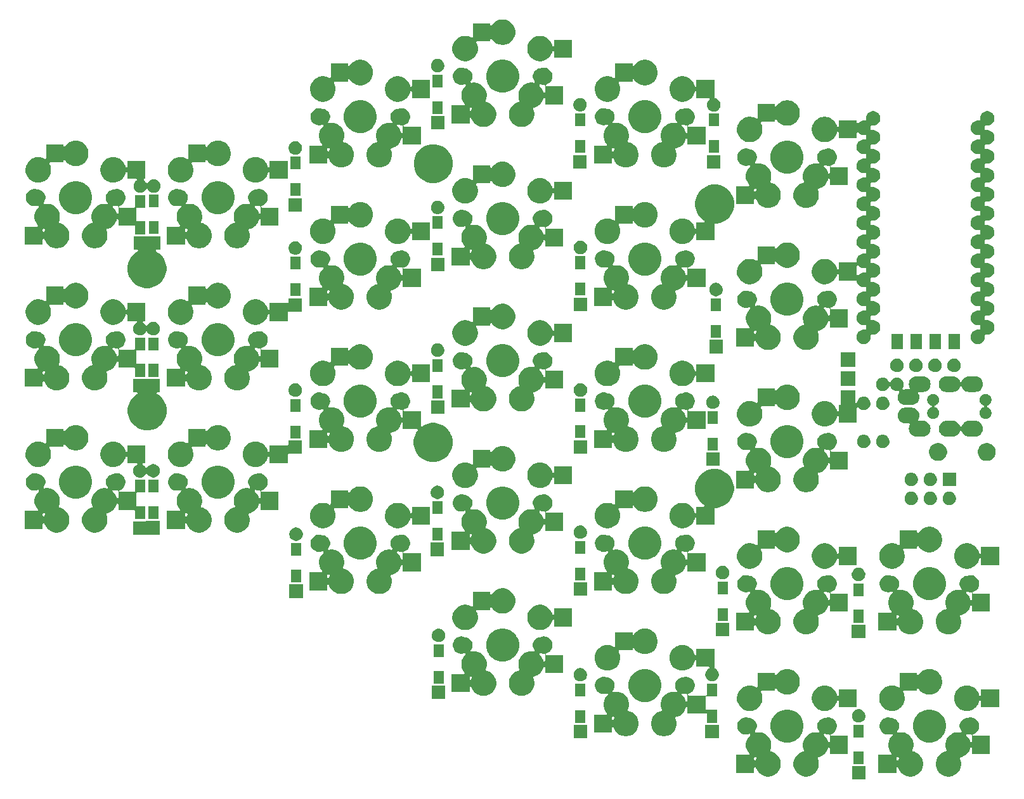
<source format=gbs>
G04 #@! TF.GenerationSoftware,KiCad,Pcbnew,5.1.2*
G04 #@! TF.CreationDate,2019-08-11T11:10:40+09:00*
G04 #@! TF.ProjectId,xenon-e,78656e6f-6e2d-4652-9e6b-696361645f70,rev?*
G04 #@! TF.SameCoordinates,Original*
G04 #@! TF.FileFunction,Soldermask,Bot*
G04 #@! TF.FilePolarity,Negative*
%FSLAX46Y46*%
G04 Gerber Fmt 4.6, Leading zero omitted, Abs format (unit mm)*
G04 Created by KiCad (PCBNEW 5.1.2) date 2019-08-11 11:10:40*
%MOMM*%
%LPD*%
G04 APERTURE LIST*
%ADD10C,0.100000*%
G04 APERTURE END LIST*
D10*
G36*
X197448500Y-136178500D02*
G01*
X195651500Y-136178500D01*
X195651500Y-134381500D01*
X197448500Y-134381500D01*
X197448500Y-136178500D01*
X197448500Y-136178500D01*
G37*
G36*
X211630288Y-127853386D02*
G01*
X211835443Y-127894194D01*
X212044729Y-127980884D01*
X212233082Y-128106737D01*
X212393263Y-128266918D01*
X212454312Y-128358285D01*
X212519117Y-128455273D01*
X212519518Y-128456241D01*
X212605806Y-128664557D01*
X212605806Y-128664559D01*
X212650000Y-128886734D01*
X212650000Y-129113266D01*
X212641429Y-129156355D01*
X212605806Y-129335443D01*
X212519116Y-129544729D01*
X212393263Y-129733082D01*
X212233082Y-129893263D01*
X212044729Y-130019116D01*
X211850618Y-130099520D01*
X211829013Y-130111068D01*
X211810071Y-130126613D01*
X211794526Y-130145555D01*
X211782975Y-130167166D01*
X211775862Y-130190615D01*
X211773460Y-130215001D01*
X211775862Y-130239387D01*
X211782975Y-130262836D01*
X211794526Y-130284447D01*
X211810071Y-130303389D01*
X211829013Y-130318934D01*
X211850624Y-130330485D01*
X211874073Y-130337598D01*
X211898459Y-130340000D01*
X214100000Y-130340000D01*
X214100000Y-132740000D01*
X211700000Y-132740000D01*
X211700000Y-132021375D01*
X211697598Y-131996989D01*
X211690485Y-131973540D01*
X211678934Y-131951929D01*
X211663389Y-131932987D01*
X211644447Y-131917442D01*
X211622836Y-131905891D01*
X211599387Y-131898778D01*
X211575001Y-131896376D01*
X211550615Y-131898778D01*
X211527166Y-131905891D01*
X211505555Y-131917442D01*
X211486613Y-131932987D01*
X211471068Y-131951929D01*
X211459517Y-131973540D01*
X211452405Y-131996986D01*
X211444670Y-132035872D01*
X211316521Y-132345252D01*
X211130477Y-132623687D01*
X210893687Y-132860477D01*
X210615252Y-133046521D01*
X210305872Y-133174670D01*
X210250616Y-133185661D01*
X210177348Y-133200235D01*
X210153900Y-133207348D01*
X210132289Y-133218899D01*
X210113347Y-133234445D01*
X210097802Y-133253387D01*
X210086251Y-133274997D01*
X210079138Y-133298446D01*
X210076736Y-133322832D01*
X210079138Y-133347219D01*
X210086249Y-133370660D01*
X210174670Y-133584128D01*
X210240000Y-133912565D01*
X210240000Y-134247435D01*
X210174670Y-134575872D01*
X210046521Y-134885252D01*
X209860477Y-135163687D01*
X209623687Y-135400477D01*
X209345252Y-135586521D01*
X209035872Y-135714670D01*
X208871654Y-135747335D01*
X208707437Y-135780000D01*
X208372563Y-135780000D01*
X208208346Y-135747335D01*
X208044128Y-135714670D01*
X207734748Y-135586521D01*
X207456313Y-135400477D01*
X207219523Y-135163687D01*
X207033479Y-134885252D01*
X206905330Y-134575872D01*
X206840000Y-134247435D01*
X206840000Y-133912565D01*
X206905330Y-133584128D01*
X207033479Y-133274748D01*
X207219523Y-132996313D01*
X207456313Y-132759523D01*
X207734748Y-132573479D01*
X208044128Y-132445330D01*
X208172651Y-132419765D01*
X208196100Y-132412652D01*
X208217711Y-132401101D01*
X208236653Y-132385555D01*
X208252198Y-132366613D01*
X208263749Y-132345003D01*
X208270862Y-132321554D01*
X208273264Y-132297168D01*
X208270862Y-132272781D01*
X208263751Y-132249340D01*
X208175330Y-132035872D01*
X208110000Y-131707435D01*
X208110000Y-131372565D01*
X208175330Y-131044128D01*
X208303479Y-130734748D01*
X208489523Y-130456313D01*
X208726313Y-130219523D01*
X208770756Y-130189827D01*
X210915766Y-130189827D01*
X210918168Y-130214213D01*
X210925281Y-130237662D01*
X210936832Y-130259273D01*
X210952368Y-130278204D01*
X211130477Y-130456313D01*
X211316521Y-130734748D01*
X211444670Y-131044128D01*
X211452404Y-131083011D01*
X211459517Y-131106460D01*
X211471068Y-131128071D01*
X211486613Y-131147013D01*
X211505555Y-131162558D01*
X211527166Y-131174109D01*
X211550615Y-131181222D01*
X211575001Y-131183624D01*
X211599387Y-131181222D01*
X211622836Y-131174109D01*
X211644447Y-131162558D01*
X211663389Y-131147013D01*
X211678934Y-131128071D01*
X211690485Y-131106460D01*
X211697598Y-131083011D01*
X211700000Y-131058625D01*
X211700000Y-130274999D01*
X211697598Y-130250613D01*
X211690485Y-130227164D01*
X211678934Y-130205553D01*
X211663389Y-130186611D01*
X211644447Y-130171066D01*
X211622836Y-130159515D01*
X211599387Y-130152402D01*
X211575001Y-130150000D01*
X211386734Y-130150000D01*
X211269161Y-130126613D01*
X211164557Y-130105806D01*
X211088598Y-130074342D01*
X211065151Y-130067230D01*
X211040765Y-130064828D01*
X211016379Y-130067230D01*
X210992930Y-130074343D01*
X210971319Y-130085894D01*
X210952377Y-130101439D01*
X210936832Y-130120381D01*
X210925281Y-130141992D01*
X210918168Y-130165441D01*
X210915766Y-130189827D01*
X208770756Y-130189827D01*
X209004748Y-130033479D01*
X209314128Y-129905330D01*
X209511200Y-129866130D01*
X209642563Y-129840000D01*
X209977437Y-129840000D01*
X210144561Y-129873243D01*
X210168947Y-129875645D01*
X210193333Y-129873243D01*
X210216782Y-129866130D01*
X210238393Y-129854579D01*
X210257335Y-129839034D01*
X210272880Y-129820092D01*
X210284431Y-129798481D01*
X210291544Y-129775032D01*
X210293946Y-129750646D01*
X210291544Y-129726260D01*
X210284431Y-129702811D01*
X210272880Y-129681200D01*
X210269973Y-129677657D01*
X210264417Y-129669342D01*
X210264411Y-129669336D01*
X210149502Y-129497362D01*
X210070350Y-129306274D01*
X210030000Y-129103416D01*
X210030000Y-128896584D01*
X210070350Y-128693726D01*
X210149502Y-128502638D01*
X210264411Y-128330664D01*
X210410664Y-128184411D01*
X210582638Y-128069502D01*
X210773726Y-127990350D01*
X210951313Y-127955027D01*
X210976583Y-127950000D01*
X211004967Y-127950000D01*
X211029353Y-127947598D01*
X211052802Y-127940485D01*
X211164557Y-127894194D01*
X211369712Y-127853386D01*
X211386734Y-127850000D01*
X211613266Y-127850000D01*
X211630288Y-127853386D01*
X211630288Y-127853386D01*
G37*
G36*
X192630288Y-127853386D02*
G01*
X192835443Y-127894194D01*
X193044729Y-127980884D01*
X193233082Y-128106737D01*
X193393263Y-128266918D01*
X193454312Y-128358285D01*
X193519117Y-128455273D01*
X193519518Y-128456241D01*
X193605806Y-128664557D01*
X193605806Y-128664559D01*
X193650000Y-128886734D01*
X193650000Y-129113266D01*
X193641429Y-129156355D01*
X193605806Y-129335443D01*
X193519116Y-129544729D01*
X193393263Y-129733082D01*
X193233082Y-129893263D01*
X193044729Y-130019116D01*
X192850618Y-130099520D01*
X192829013Y-130111068D01*
X192810071Y-130126613D01*
X192794526Y-130145555D01*
X192782975Y-130167166D01*
X192775862Y-130190615D01*
X192773460Y-130215001D01*
X192775862Y-130239387D01*
X192782975Y-130262836D01*
X192794526Y-130284447D01*
X192810071Y-130303389D01*
X192829013Y-130318934D01*
X192850624Y-130330485D01*
X192874073Y-130337598D01*
X192898459Y-130340000D01*
X195100000Y-130340000D01*
X195100000Y-132740000D01*
X192700000Y-132740000D01*
X192700000Y-132021375D01*
X192697598Y-131996989D01*
X192690485Y-131973540D01*
X192678934Y-131951929D01*
X192663389Y-131932987D01*
X192644447Y-131917442D01*
X192622836Y-131905891D01*
X192599387Y-131898778D01*
X192575001Y-131896376D01*
X192550615Y-131898778D01*
X192527166Y-131905891D01*
X192505555Y-131917442D01*
X192486613Y-131932987D01*
X192471068Y-131951929D01*
X192459517Y-131973540D01*
X192452405Y-131996986D01*
X192444670Y-132035872D01*
X192316521Y-132345252D01*
X192130477Y-132623687D01*
X191893687Y-132860477D01*
X191615252Y-133046521D01*
X191305872Y-133174670D01*
X191250616Y-133185661D01*
X191177348Y-133200235D01*
X191153900Y-133207348D01*
X191132289Y-133218899D01*
X191113347Y-133234445D01*
X191097802Y-133253387D01*
X191086251Y-133274997D01*
X191079138Y-133298446D01*
X191076736Y-133322832D01*
X191079138Y-133347219D01*
X191086249Y-133370660D01*
X191174670Y-133584128D01*
X191240000Y-133912565D01*
X191240000Y-134247435D01*
X191174670Y-134575872D01*
X191046521Y-134885252D01*
X190860477Y-135163687D01*
X190623687Y-135400477D01*
X190345252Y-135586521D01*
X190035872Y-135714670D01*
X189871654Y-135747335D01*
X189707437Y-135780000D01*
X189372563Y-135780000D01*
X189208346Y-135747335D01*
X189044128Y-135714670D01*
X188734748Y-135586521D01*
X188456313Y-135400477D01*
X188219523Y-135163687D01*
X188033479Y-134885252D01*
X187905330Y-134575872D01*
X187840000Y-134247435D01*
X187840000Y-133912565D01*
X187905330Y-133584128D01*
X188033479Y-133274748D01*
X188219523Y-132996313D01*
X188456313Y-132759523D01*
X188734748Y-132573479D01*
X189044128Y-132445330D01*
X189172651Y-132419765D01*
X189196100Y-132412652D01*
X189217711Y-132401101D01*
X189236653Y-132385555D01*
X189252198Y-132366613D01*
X189263749Y-132345003D01*
X189270862Y-132321554D01*
X189273264Y-132297168D01*
X189270862Y-132272781D01*
X189263751Y-132249340D01*
X189175330Y-132035872D01*
X189110000Y-131707435D01*
X189110000Y-131372565D01*
X189175330Y-131044128D01*
X189303479Y-130734748D01*
X189489523Y-130456313D01*
X189726313Y-130219523D01*
X189770756Y-130189827D01*
X191915766Y-130189827D01*
X191918168Y-130214213D01*
X191925281Y-130237662D01*
X191936832Y-130259273D01*
X191952368Y-130278204D01*
X192130477Y-130456313D01*
X192316521Y-130734748D01*
X192444670Y-131044128D01*
X192452404Y-131083011D01*
X192459517Y-131106460D01*
X192471068Y-131128071D01*
X192486613Y-131147013D01*
X192505555Y-131162558D01*
X192527166Y-131174109D01*
X192550615Y-131181222D01*
X192575001Y-131183624D01*
X192599387Y-131181222D01*
X192622836Y-131174109D01*
X192644447Y-131162558D01*
X192663389Y-131147013D01*
X192678934Y-131128071D01*
X192690485Y-131106460D01*
X192697598Y-131083011D01*
X192700000Y-131058625D01*
X192700000Y-130274999D01*
X192697598Y-130250613D01*
X192690485Y-130227164D01*
X192678934Y-130205553D01*
X192663389Y-130186611D01*
X192644447Y-130171066D01*
X192622836Y-130159515D01*
X192599387Y-130152402D01*
X192575001Y-130150000D01*
X192386734Y-130150000D01*
X192269161Y-130126613D01*
X192164557Y-130105806D01*
X192088598Y-130074342D01*
X192065151Y-130067230D01*
X192040765Y-130064828D01*
X192016379Y-130067230D01*
X191992930Y-130074343D01*
X191971319Y-130085894D01*
X191952377Y-130101439D01*
X191936832Y-130120381D01*
X191925281Y-130141992D01*
X191918168Y-130165441D01*
X191915766Y-130189827D01*
X189770756Y-130189827D01*
X190004748Y-130033479D01*
X190314128Y-129905330D01*
X190511200Y-129866130D01*
X190642563Y-129840000D01*
X190977437Y-129840000D01*
X191144561Y-129873243D01*
X191168947Y-129875645D01*
X191193333Y-129873243D01*
X191216782Y-129866130D01*
X191238393Y-129854579D01*
X191257335Y-129839034D01*
X191272880Y-129820092D01*
X191284431Y-129798481D01*
X191291544Y-129775032D01*
X191293946Y-129750646D01*
X191291544Y-129726260D01*
X191284431Y-129702811D01*
X191272880Y-129681200D01*
X191269973Y-129677657D01*
X191264417Y-129669342D01*
X191264411Y-129669336D01*
X191149502Y-129497362D01*
X191070350Y-129306274D01*
X191030000Y-129103416D01*
X191030000Y-128896584D01*
X191070350Y-128693726D01*
X191149502Y-128502638D01*
X191264411Y-128330664D01*
X191410664Y-128184411D01*
X191582638Y-128069502D01*
X191773726Y-127990350D01*
X191951313Y-127955027D01*
X191976583Y-127950000D01*
X192004967Y-127950000D01*
X192029353Y-127947598D01*
X192052802Y-127940485D01*
X192164557Y-127894194D01*
X192369712Y-127853386D01*
X192386734Y-127850000D01*
X192613266Y-127850000D01*
X192630288Y-127853386D01*
X192630288Y-127853386D01*
G37*
G36*
X200630288Y-127853386D02*
G01*
X200835443Y-127894194D01*
X200947198Y-127940485D01*
X200970647Y-127947598D01*
X200995033Y-127950000D01*
X201023417Y-127950000D01*
X201048687Y-127955027D01*
X201226274Y-127990350D01*
X201417362Y-128069502D01*
X201589336Y-128184411D01*
X201735589Y-128330664D01*
X201850498Y-128502638D01*
X201929650Y-128693726D01*
X201970000Y-128896584D01*
X201970000Y-129103416D01*
X201929650Y-129306274D01*
X201850498Y-129497362D01*
X201735589Y-129669336D01*
X201735583Y-129669342D01*
X201730027Y-129677657D01*
X201727120Y-129681200D01*
X201715569Y-129702811D01*
X201708456Y-129726260D01*
X201706054Y-129750646D01*
X201708456Y-129775032D01*
X201715569Y-129798481D01*
X201727120Y-129820092D01*
X201742665Y-129839034D01*
X201761607Y-129854579D01*
X201783218Y-129866130D01*
X201806667Y-129873243D01*
X201831053Y-129875645D01*
X201855439Y-129873243D01*
X202022563Y-129840000D01*
X202357437Y-129840000D01*
X202488800Y-129866130D01*
X202685872Y-129905330D01*
X202995252Y-130033479D01*
X203273687Y-130219523D01*
X203510477Y-130456313D01*
X203696521Y-130734748D01*
X203824670Y-131044128D01*
X203890000Y-131372565D01*
X203890000Y-131707435D01*
X203824670Y-132035872D01*
X203736249Y-132249340D01*
X203729138Y-132272782D01*
X203726736Y-132297168D01*
X203729138Y-132321554D01*
X203736251Y-132345003D01*
X203747802Y-132366614D01*
X203763347Y-132385556D01*
X203782289Y-132401101D01*
X203803900Y-132412652D01*
X203827349Y-132419765D01*
X203955872Y-132445330D01*
X204265252Y-132573479D01*
X204543687Y-132759523D01*
X204780477Y-132996313D01*
X204966521Y-133274748D01*
X205094670Y-133584128D01*
X205160000Y-133912565D01*
X205160000Y-134247435D01*
X205094670Y-134575872D01*
X204966521Y-134885252D01*
X204780477Y-135163687D01*
X204543687Y-135400477D01*
X204265252Y-135586521D01*
X203955872Y-135714670D01*
X203791654Y-135747335D01*
X203627437Y-135780000D01*
X203292563Y-135780000D01*
X203128346Y-135747335D01*
X202964128Y-135714670D01*
X202654748Y-135586521D01*
X202376313Y-135400477D01*
X202139523Y-135163687D01*
X201953479Y-134885252D01*
X201840480Y-134612447D01*
X201828932Y-134590842D01*
X201813387Y-134571900D01*
X201794445Y-134556355D01*
X201772834Y-134544804D01*
X201749385Y-134537691D01*
X201724999Y-134535289D01*
X201700613Y-134537691D01*
X201677164Y-134544804D01*
X201655553Y-134556355D01*
X201636611Y-134571900D01*
X201621066Y-134590842D01*
X201609515Y-134612453D01*
X201602402Y-134635902D01*
X201600000Y-134660288D01*
X201600000Y-135280000D01*
X199200000Y-135280000D01*
X199200000Y-133308258D01*
X201600000Y-133308258D01*
X201600000Y-133499712D01*
X201602402Y-133524098D01*
X201609515Y-133547547D01*
X201621066Y-133569158D01*
X201636611Y-133588100D01*
X201655553Y-133603645D01*
X201677164Y-133615196D01*
X201700613Y-133622309D01*
X201724999Y-133624711D01*
X201749385Y-133622309D01*
X201772834Y-133615196D01*
X201794445Y-133603645D01*
X201813387Y-133588100D01*
X201828932Y-133569158D01*
X201840480Y-133547553D01*
X201913751Y-133370660D01*
X201920862Y-133347218D01*
X201923264Y-133322832D01*
X201920862Y-133298446D01*
X201913749Y-133274997D01*
X201902198Y-133253386D01*
X201886653Y-133234444D01*
X201867711Y-133218899D01*
X201846100Y-133207348D01*
X201822652Y-133200235D01*
X201814614Y-133198636D01*
X201749381Y-133185661D01*
X201725000Y-133183259D01*
X201700614Y-133185661D01*
X201677165Y-133192774D01*
X201655554Y-133204325D01*
X201636612Y-133219870D01*
X201621067Y-133238812D01*
X201609515Y-133260422D01*
X201602402Y-133283871D01*
X201600000Y-133308258D01*
X199200000Y-133308258D01*
X199200000Y-132880000D01*
X200824063Y-132880000D01*
X200848449Y-132877598D01*
X200871898Y-132870485D01*
X200893509Y-132858934D01*
X200912451Y-132843389D01*
X200927996Y-132824447D01*
X200939547Y-132802836D01*
X200946660Y-132779387D01*
X200949062Y-132755001D01*
X200946660Y-132730615D01*
X200939547Y-132707166D01*
X200927996Y-132685555D01*
X200912460Y-132666624D01*
X200869523Y-132623687D01*
X200683479Y-132345252D01*
X200555330Y-132035872D01*
X200490000Y-131707435D01*
X200490000Y-131372565D01*
X200555330Y-131044128D01*
X200683479Y-130734748D01*
X200869523Y-130456313D01*
X201047632Y-130278204D01*
X201063168Y-130259273D01*
X201074719Y-130237662D01*
X201081832Y-130214213D01*
X201084234Y-130189827D01*
X201081832Y-130165441D01*
X201074719Y-130141992D01*
X201063168Y-130120381D01*
X201047623Y-130101439D01*
X201028681Y-130085894D01*
X201007070Y-130074343D01*
X200983621Y-130067230D01*
X200959235Y-130064828D01*
X200934849Y-130067230D01*
X200911402Y-130074342D01*
X200835443Y-130105806D01*
X200730839Y-130126613D01*
X200613266Y-130150000D01*
X200386734Y-130150000D01*
X200269161Y-130126613D01*
X200164557Y-130105806D01*
X199955271Y-130019116D01*
X199766918Y-129893263D01*
X199606737Y-129733082D01*
X199480884Y-129544729D01*
X199394194Y-129335443D01*
X199358571Y-129156355D01*
X199350000Y-129113266D01*
X199350000Y-128886734D01*
X199394194Y-128664559D01*
X199394194Y-128664557D01*
X199480482Y-128456241D01*
X199480883Y-128455273D01*
X199545688Y-128358285D01*
X199606737Y-128266918D01*
X199766918Y-128106737D01*
X199955271Y-127980884D01*
X200164557Y-127894194D01*
X200369712Y-127853386D01*
X200386734Y-127850000D01*
X200613266Y-127850000D01*
X200630288Y-127853386D01*
X200630288Y-127853386D01*
G37*
G36*
X181630288Y-127853386D02*
G01*
X181835443Y-127894194D01*
X181947198Y-127940485D01*
X181970647Y-127947598D01*
X181995033Y-127950000D01*
X182023417Y-127950000D01*
X182048687Y-127955027D01*
X182226274Y-127990350D01*
X182417362Y-128069502D01*
X182589336Y-128184411D01*
X182735589Y-128330664D01*
X182850498Y-128502638D01*
X182929650Y-128693726D01*
X182970000Y-128896584D01*
X182970000Y-129103416D01*
X182929650Y-129306274D01*
X182850498Y-129497362D01*
X182735589Y-129669336D01*
X182735583Y-129669342D01*
X182730027Y-129677657D01*
X182727120Y-129681200D01*
X182715569Y-129702811D01*
X182708456Y-129726260D01*
X182706054Y-129750646D01*
X182708456Y-129775032D01*
X182715569Y-129798481D01*
X182727120Y-129820092D01*
X182742665Y-129839034D01*
X182761607Y-129854579D01*
X182783218Y-129866130D01*
X182806667Y-129873243D01*
X182831053Y-129875645D01*
X182855439Y-129873243D01*
X183022563Y-129840000D01*
X183357437Y-129840000D01*
X183488800Y-129866130D01*
X183685872Y-129905330D01*
X183995252Y-130033479D01*
X184273687Y-130219523D01*
X184510477Y-130456313D01*
X184696521Y-130734748D01*
X184824670Y-131044128D01*
X184890000Y-131372565D01*
X184890000Y-131707435D01*
X184824670Y-132035872D01*
X184736249Y-132249340D01*
X184729138Y-132272782D01*
X184726736Y-132297168D01*
X184729138Y-132321554D01*
X184736251Y-132345003D01*
X184747802Y-132366614D01*
X184763347Y-132385556D01*
X184782289Y-132401101D01*
X184803900Y-132412652D01*
X184827349Y-132419765D01*
X184955872Y-132445330D01*
X185265252Y-132573479D01*
X185543687Y-132759523D01*
X185780477Y-132996313D01*
X185966521Y-133274748D01*
X186094670Y-133584128D01*
X186160000Y-133912565D01*
X186160000Y-134247435D01*
X186094670Y-134575872D01*
X185966521Y-134885252D01*
X185780477Y-135163687D01*
X185543687Y-135400477D01*
X185265252Y-135586521D01*
X184955872Y-135714670D01*
X184791654Y-135747335D01*
X184627437Y-135780000D01*
X184292563Y-135780000D01*
X184128346Y-135747335D01*
X183964128Y-135714670D01*
X183654748Y-135586521D01*
X183376313Y-135400477D01*
X183139523Y-135163687D01*
X182953479Y-134885252D01*
X182840480Y-134612447D01*
X182828932Y-134590842D01*
X182813387Y-134571900D01*
X182794445Y-134556355D01*
X182772834Y-134544804D01*
X182749385Y-134537691D01*
X182724999Y-134535289D01*
X182700613Y-134537691D01*
X182677164Y-134544804D01*
X182655553Y-134556355D01*
X182636611Y-134571900D01*
X182621066Y-134590842D01*
X182609515Y-134612453D01*
X182602402Y-134635902D01*
X182600000Y-134660288D01*
X182600000Y-135280000D01*
X180200000Y-135280000D01*
X180200000Y-133308258D01*
X182600000Y-133308258D01*
X182600000Y-133499712D01*
X182602402Y-133524098D01*
X182609515Y-133547547D01*
X182621066Y-133569158D01*
X182636611Y-133588100D01*
X182655553Y-133603645D01*
X182677164Y-133615196D01*
X182700613Y-133622309D01*
X182724999Y-133624711D01*
X182749385Y-133622309D01*
X182772834Y-133615196D01*
X182794445Y-133603645D01*
X182813387Y-133588100D01*
X182828932Y-133569158D01*
X182840480Y-133547553D01*
X182913751Y-133370660D01*
X182920862Y-133347218D01*
X182923264Y-133322832D01*
X182920862Y-133298446D01*
X182913749Y-133274997D01*
X182902198Y-133253386D01*
X182886653Y-133234444D01*
X182867711Y-133218899D01*
X182846100Y-133207348D01*
X182822652Y-133200235D01*
X182814614Y-133198636D01*
X182749381Y-133185661D01*
X182725000Y-133183259D01*
X182700614Y-133185661D01*
X182677165Y-133192774D01*
X182655554Y-133204325D01*
X182636612Y-133219870D01*
X182621067Y-133238812D01*
X182609515Y-133260422D01*
X182602402Y-133283871D01*
X182600000Y-133308258D01*
X180200000Y-133308258D01*
X180200000Y-132880000D01*
X181824063Y-132880000D01*
X181848449Y-132877598D01*
X181871898Y-132870485D01*
X181893509Y-132858934D01*
X181912451Y-132843389D01*
X181927996Y-132824447D01*
X181939547Y-132802836D01*
X181946660Y-132779387D01*
X181949062Y-132755001D01*
X181946660Y-132730615D01*
X181939547Y-132707166D01*
X181927996Y-132685555D01*
X181912460Y-132666624D01*
X181869523Y-132623687D01*
X181683479Y-132345252D01*
X181555330Y-132035872D01*
X181490000Y-131707435D01*
X181490000Y-131372565D01*
X181555330Y-131044128D01*
X181683479Y-130734748D01*
X181869523Y-130456313D01*
X182047632Y-130278204D01*
X182063168Y-130259273D01*
X182074719Y-130237662D01*
X182081832Y-130214213D01*
X182084234Y-130189827D01*
X182081832Y-130165441D01*
X182074719Y-130141992D01*
X182063168Y-130120381D01*
X182047623Y-130101439D01*
X182028681Y-130085894D01*
X182007070Y-130074343D01*
X181983621Y-130067230D01*
X181959235Y-130064828D01*
X181934849Y-130067230D01*
X181911402Y-130074342D01*
X181835443Y-130105806D01*
X181730839Y-130126613D01*
X181613266Y-130150000D01*
X181386734Y-130150000D01*
X181269161Y-130126613D01*
X181164557Y-130105806D01*
X180955271Y-130019116D01*
X180766918Y-129893263D01*
X180606737Y-129733082D01*
X180480884Y-129544729D01*
X180394194Y-129335443D01*
X180358571Y-129156355D01*
X180350000Y-129113266D01*
X180350000Y-128886734D01*
X180394194Y-128664559D01*
X180394194Y-128664557D01*
X180480482Y-128456241D01*
X180480883Y-128455273D01*
X180545688Y-128358285D01*
X180606737Y-128266918D01*
X180766918Y-128106737D01*
X180955271Y-127980884D01*
X181164557Y-127894194D01*
X181369712Y-127853386D01*
X181386734Y-127850000D01*
X181613266Y-127850000D01*
X181630288Y-127853386D01*
X181630288Y-127853386D01*
G37*
G36*
X197225000Y-134095000D02*
G01*
X195875000Y-134095000D01*
X195875000Y-132395000D01*
X197225000Y-132395000D01*
X197225000Y-134095000D01*
X197225000Y-134095000D01*
G37*
G36*
X206641715Y-126884544D02*
G01*
X207042089Y-127050384D01*
X207042091Y-127050385D01*
X207402418Y-127291148D01*
X207708852Y-127597582D01*
X207937973Y-127940485D01*
X207949616Y-127957911D01*
X208115456Y-128358285D01*
X208200000Y-128783318D01*
X208200000Y-129216682D01*
X208115456Y-129641715D01*
X207959132Y-130019116D01*
X207949615Y-130042091D01*
X207708852Y-130402418D01*
X207402418Y-130708852D01*
X207042091Y-130949615D01*
X207042090Y-130949616D01*
X207042089Y-130949616D01*
X206641715Y-131115456D01*
X206216682Y-131200000D01*
X205783318Y-131200000D01*
X205358285Y-131115456D01*
X204957911Y-130949616D01*
X204957910Y-130949616D01*
X204957909Y-130949615D01*
X204597582Y-130708852D01*
X204291148Y-130402418D01*
X204050385Y-130042091D01*
X204040868Y-130019116D01*
X203884544Y-129641715D01*
X203800000Y-129216682D01*
X203800000Y-128783318D01*
X203884544Y-128358285D01*
X204050384Y-127957911D01*
X204062028Y-127940485D01*
X204291148Y-127597582D01*
X204597582Y-127291148D01*
X204957909Y-127050385D01*
X204957911Y-127050384D01*
X205358285Y-126884544D01*
X205783318Y-126800000D01*
X206216682Y-126800000D01*
X206641715Y-126884544D01*
X206641715Y-126884544D01*
G37*
G36*
X187641715Y-126884544D02*
G01*
X188042089Y-127050384D01*
X188042091Y-127050385D01*
X188402418Y-127291148D01*
X188708852Y-127597582D01*
X188937973Y-127940485D01*
X188949616Y-127957911D01*
X189115456Y-128358285D01*
X189200000Y-128783318D01*
X189200000Y-129216682D01*
X189115456Y-129641715D01*
X188959132Y-130019116D01*
X188949615Y-130042091D01*
X188708852Y-130402418D01*
X188402418Y-130708852D01*
X188042091Y-130949615D01*
X188042090Y-130949616D01*
X188042089Y-130949616D01*
X187641715Y-131115456D01*
X187216682Y-131200000D01*
X186783318Y-131200000D01*
X186358285Y-131115456D01*
X185957911Y-130949616D01*
X185957910Y-130949616D01*
X185957909Y-130949615D01*
X185597582Y-130708852D01*
X185291148Y-130402418D01*
X185050385Y-130042091D01*
X185040868Y-130019116D01*
X184884544Y-129641715D01*
X184800000Y-129216682D01*
X184800000Y-128783318D01*
X184884544Y-128358285D01*
X185050384Y-127957911D01*
X185062028Y-127940485D01*
X185291148Y-127597582D01*
X185597582Y-127291148D01*
X185957909Y-127050385D01*
X185957911Y-127050384D01*
X186358285Y-126884544D01*
X186783318Y-126800000D01*
X187216682Y-126800000D01*
X187641715Y-126884544D01*
X187641715Y-126884544D01*
G37*
G36*
X160273500Y-130678500D02*
G01*
X158476500Y-130678500D01*
X158476500Y-128881500D01*
X160273500Y-128881500D01*
X160273500Y-130678500D01*
X160273500Y-130678500D01*
G37*
G36*
X177873500Y-130653500D02*
G01*
X176076500Y-130653500D01*
X176076500Y-128856500D01*
X177873500Y-128856500D01*
X177873500Y-130653500D01*
X177873500Y-130653500D01*
G37*
G36*
X197225000Y-130545000D02*
G01*
X195875000Y-130545000D01*
X195875000Y-128845000D01*
X197225000Y-128845000D01*
X197225000Y-130545000D01*
X197225000Y-130545000D01*
G37*
G36*
X173630288Y-122453386D02*
G01*
X173835443Y-122494194D01*
X174044729Y-122580884D01*
X174233082Y-122706737D01*
X174393263Y-122866918D01*
X174519116Y-123055271D01*
X174605806Y-123264557D01*
X174611608Y-123293726D01*
X174650000Y-123486734D01*
X174650000Y-123713266D01*
X174643181Y-123747546D01*
X174605806Y-123935443D01*
X174519116Y-124144729D01*
X174393263Y-124333082D01*
X174233082Y-124493263D01*
X174044729Y-124619116D01*
X173850618Y-124699520D01*
X173829013Y-124711068D01*
X173810071Y-124726613D01*
X173794526Y-124745555D01*
X173782975Y-124767166D01*
X173775862Y-124790615D01*
X173773460Y-124815001D01*
X173775862Y-124839387D01*
X173782975Y-124862836D01*
X173794526Y-124884447D01*
X173810071Y-124903389D01*
X173829013Y-124918934D01*
X173850624Y-124930485D01*
X173874073Y-124937598D01*
X173898459Y-124940000D01*
X176175001Y-124940000D01*
X176199387Y-124937598D01*
X176222836Y-124930485D01*
X176244447Y-124918934D01*
X176263389Y-124903389D01*
X176278934Y-124884447D01*
X176290485Y-124862836D01*
X176297598Y-124839387D01*
X176300000Y-124815001D01*
X176300000Y-123320000D01*
X177650000Y-123320000D01*
X177650000Y-125020000D01*
X176224999Y-125020000D01*
X176200613Y-125022402D01*
X176177164Y-125029515D01*
X176155553Y-125041066D01*
X176136611Y-125056611D01*
X176121066Y-125075553D01*
X176109515Y-125097164D01*
X176102402Y-125120613D01*
X176100000Y-125144999D01*
X176100000Y-126745001D01*
X176102402Y-126769387D01*
X176109515Y-126792836D01*
X176121066Y-126814447D01*
X176136611Y-126833389D01*
X176155553Y-126848934D01*
X176177164Y-126860485D01*
X176200613Y-126867598D01*
X176224999Y-126870000D01*
X177650000Y-126870000D01*
X177650000Y-128570000D01*
X176300000Y-128570000D01*
X176300000Y-127464999D01*
X176297598Y-127440613D01*
X176290485Y-127417164D01*
X176278934Y-127395553D01*
X176263389Y-127376611D01*
X176244447Y-127361066D01*
X176222836Y-127349515D01*
X176199387Y-127342402D01*
X176175001Y-127340000D01*
X173700000Y-127340000D01*
X173700000Y-126621375D01*
X173697598Y-126596989D01*
X173690485Y-126573540D01*
X173678934Y-126551929D01*
X173663389Y-126532987D01*
X173644447Y-126517442D01*
X173622836Y-126505891D01*
X173599387Y-126498778D01*
X173575001Y-126496376D01*
X173550615Y-126498778D01*
X173527166Y-126505891D01*
X173505555Y-126517442D01*
X173486613Y-126532987D01*
X173471068Y-126551929D01*
X173459517Y-126573540D01*
X173452405Y-126596986D01*
X173444670Y-126635872D01*
X173316521Y-126945252D01*
X173130477Y-127223687D01*
X172893687Y-127460477D01*
X172615252Y-127646521D01*
X172305872Y-127774670D01*
X172250616Y-127785661D01*
X172177348Y-127800235D01*
X172153900Y-127807348D01*
X172132289Y-127818899D01*
X172113347Y-127834445D01*
X172097802Y-127853387D01*
X172086251Y-127874997D01*
X172079138Y-127898446D01*
X172076736Y-127922832D01*
X172079138Y-127947219D01*
X172086249Y-127970660D01*
X172174670Y-128184128D01*
X172182742Y-128224711D01*
X172238026Y-128502638D01*
X172240000Y-128512565D01*
X172240000Y-128847435D01*
X172174670Y-129175872D01*
X172046521Y-129485252D01*
X171860477Y-129763687D01*
X171623687Y-130000477D01*
X171345252Y-130186521D01*
X171035872Y-130314670D01*
X170908529Y-130340000D01*
X170707437Y-130380000D01*
X170372563Y-130380000D01*
X170171471Y-130340000D01*
X170044128Y-130314670D01*
X169734748Y-130186521D01*
X169456313Y-130000477D01*
X169219523Y-129763687D01*
X169033479Y-129485252D01*
X168905330Y-129175872D01*
X168840000Y-128847435D01*
X168840000Y-128512565D01*
X168841975Y-128502638D01*
X168897258Y-128224711D01*
X168905330Y-128184128D01*
X169033479Y-127874748D01*
X169219523Y-127596313D01*
X169456313Y-127359523D01*
X169734748Y-127173479D01*
X170044128Y-127045330D01*
X170172651Y-127019765D01*
X170196100Y-127012652D01*
X170217711Y-127001101D01*
X170236653Y-126985555D01*
X170252198Y-126966613D01*
X170263749Y-126945003D01*
X170270862Y-126921554D01*
X170273264Y-126897168D01*
X170270862Y-126872781D01*
X170263751Y-126849340D01*
X170175330Y-126635872D01*
X170110000Y-126307435D01*
X170110000Y-125972565D01*
X170175330Y-125644128D01*
X170303479Y-125334748D01*
X170489523Y-125056313D01*
X170726313Y-124819523D01*
X170770756Y-124789827D01*
X172915766Y-124789827D01*
X172918168Y-124814213D01*
X172925281Y-124837662D01*
X172936832Y-124859273D01*
X172952368Y-124878204D01*
X173130477Y-125056313D01*
X173316521Y-125334748D01*
X173444670Y-125644128D01*
X173452404Y-125683011D01*
X173459517Y-125706460D01*
X173471068Y-125728071D01*
X173486613Y-125747013D01*
X173505555Y-125762558D01*
X173527166Y-125774109D01*
X173550615Y-125781222D01*
X173575001Y-125783624D01*
X173599387Y-125781222D01*
X173622836Y-125774109D01*
X173644447Y-125762558D01*
X173663389Y-125747013D01*
X173678934Y-125728071D01*
X173690485Y-125706460D01*
X173697598Y-125683011D01*
X173700000Y-125658625D01*
X173700000Y-124874999D01*
X173697598Y-124850613D01*
X173690485Y-124827164D01*
X173678934Y-124805553D01*
X173663389Y-124786611D01*
X173644447Y-124771066D01*
X173622836Y-124759515D01*
X173599387Y-124752402D01*
X173575001Y-124750000D01*
X173386734Y-124750000D01*
X173269161Y-124726613D01*
X173164557Y-124705806D01*
X173088598Y-124674342D01*
X173065151Y-124667230D01*
X173040765Y-124664828D01*
X173016379Y-124667230D01*
X172992930Y-124674343D01*
X172971319Y-124685894D01*
X172952377Y-124701439D01*
X172936832Y-124720381D01*
X172925281Y-124741992D01*
X172918168Y-124765441D01*
X172915766Y-124789827D01*
X170770756Y-124789827D01*
X171004748Y-124633479D01*
X171314128Y-124505330D01*
X171511200Y-124466130D01*
X171642563Y-124440000D01*
X171977437Y-124440000D01*
X172144561Y-124473243D01*
X172168947Y-124475645D01*
X172193333Y-124473243D01*
X172216782Y-124466130D01*
X172238393Y-124454579D01*
X172257335Y-124439034D01*
X172272880Y-124420092D01*
X172284431Y-124398481D01*
X172291544Y-124375032D01*
X172293946Y-124350646D01*
X172291544Y-124326260D01*
X172284431Y-124302811D01*
X172272880Y-124281200D01*
X172269973Y-124277657D01*
X172264417Y-124269342D01*
X172264411Y-124269336D01*
X172149502Y-124097362D01*
X172070350Y-123906274D01*
X172030000Y-123703416D01*
X172030000Y-123496584D01*
X172070350Y-123293726D01*
X172149502Y-123102638D01*
X172264411Y-122930664D01*
X172410664Y-122784411D01*
X172582638Y-122669502D01*
X172773726Y-122590350D01*
X172951313Y-122555027D01*
X172976583Y-122550000D01*
X173004967Y-122550000D01*
X173029353Y-122547598D01*
X173052802Y-122540485D01*
X173164557Y-122494194D01*
X173369712Y-122453386D01*
X173386734Y-122450000D01*
X173613266Y-122450000D01*
X173630288Y-122453386D01*
X173630288Y-122453386D01*
G37*
G36*
X162630288Y-122453386D02*
G01*
X162835443Y-122494194D01*
X162947198Y-122540485D01*
X162970647Y-122547598D01*
X162995033Y-122550000D01*
X163023417Y-122550000D01*
X163048687Y-122555027D01*
X163226274Y-122590350D01*
X163417362Y-122669502D01*
X163589336Y-122784411D01*
X163735589Y-122930664D01*
X163850498Y-123102638D01*
X163929650Y-123293726D01*
X163970000Y-123496584D01*
X163970000Y-123703416D01*
X163929650Y-123906274D01*
X163850498Y-124097362D01*
X163735589Y-124269336D01*
X163735583Y-124269342D01*
X163730027Y-124277657D01*
X163727120Y-124281200D01*
X163715569Y-124302811D01*
X163708456Y-124326260D01*
X163706054Y-124350646D01*
X163708456Y-124375032D01*
X163715569Y-124398481D01*
X163727120Y-124420092D01*
X163742665Y-124439034D01*
X163761607Y-124454579D01*
X163783218Y-124466130D01*
X163806667Y-124473243D01*
X163831053Y-124475645D01*
X163855439Y-124473243D01*
X164022563Y-124440000D01*
X164357437Y-124440000D01*
X164488800Y-124466130D01*
X164685872Y-124505330D01*
X164995252Y-124633479D01*
X165273687Y-124819523D01*
X165510477Y-125056313D01*
X165696521Y-125334748D01*
X165824670Y-125644128D01*
X165890000Y-125972565D01*
X165890000Y-126307435D01*
X165824670Y-126635872D01*
X165736249Y-126849340D01*
X165729138Y-126872782D01*
X165726736Y-126897168D01*
X165729138Y-126921554D01*
X165736251Y-126945003D01*
X165747802Y-126966614D01*
X165763347Y-126985556D01*
X165782289Y-127001101D01*
X165803900Y-127012652D01*
X165827349Y-127019765D01*
X165955872Y-127045330D01*
X166265252Y-127173479D01*
X166543687Y-127359523D01*
X166780477Y-127596313D01*
X166966521Y-127874748D01*
X167094670Y-128184128D01*
X167102742Y-128224711D01*
X167158026Y-128502638D01*
X167160000Y-128512565D01*
X167160000Y-128847435D01*
X167094670Y-129175872D01*
X166966521Y-129485252D01*
X166780477Y-129763687D01*
X166543687Y-130000477D01*
X166265252Y-130186521D01*
X165955872Y-130314670D01*
X165828529Y-130340000D01*
X165627437Y-130380000D01*
X165292563Y-130380000D01*
X165091471Y-130340000D01*
X164964128Y-130314670D01*
X164654748Y-130186521D01*
X164376313Y-130000477D01*
X164139523Y-129763687D01*
X163953479Y-129485252D01*
X163840480Y-129212447D01*
X163828932Y-129190842D01*
X163813387Y-129171900D01*
X163794445Y-129156355D01*
X163772834Y-129144804D01*
X163749385Y-129137691D01*
X163724999Y-129135289D01*
X163700613Y-129137691D01*
X163677164Y-129144804D01*
X163655553Y-129156355D01*
X163636611Y-129171900D01*
X163621066Y-129190842D01*
X163609515Y-129212453D01*
X163602402Y-129235902D01*
X163600000Y-129260288D01*
X163600000Y-129880000D01*
X161200000Y-129880000D01*
X161200000Y-127908258D01*
X163600000Y-127908258D01*
X163600000Y-128099712D01*
X163602402Y-128124098D01*
X163609515Y-128147547D01*
X163621066Y-128169158D01*
X163636611Y-128188100D01*
X163655553Y-128203645D01*
X163677164Y-128215196D01*
X163700613Y-128222309D01*
X163724999Y-128224711D01*
X163749385Y-128222309D01*
X163772834Y-128215196D01*
X163794445Y-128203645D01*
X163813387Y-128188100D01*
X163828932Y-128169158D01*
X163840480Y-128147553D01*
X163913751Y-127970660D01*
X163920862Y-127947218D01*
X163923264Y-127922832D01*
X163920862Y-127898446D01*
X163913749Y-127874997D01*
X163902198Y-127853386D01*
X163886653Y-127834444D01*
X163867711Y-127818899D01*
X163846100Y-127807348D01*
X163822652Y-127800235D01*
X163814614Y-127798636D01*
X163749381Y-127785661D01*
X163725000Y-127783259D01*
X163700614Y-127785661D01*
X163677165Y-127792774D01*
X163655554Y-127804325D01*
X163636612Y-127819870D01*
X163621067Y-127838812D01*
X163609515Y-127860422D01*
X163602402Y-127883871D01*
X163600000Y-127908258D01*
X161200000Y-127908258D01*
X161200000Y-127480000D01*
X162824063Y-127480000D01*
X162848449Y-127477598D01*
X162871898Y-127470485D01*
X162893509Y-127458934D01*
X162912451Y-127443389D01*
X162927996Y-127424447D01*
X162939547Y-127402836D01*
X162946660Y-127379387D01*
X162949062Y-127355001D01*
X162946660Y-127330615D01*
X162939547Y-127307166D01*
X162927996Y-127285555D01*
X162912460Y-127266624D01*
X162869523Y-127223687D01*
X162683479Y-126945252D01*
X162555330Y-126635872D01*
X162490000Y-126307435D01*
X162490000Y-125972565D01*
X162555330Y-125644128D01*
X162683479Y-125334748D01*
X162869523Y-125056313D01*
X163047632Y-124878204D01*
X163063168Y-124859273D01*
X163074719Y-124837662D01*
X163081832Y-124814213D01*
X163084234Y-124789827D01*
X163081832Y-124765441D01*
X163074719Y-124741992D01*
X163063168Y-124720381D01*
X163047623Y-124701439D01*
X163028681Y-124685894D01*
X163007070Y-124674343D01*
X162983621Y-124667230D01*
X162959235Y-124664828D01*
X162934849Y-124667230D01*
X162911402Y-124674342D01*
X162835443Y-124705806D01*
X162730839Y-124726613D01*
X162613266Y-124750000D01*
X162386734Y-124750000D01*
X162269161Y-124726613D01*
X162164557Y-124705806D01*
X161955271Y-124619116D01*
X161766918Y-124493263D01*
X161606737Y-124333082D01*
X161480884Y-124144729D01*
X161394194Y-123935443D01*
X161356819Y-123747546D01*
X161350000Y-123713266D01*
X161350000Y-123486734D01*
X161388392Y-123293726D01*
X161394194Y-123264557D01*
X161480884Y-123055271D01*
X161606737Y-122866918D01*
X161766918Y-122706737D01*
X161955271Y-122580884D01*
X162164557Y-122494194D01*
X162369712Y-122453386D01*
X162386734Y-122450000D01*
X162613266Y-122450000D01*
X162630288Y-122453386D01*
X162630288Y-122453386D01*
G37*
G36*
X160050000Y-128595000D02*
G01*
X158700000Y-128595000D01*
X158700000Y-126895000D01*
X160050000Y-126895000D01*
X160050000Y-128595000D01*
X160050000Y-128595000D01*
G37*
G36*
X196754220Y-126784519D02*
G01*
X196812083Y-126796029D01*
X196975599Y-126863760D01*
X197122760Y-126962090D01*
X197247910Y-127087240D01*
X197346240Y-127234401D01*
X197412992Y-127395553D01*
X197413971Y-127397918D01*
X197448500Y-127571504D01*
X197448500Y-127748496D01*
X197426236Y-127860422D01*
X197413971Y-127922083D01*
X197346240Y-128085599D01*
X197247910Y-128232760D01*
X197122760Y-128357910D01*
X196975599Y-128456240D01*
X196812083Y-128523971D01*
X196754220Y-128535481D01*
X196638496Y-128558500D01*
X196461504Y-128558500D01*
X196345780Y-128535481D01*
X196287917Y-128523971D01*
X196124401Y-128456240D01*
X195977240Y-128357910D01*
X195852090Y-128232760D01*
X195753760Y-128085599D01*
X195686029Y-127922083D01*
X195673764Y-127860422D01*
X195651500Y-127748496D01*
X195651500Y-127571504D01*
X195686029Y-127397918D01*
X195687009Y-127395553D01*
X195753760Y-127234401D01*
X195852090Y-127087240D01*
X195977240Y-126962090D01*
X196124401Y-126863760D01*
X196287917Y-126796029D01*
X196345780Y-126784519D01*
X196461504Y-126761500D01*
X196638496Y-126761500D01*
X196754220Y-126784519D01*
X196754220Y-126784519D01*
G37*
G36*
X211325797Y-123631500D02*
G01*
X211495872Y-123665330D01*
X211805252Y-123793479D01*
X212083687Y-123979523D01*
X212320477Y-124216313D01*
X212506521Y-124494748D01*
X212634670Y-124804128D01*
X212648767Y-124874999D01*
X212652404Y-124893284D01*
X212659517Y-124916733D01*
X212671068Y-124938344D01*
X212686613Y-124957286D01*
X212705555Y-124972831D01*
X212727166Y-124984382D01*
X212750615Y-124991495D01*
X212775001Y-124993897D01*
X212799387Y-124991495D01*
X212822836Y-124984382D01*
X212844447Y-124972831D01*
X212863389Y-124957286D01*
X212878934Y-124938344D01*
X212890485Y-124916733D01*
X212897598Y-124893284D01*
X212900000Y-124868898D01*
X212900000Y-124100000D01*
X215300000Y-124100000D01*
X215300000Y-126500000D01*
X212900000Y-126500000D01*
X212900000Y-125731102D01*
X212897598Y-125706716D01*
X212890485Y-125683267D01*
X212878934Y-125661656D01*
X212863389Y-125642714D01*
X212844447Y-125627169D01*
X212822836Y-125615618D01*
X212799387Y-125608505D01*
X212775001Y-125606103D01*
X212750615Y-125608505D01*
X212727166Y-125615618D01*
X212705555Y-125627169D01*
X212686613Y-125642714D01*
X212671068Y-125661656D01*
X212659517Y-125683267D01*
X212652405Y-125706714D01*
X212634670Y-125795872D01*
X212506521Y-126105252D01*
X212320477Y-126383687D01*
X212083687Y-126620477D01*
X211805252Y-126806521D01*
X211495872Y-126934670D01*
X211358027Y-126962089D01*
X211167437Y-127000000D01*
X210832563Y-127000000D01*
X210641973Y-126962089D01*
X210504128Y-126934670D01*
X210194748Y-126806521D01*
X209916313Y-126620477D01*
X209679523Y-126383687D01*
X209493479Y-126105252D01*
X209365330Y-125795872D01*
X209316347Y-125549616D01*
X209300000Y-125467437D01*
X209300000Y-125132563D01*
X209334865Y-124957286D01*
X209365330Y-124804128D01*
X209493479Y-124494748D01*
X209679523Y-124216313D01*
X209916313Y-123979523D01*
X210194748Y-123793479D01*
X210504128Y-123665330D01*
X210674203Y-123631500D01*
X210832563Y-123600000D01*
X211167437Y-123600000D01*
X211325797Y-123631500D01*
X211325797Y-123631500D01*
G37*
G36*
X206331653Y-121432665D02*
G01*
X206495872Y-121465330D01*
X206805252Y-121593479D01*
X207083687Y-121779523D01*
X207320477Y-122016313D01*
X207506521Y-122294748D01*
X207634670Y-122604128D01*
X207658533Y-122724098D01*
X207700000Y-122932563D01*
X207700000Y-123267437D01*
X207676950Y-123383318D01*
X207634670Y-123595872D01*
X207506521Y-123905252D01*
X207320477Y-124183687D01*
X207083687Y-124420477D01*
X206805252Y-124606521D01*
X206495872Y-124734670D01*
X206370967Y-124759515D01*
X206167437Y-124800000D01*
X205832563Y-124800000D01*
X205629033Y-124759515D01*
X205504128Y-124734670D01*
X205194748Y-124606521D01*
X204916313Y-124420477D01*
X204679523Y-124183687D01*
X204578926Y-124033133D01*
X204563387Y-124014198D01*
X204544445Y-123998653D01*
X204522834Y-123987102D01*
X204499385Y-123979989D01*
X204474999Y-123977587D01*
X204450613Y-123979989D01*
X204427164Y-123987102D01*
X204405553Y-123998653D01*
X204386611Y-124014198D01*
X204371066Y-124033140D01*
X204359515Y-124054751D01*
X204352402Y-124078200D01*
X204350000Y-124102586D01*
X204350000Y-124300000D01*
X202610250Y-124300000D01*
X202585864Y-124302402D01*
X202562415Y-124309515D01*
X202540804Y-124321066D01*
X202521862Y-124336611D01*
X202506317Y-124355553D01*
X202494766Y-124377164D01*
X202487653Y-124400613D01*
X202485251Y-124424999D01*
X202487653Y-124449385D01*
X202494766Y-124472834D01*
X202506315Y-124494440D01*
X202506521Y-124494748D01*
X202634670Y-124804128D01*
X202665135Y-124957286D01*
X202700000Y-125132563D01*
X202700000Y-125467437D01*
X202683653Y-125549616D01*
X202634670Y-125795872D01*
X202506521Y-126105252D01*
X202320477Y-126383687D01*
X202083687Y-126620477D01*
X201805252Y-126806521D01*
X201495872Y-126934670D01*
X201358027Y-126962089D01*
X201167437Y-127000000D01*
X200832563Y-127000000D01*
X200641973Y-126962089D01*
X200504128Y-126934670D01*
X200194748Y-126806521D01*
X199916313Y-126620477D01*
X199679523Y-126383687D01*
X199493479Y-126105252D01*
X199365330Y-125795872D01*
X199316347Y-125549616D01*
X199300000Y-125467437D01*
X199300000Y-125132563D01*
X199334865Y-124957286D01*
X199365330Y-124804128D01*
X199493479Y-124494748D01*
X199679523Y-124216313D01*
X199916313Y-123979523D01*
X200194748Y-123793479D01*
X200504128Y-123665330D01*
X200674203Y-123631500D01*
X200832563Y-123600000D01*
X201167437Y-123600000D01*
X201325797Y-123631500D01*
X201495872Y-123665330D01*
X201805252Y-123793479D01*
X201855567Y-123827099D01*
X201877165Y-123838643D01*
X201900614Y-123845756D01*
X201925000Y-123848158D01*
X201949386Y-123845756D01*
X201972835Y-123838643D01*
X201994446Y-123827092D01*
X202013388Y-123811547D01*
X202028934Y-123792605D01*
X202040485Y-123770995D01*
X202047598Y-123747546D01*
X202050000Y-123723159D01*
X202050000Y-121900000D01*
X204350000Y-121900000D01*
X204350000Y-122097414D01*
X204352402Y-122121800D01*
X204359515Y-122145249D01*
X204371066Y-122166860D01*
X204386611Y-122185802D01*
X204405553Y-122201347D01*
X204427164Y-122212898D01*
X204450613Y-122220011D01*
X204474999Y-122222413D01*
X204499385Y-122220011D01*
X204522834Y-122212898D01*
X204544445Y-122201347D01*
X204563387Y-122185802D01*
X204578926Y-122166867D01*
X204679523Y-122016313D01*
X204916313Y-121779523D01*
X205194748Y-121593479D01*
X205504128Y-121465330D01*
X205668347Y-121432665D01*
X205832563Y-121400000D01*
X206167437Y-121400000D01*
X206331653Y-121432665D01*
X206331653Y-121432665D01*
G37*
G36*
X187331653Y-121432665D02*
G01*
X187495872Y-121465330D01*
X187805252Y-121593479D01*
X188083687Y-121779523D01*
X188320477Y-122016313D01*
X188506521Y-122294748D01*
X188634670Y-122604128D01*
X188658533Y-122724098D01*
X188700000Y-122932563D01*
X188700000Y-123267437D01*
X188676950Y-123383318D01*
X188634670Y-123595872D01*
X188506521Y-123905252D01*
X188320477Y-124183687D01*
X188083687Y-124420477D01*
X187805252Y-124606521D01*
X187495872Y-124734670D01*
X187370967Y-124759515D01*
X187167437Y-124800000D01*
X186832563Y-124800000D01*
X186629033Y-124759515D01*
X186504128Y-124734670D01*
X186194748Y-124606521D01*
X185916313Y-124420477D01*
X185679523Y-124183687D01*
X185578926Y-124033133D01*
X185563387Y-124014198D01*
X185544445Y-123998653D01*
X185522834Y-123987102D01*
X185499385Y-123979989D01*
X185474999Y-123977587D01*
X185450613Y-123979989D01*
X185427164Y-123987102D01*
X185405553Y-123998653D01*
X185386611Y-124014198D01*
X185371066Y-124033140D01*
X185359515Y-124054751D01*
X185352402Y-124078200D01*
X185350000Y-124102586D01*
X185350000Y-124300000D01*
X183610250Y-124300000D01*
X183585864Y-124302402D01*
X183562415Y-124309515D01*
X183540804Y-124321066D01*
X183521862Y-124336611D01*
X183506317Y-124355553D01*
X183494766Y-124377164D01*
X183487653Y-124400613D01*
X183485251Y-124424999D01*
X183487653Y-124449385D01*
X183494766Y-124472834D01*
X183506315Y-124494440D01*
X183506521Y-124494748D01*
X183634670Y-124804128D01*
X183665135Y-124957286D01*
X183700000Y-125132563D01*
X183700000Y-125467437D01*
X183683653Y-125549616D01*
X183634670Y-125795872D01*
X183506521Y-126105252D01*
X183320477Y-126383687D01*
X183083687Y-126620477D01*
X182805252Y-126806521D01*
X182495872Y-126934670D01*
X182358027Y-126962089D01*
X182167437Y-127000000D01*
X181832563Y-127000000D01*
X181641973Y-126962089D01*
X181504128Y-126934670D01*
X181194748Y-126806521D01*
X180916313Y-126620477D01*
X180679523Y-126383687D01*
X180493479Y-126105252D01*
X180365330Y-125795872D01*
X180316347Y-125549616D01*
X180300000Y-125467437D01*
X180300000Y-125132563D01*
X180334865Y-124957286D01*
X180365330Y-124804128D01*
X180493479Y-124494748D01*
X180679523Y-124216313D01*
X180916313Y-123979523D01*
X181194748Y-123793479D01*
X181504128Y-123665330D01*
X181674203Y-123631500D01*
X181832563Y-123600000D01*
X182167437Y-123600000D01*
X182325797Y-123631500D01*
X182495872Y-123665330D01*
X182805252Y-123793479D01*
X182855567Y-123827099D01*
X182877165Y-123838643D01*
X182900614Y-123845756D01*
X182925000Y-123848158D01*
X182949386Y-123845756D01*
X182972835Y-123838643D01*
X182994446Y-123827092D01*
X183013388Y-123811547D01*
X183028934Y-123792605D01*
X183040485Y-123770995D01*
X183047598Y-123747546D01*
X183050000Y-123723159D01*
X183050000Y-121900000D01*
X185350000Y-121900000D01*
X185350000Y-122097414D01*
X185352402Y-122121800D01*
X185359515Y-122145249D01*
X185371066Y-122166860D01*
X185386611Y-122185802D01*
X185405553Y-122201347D01*
X185427164Y-122212898D01*
X185450613Y-122220011D01*
X185474999Y-122222413D01*
X185499385Y-122220011D01*
X185522834Y-122212898D01*
X185544445Y-122201347D01*
X185563387Y-122185802D01*
X185578926Y-122166867D01*
X185679523Y-122016313D01*
X185916313Y-121779523D01*
X186194748Y-121593479D01*
X186504128Y-121465330D01*
X186668347Y-121432665D01*
X186832563Y-121400000D01*
X187167437Y-121400000D01*
X187331653Y-121432665D01*
X187331653Y-121432665D01*
G37*
G36*
X192325797Y-123631500D02*
G01*
X192495872Y-123665330D01*
X192805252Y-123793479D01*
X193083687Y-123979523D01*
X193320477Y-124216313D01*
X193506521Y-124494748D01*
X193634670Y-124804128D01*
X193648767Y-124874999D01*
X193652404Y-124893284D01*
X193659517Y-124916733D01*
X193671068Y-124938344D01*
X193686613Y-124957286D01*
X193705555Y-124972831D01*
X193727166Y-124984382D01*
X193750615Y-124991495D01*
X193775001Y-124993897D01*
X193799387Y-124991495D01*
X193822836Y-124984382D01*
X193844447Y-124972831D01*
X193863389Y-124957286D01*
X193878934Y-124938344D01*
X193890485Y-124916733D01*
X193897598Y-124893284D01*
X193900000Y-124868898D01*
X193900000Y-124100000D01*
X196300000Y-124100000D01*
X196300000Y-126500000D01*
X193900000Y-126500000D01*
X193900000Y-125731102D01*
X193897598Y-125706716D01*
X193890485Y-125683267D01*
X193878934Y-125661656D01*
X193863389Y-125642714D01*
X193844447Y-125627169D01*
X193822836Y-125615618D01*
X193799387Y-125608505D01*
X193775001Y-125606103D01*
X193750615Y-125608505D01*
X193727166Y-125615618D01*
X193705555Y-125627169D01*
X193686613Y-125642714D01*
X193671068Y-125661656D01*
X193659517Y-125683267D01*
X193652405Y-125706714D01*
X193634670Y-125795872D01*
X193506521Y-126105252D01*
X193320477Y-126383687D01*
X193083687Y-126620477D01*
X192805252Y-126806521D01*
X192495872Y-126934670D01*
X192358027Y-126962089D01*
X192167437Y-127000000D01*
X191832563Y-127000000D01*
X191641973Y-126962089D01*
X191504128Y-126934670D01*
X191194748Y-126806521D01*
X190916313Y-126620477D01*
X190679523Y-126383687D01*
X190493479Y-126105252D01*
X190365330Y-125795872D01*
X190316347Y-125549616D01*
X190300000Y-125467437D01*
X190300000Y-125132563D01*
X190334865Y-124957286D01*
X190365330Y-124804128D01*
X190493479Y-124494748D01*
X190679523Y-124216313D01*
X190916313Y-123979523D01*
X191194748Y-123793479D01*
X191504128Y-123665330D01*
X191674203Y-123631500D01*
X191832563Y-123600000D01*
X192167437Y-123600000D01*
X192325797Y-123631500D01*
X192325797Y-123631500D01*
G37*
G36*
X168641715Y-121484544D02*
G01*
X169042089Y-121650384D01*
X169042091Y-121650385D01*
X169402418Y-121891148D01*
X169708852Y-122197582D01*
X169937973Y-122540485D01*
X169949616Y-122557911D01*
X170115456Y-122958285D01*
X170200000Y-123383318D01*
X170200000Y-123816682D01*
X170115456Y-124241715D01*
X169959132Y-124619116D01*
X169949615Y-124642091D01*
X169708852Y-125002418D01*
X169402418Y-125308852D01*
X169042091Y-125549615D01*
X169042090Y-125549616D01*
X169042089Y-125549616D01*
X168641715Y-125715456D01*
X168216682Y-125800000D01*
X167783318Y-125800000D01*
X167358285Y-125715456D01*
X166957911Y-125549616D01*
X166957910Y-125549616D01*
X166957909Y-125549615D01*
X166597582Y-125308852D01*
X166291148Y-125002418D01*
X166050385Y-124642091D01*
X166040868Y-124619116D01*
X165884544Y-124241715D01*
X165800000Y-123816682D01*
X165800000Y-123383318D01*
X165884544Y-122958285D01*
X166050384Y-122557911D01*
X166062028Y-122540485D01*
X166291148Y-122197582D01*
X166597582Y-121891148D01*
X166957909Y-121650385D01*
X166957911Y-121650384D01*
X167358285Y-121484544D01*
X167783318Y-121400000D01*
X168216682Y-121400000D01*
X168641715Y-121484544D01*
X168641715Y-121484544D01*
G37*
G36*
X141348500Y-125428500D02*
G01*
X139551500Y-125428500D01*
X139551500Y-123631500D01*
X141348500Y-123631500D01*
X141348500Y-125428500D01*
X141348500Y-125428500D01*
G37*
G36*
X160050000Y-125045000D02*
G01*
X158700000Y-125045000D01*
X158700000Y-123345000D01*
X160050000Y-123345000D01*
X160050000Y-125045000D01*
X160050000Y-125045000D01*
G37*
G36*
X154687324Y-117064731D02*
G01*
X154835443Y-117094194D01*
X155044729Y-117180884D01*
X155233082Y-117306737D01*
X155393263Y-117466918D01*
X155519116Y-117655271D01*
X155605806Y-117864557D01*
X155650000Y-118086735D01*
X155650000Y-118313265D01*
X155605806Y-118535443D01*
X155519116Y-118744729D01*
X155393263Y-118933082D01*
X155233082Y-119093263D01*
X155044729Y-119219116D01*
X154850618Y-119299520D01*
X154829013Y-119311068D01*
X154810071Y-119326613D01*
X154794526Y-119345555D01*
X154782975Y-119367166D01*
X154775862Y-119390615D01*
X154773460Y-119415001D01*
X154775862Y-119439387D01*
X154782975Y-119462836D01*
X154794526Y-119484447D01*
X154810071Y-119503389D01*
X154829013Y-119518934D01*
X154850624Y-119530485D01*
X154874073Y-119537598D01*
X154898459Y-119540000D01*
X157100000Y-119540000D01*
X157100000Y-121940000D01*
X154700000Y-121940000D01*
X154700000Y-121221375D01*
X154697598Y-121196989D01*
X154690485Y-121173540D01*
X154678934Y-121151929D01*
X154663389Y-121132987D01*
X154644447Y-121117442D01*
X154622836Y-121105891D01*
X154599387Y-121098778D01*
X154575001Y-121096376D01*
X154550615Y-121098778D01*
X154527166Y-121105891D01*
X154505555Y-121117442D01*
X154486613Y-121132987D01*
X154471068Y-121151929D01*
X154459517Y-121173540D01*
X154452405Y-121196986D01*
X154444670Y-121235872D01*
X154316521Y-121545252D01*
X154130477Y-121823687D01*
X153893687Y-122060477D01*
X153615252Y-122246521D01*
X153305872Y-122374670D01*
X153250616Y-122385661D01*
X153177348Y-122400235D01*
X153153900Y-122407348D01*
X153132289Y-122418899D01*
X153113347Y-122434445D01*
X153097802Y-122453387D01*
X153086251Y-122474997D01*
X153079138Y-122498446D01*
X153076736Y-122522832D01*
X153079138Y-122547219D01*
X153086249Y-122570660D01*
X153174670Y-122784128D01*
X153204195Y-122932563D01*
X153238026Y-123102638D01*
X153240000Y-123112565D01*
X153240000Y-123447435D01*
X153174670Y-123775872D01*
X153046521Y-124085252D01*
X152860477Y-124363687D01*
X152623687Y-124600477D01*
X152345252Y-124786521D01*
X152035872Y-124914670D01*
X151916854Y-124938344D01*
X151707437Y-124980000D01*
X151372563Y-124980000D01*
X151163146Y-124938344D01*
X151044128Y-124914670D01*
X150734748Y-124786521D01*
X150456313Y-124600477D01*
X150219523Y-124363687D01*
X150033479Y-124085252D01*
X149905330Y-123775872D01*
X149840000Y-123447435D01*
X149840000Y-123112565D01*
X149841975Y-123102638D01*
X149875805Y-122932563D01*
X149905330Y-122784128D01*
X150033479Y-122474748D01*
X150219523Y-122196313D01*
X150456313Y-121959523D01*
X150734748Y-121773479D01*
X151044128Y-121645330D01*
X151172651Y-121619765D01*
X151196100Y-121612652D01*
X151217711Y-121601101D01*
X151236653Y-121585555D01*
X151252198Y-121566613D01*
X151263749Y-121545003D01*
X151270862Y-121521554D01*
X151273264Y-121497168D01*
X151270862Y-121472781D01*
X151263751Y-121449340D01*
X151175330Y-121235872D01*
X151110000Y-120907435D01*
X151110000Y-120572565D01*
X151175330Y-120244128D01*
X151303479Y-119934748D01*
X151489523Y-119656313D01*
X151726313Y-119419523D01*
X151770756Y-119389827D01*
X153915766Y-119389827D01*
X153918168Y-119414213D01*
X153925281Y-119437662D01*
X153936832Y-119459273D01*
X153952368Y-119478204D01*
X154130477Y-119656313D01*
X154316521Y-119934748D01*
X154444670Y-120244128D01*
X154452404Y-120283011D01*
X154459517Y-120306460D01*
X154471068Y-120328071D01*
X154486613Y-120347013D01*
X154505555Y-120362558D01*
X154527166Y-120374109D01*
X154550615Y-120381222D01*
X154575001Y-120383624D01*
X154599387Y-120381222D01*
X154622836Y-120374109D01*
X154644447Y-120362558D01*
X154663389Y-120347013D01*
X154678934Y-120328071D01*
X154690485Y-120306460D01*
X154697598Y-120283011D01*
X154700000Y-120258625D01*
X154700000Y-119474999D01*
X154697598Y-119450613D01*
X154690485Y-119427164D01*
X154678934Y-119405553D01*
X154663389Y-119386611D01*
X154644447Y-119371066D01*
X154622836Y-119359515D01*
X154599387Y-119352402D01*
X154575001Y-119350000D01*
X154386734Y-119350000D01*
X154269161Y-119326613D01*
X154164557Y-119305806D01*
X154088598Y-119274342D01*
X154065151Y-119267230D01*
X154040765Y-119264828D01*
X154016379Y-119267230D01*
X153992930Y-119274343D01*
X153971319Y-119285894D01*
X153952377Y-119301439D01*
X153936832Y-119320381D01*
X153925281Y-119341992D01*
X153918168Y-119365441D01*
X153915766Y-119389827D01*
X151770756Y-119389827D01*
X152004748Y-119233479D01*
X152314128Y-119105330D01*
X152511200Y-119066130D01*
X152642563Y-119040000D01*
X152977437Y-119040000D01*
X153144561Y-119073243D01*
X153168947Y-119075645D01*
X153193333Y-119073243D01*
X153216782Y-119066130D01*
X153238393Y-119054579D01*
X153257335Y-119039034D01*
X153272880Y-119020092D01*
X153284431Y-118998481D01*
X153291544Y-118975032D01*
X153293946Y-118950646D01*
X153291544Y-118926260D01*
X153284431Y-118902811D01*
X153272880Y-118881200D01*
X153269973Y-118877657D01*
X153264417Y-118869342D01*
X153264411Y-118869336D01*
X153149502Y-118697362D01*
X153070350Y-118506274D01*
X153030000Y-118303416D01*
X153030000Y-118096584D01*
X153070350Y-117893726D01*
X153149502Y-117702638D01*
X153264411Y-117530664D01*
X153410664Y-117384411D01*
X153582638Y-117269502D01*
X153773726Y-117190350D01*
X153951313Y-117155027D01*
X153976583Y-117150000D01*
X154004967Y-117150000D01*
X154029353Y-117147598D01*
X154052802Y-117140485D01*
X154164557Y-117094194D01*
X154312676Y-117064731D01*
X154386734Y-117050000D01*
X154613266Y-117050000D01*
X154687324Y-117064731D01*
X154687324Y-117064731D01*
G37*
G36*
X143687324Y-117064731D02*
G01*
X143835443Y-117094194D01*
X143947198Y-117140485D01*
X143970647Y-117147598D01*
X143995033Y-117150000D01*
X144023417Y-117150000D01*
X144048687Y-117155027D01*
X144226274Y-117190350D01*
X144417362Y-117269502D01*
X144589336Y-117384411D01*
X144735589Y-117530664D01*
X144850498Y-117702638D01*
X144929650Y-117893726D01*
X144970000Y-118096584D01*
X144970000Y-118303416D01*
X144929650Y-118506274D01*
X144850498Y-118697362D01*
X144735589Y-118869336D01*
X144735583Y-118869342D01*
X144730027Y-118877657D01*
X144727120Y-118881200D01*
X144715569Y-118902811D01*
X144708456Y-118926260D01*
X144706054Y-118950646D01*
X144708456Y-118975032D01*
X144715569Y-118998481D01*
X144727120Y-119020092D01*
X144742665Y-119039034D01*
X144761607Y-119054579D01*
X144783218Y-119066130D01*
X144806667Y-119073243D01*
X144831053Y-119075645D01*
X144855439Y-119073243D01*
X145022563Y-119040000D01*
X145357437Y-119040000D01*
X145488800Y-119066130D01*
X145685872Y-119105330D01*
X145995252Y-119233479D01*
X146273687Y-119419523D01*
X146510477Y-119656313D01*
X146696521Y-119934748D01*
X146824670Y-120244128D01*
X146890000Y-120572565D01*
X146890000Y-120907435D01*
X146824670Y-121235872D01*
X146736249Y-121449340D01*
X146729138Y-121472782D01*
X146726736Y-121497168D01*
X146729138Y-121521554D01*
X146736251Y-121545003D01*
X146747802Y-121566614D01*
X146763347Y-121585556D01*
X146782289Y-121601101D01*
X146803900Y-121612652D01*
X146827349Y-121619765D01*
X146955872Y-121645330D01*
X147265252Y-121773479D01*
X147543687Y-121959523D01*
X147780477Y-122196313D01*
X147966521Y-122474748D01*
X148094670Y-122784128D01*
X148124195Y-122932563D01*
X148158026Y-123102638D01*
X148160000Y-123112565D01*
X148160000Y-123447435D01*
X148094670Y-123775872D01*
X147966521Y-124085252D01*
X147780477Y-124363687D01*
X147543687Y-124600477D01*
X147265252Y-124786521D01*
X146955872Y-124914670D01*
X146836854Y-124938344D01*
X146627437Y-124980000D01*
X146292563Y-124980000D01*
X146083146Y-124938344D01*
X145964128Y-124914670D01*
X145654748Y-124786521D01*
X145376313Y-124600477D01*
X145139523Y-124363687D01*
X144953479Y-124085252D01*
X144840480Y-123812447D01*
X144828932Y-123790842D01*
X144813387Y-123771900D01*
X144794445Y-123756355D01*
X144772834Y-123744804D01*
X144749385Y-123737691D01*
X144724999Y-123735289D01*
X144700613Y-123737691D01*
X144677164Y-123744804D01*
X144655553Y-123756355D01*
X144636611Y-123771900D01*
X144621066Y-123790842D01*
X144609515Y-123812453D01*
X144602402Y-123835902D01*
X144600000Y-123860288D01*
X144600000Y-124480000D01*
X142200000Y-124480000D01*
X142200000Y-122508258D01*
X144600000Y-122508258D01*
X144600000Y-122699712D01*
X144602402Y-122724098D01*
X144609515Y-122747547D01*
X144621066Y-122769158D01*
X144636611Y-122788100D01*
X144655553Y-122803645D01*
X144677164Y-122815196D01*
X144700613Y-122822309D01*
X144724999Y-122824711D01*
X144749385Y-122822309D01*
X144772834Y-122815196D01*
X144794445Y-122803645D01*
X144813387Y-122788100D01*
X144828932Y-122769158D01*
X144840480Y-122747553D01*
X144913751Y-122570660D01*
X144920862Y-122547218D01*
X144923264Y-122522832D01*
X144920862Y-122498446D01*
X144913749Y-122474997D01*
X144902198Y-122453386D01*
X144886653Y-122434444D01*
X144867711Y-122418899D01*
X144846100Y-122407348D01*
X144822652Y-122400235D01*
X144806801Y-122397082D01*
X144749381Y-122385661D01*
X144725000Y-122383259D01*
X144700614Y-122385661D01*
X144677165Y-122392774D01*
X144655554Y-122404325D01*
X144636612Y-122419870D01*
X144621067Y-122438812D01*
X144609515Y-122460422D01*
X144602402Y-122483871D01*
X144600000Y-122508258D01*
X142200000Y-122508258D01*
X142200000Y-122080000D01*
X143824063Y-122080000D01*
X143848449Y-122077598D01*
X143871898Y-122070485D01*
X143893509Y-122058934D01*
X143912451Y-122043389D01*
X143927996Y-122024447D01*
X143939547Y-122002836D01*
X143946660Y-121979387D01*
X143949062Y-121955001D01*
X143946660Y-121930615D01*
X143939547Y-121907166D01*
X143927996Y-121885555D01*
X143912460Y-121866624D01*
X143869523Y-121823687D01*
X143683479Y-121545252D01*
X143555330Y-121235872D01*
X143490000Y-120907435D01*
X143490000Y-120572565D01*
X143555330Y-120244128D01*
X143683479Y-119934748D01*
X143869523Y-119656313D01*
X144047632Y-119478204D01*
X144063168Y-119459273D01*
X144074719Y-119437662D01*
X144081832Y-119414213D01*
X144084234Y-119389827D01*
X144081832Y-119365441D01*
X144074719Y-119341992D01*
X144063168Y-119320381D01*
X144047623Y-119301439D01*
X144028681Y-119285894D01*
X144007070Y-119274343D01*
X143983621Y-119267230D01*
X143959235Y-119264828D01*
X143934849Y-119267230D01*
X143911402Y-119274342D01*
X143835443Y-119305806D01*
X143730839Y-119326613D01*
X143613266Y-119350000D01*
X143386734Y-119350000D01*
X143269161Y-119326613D01*
X143164557Y-119305806D01*
X142955271Y-119219116D01*
X142766918Y-119093263D01*
X142606737Y-118933082D01*
X142480884Y-118744729D01*
X142394194Y-118535443D01*
X142350000Y-118313265D01*
X142350000Y-118086735D01*
X142394194Y-117864557D01*
X142480884Y-117655271D01*
X142606737Y-117466918D01*
X142766918Y-117306737D01*
X142955271Y-117180884D01*
X143164557Y-117094194D01*
X143312676Y-117064731D01*
X143386734Y-117050000D01*
X143613266Y-117050000D01*
X143687324Y-117064731D01*
X143687324Y-117064731D01*
G37*
G36*
X141125000Y-123345000D02*
G01*
X139775000Y-123345000D01*
X139775000Y-121645000D01*
X141125000Y-121645000D01*
X141125000Y-123345000D01*
X141125000Y-123345000D01*
G37*
G36*
X159571657Y-121283015D02*
G01*
X159637083Y-121296029D01*
X159800599Y-121363760D01*
X159947760Y-121462090D01*
X160072910Y-121587240D01*
X160171240Y-121734401D01*
X160228616Y-121872917D01*
X160238971Y-121897918D01*
X160271307Y-122060477D01*
X160273500Y-122071506D01*
X160273500Y-122248494D01*
X160238971Y-122422083D01*
X160231549Y-122440000D01*
X160173194Y-122580883D01*
X160171240Y-122585599D01*
X160072910Y-122732760D01*
X159947760Y-122857910D01*
X159800599Y-122956240D01*
X159800598Y-122956241D01*
X159800597Y-122956241D01*
X159795662Y-122958285D01*
X159637083Y-123023971D01*
X159589177Y-123033500D01*
X159463496Y-123058500D01*
X159286504Y-123058500D01*
X159160823Y-123033500D01*
X159112917Y-123023971D01*
X158954338Y-122958285D01*
X158949403Y-122956241D01*
X158949402Y-122956241D01*
X158949401Y-122956240D01*
X158802240Y-122857910D01*
X158677090Y-122732760D01*
X158578760Y-122585599D01*
X158576807Y-122580883D01*
X158518451Y-122440000D01*
X158511029Y-122422083D01*
X158476500Y-122248494D01*
X158476500Y-122071506D01*
X158478694Y-122060477D01*
X158511029Y-121897918D01*
X158521385Y-121872917D01*
X158578760Y-121734401D01*
X158677090Y-121587240D01*
X158802240Y-121462090D01*
X158949401Y-121363760D01*
X159112917Y-121296029D01*
X159178343Y-121283015D01*
X159286504Y-121261500D01*
X159463496Y-121261500D01*
X159571657Y-121283015D01*
X159571657Y-121283015D01*
G37*
G36*
X173331653Y-118232665D02*
G01*
X173495872Y-118265330D01*
X173805252Y-118393479D01*
X174083687Y-118579523D01*
X174320477Y-118816313D01*
X174506521Y-119094748D01*
X174634670Y-119404128D01*
X174648767Y-119474999D01*
X174652404Y-119493284D01*
X174659517Y-119516733D01*
X174671068Y-119538344D01*
X174686613Y-119557286D01*
X174705555Y-119572831D01*
X174727166Y-119584382D01*
X174750615Y-119591495D01*
X174775001Y-119593897D01*
X174799387Y-119591495D01*
X174822836Y-119584382D01*
X174844447Y-119572831D01*
X174863389Y-119557286D01*
X174878934Y-119538344D01*
X174890485Y-119516733D01*
X174897598Y-119493284D01*
X174900000Y-119468898D01*
X174900000Y-118700000D01*
X177300000Y-118700000D01*
X177300000Y-121213569D01*
X177302402Y-121237955D01*
X177309515Y-121261404D01*
X177321066Y-121283015D01*
X177336611Y-121301957D01*
X177355553Y-121317502D01*
X177377165Y-121329053D01*
X177400596Y-121338758D01*
X177400599Y-121338760D01*
X177547760Y-121437090D01*
X177672910Y-121562240D01*
X177771240Y-121709401D01*
X177838971Y-121872917D01*
X177850448Y-121930615D01*
X177873500Y-122046504D01*
X177873500Y-122223496D01*
X177868527Y-122248496D01*
X177838971Y-122397083D01*
X177823495Y-122434444D01*
X177772354Y-122557911D01*
X177771240Y-122560599D01*
X177672910Y-122707760D01*
X177547760Y-122832910D01*
X177400599Y-122931240D01*
X177400598Y-122931241D01*
X177400597Y-122931241D01*
X177352706Y-122951078D01*
X177237083Y-122998971D01*
X177179220Y-123010481D01*
X177063496Y-123033500D01*
X176886504Y-123033500D01*
X176770780Y-123010481D01*
X176712917Y-122998971D01*
X176597294Y-122951078D01*
X176549403Y-122931241D01*
X176549402Y-122931241D01*
X176549401Y-122931240D01*
X176402240Y-122832910D01*
X176277090Y-122707760D01*
X176178760Y-122560599D01*
X176177647Y-122557911D01*
X176126505Y-122434444D01*
X176111029Y-122397083D01*
X176081473Y-122248496D01*
X176076500Y-122223496D01*
X176076500Y-122046504D01*
X176099552Y-121930615D01*
X176111029Y-121872917D01*
X176178760Y-121709401D01*
X176277090Y-121562240D01*
X176402240Y-121437090D01*
X176549401Y-121338760D01*
X176553147Y-121336257D01*
X176566850Y-121328933D01*
X176585792Y-121313388D01*
X176601338Y-121294446D01*
X176612889Y-121272836D01*
X176620003Y-121249387D01*
X176622405Y-121225001D01*
X176620004Y-121200615D01*
X176612891Y-121177166D01*
X176601340Y-121155555D01*
X176585795Y-121136613D01*
X176566853Y-121121067D01*
X176545243Y-121109516D01*
X176521794Y-121102402D01*
X176497406Y-121100000D01*
X174900000Y-121100000D01*
X174900000Y-120331102D01*
X174897598Y-120306716D01*
X174890485Y-120283267D01*
X174878934Y-120261656D01*
X174863389Y-120242714D01*
X174844447Y-120227169D01*
X174822836Y-120215618D01*
X174799387Y-120208505D01*
X174775001Y-120206103D01*
X174750615Y-120208505D01*
X174727166Y-120215618D01*
X174705555Y-120227169D01*
X174686613Y-120242714D01*
X174671068Y-120261656D01*
X174659517Y-120283267D01*
X174652405Y-120306714D01*
X174634670Y-120395872D01*
X174506521Y-120705252D01*
X174320477Y-120983687D01*
X174083687Y-121220477D01*
X173805252Y-121406521D01*
X173495872Y-121534670D01*
X173335283Y-121566613D01*
X173167437Y-121600000D01*
X172832563Y-121600000D01*
X172664717Y-121566613D01*
X172504128Y-121534670D01*
X172194748Y-121406521D01*
X171916313Y-121220477D01*
X171679523Y-120983687D01*
X171493479Y-120705252D01*
X171365330Y-120395872D01*
X171316347Y-120149616D01*
X171300000Y-120067437D01*
X171300000Y-119732563D01*
X171334865Y-119557286D01*
X171365330Y-119404128D01*
X171493479Y-119094748D01*
X171679523Y-118816313D01*
X171916313Y-118579523D01*
X172194748Y-118393479D01*
X172504128Y-118265330D01*
X172668347Y-118232665D01*
X172832563Y-118200000D01*
X173167437Y-118200000D01*
X173331653Y-118232665D01*
X173331653Y-118232665D01*
G37*
G36*
X168331653Y-116032665D02*
G01*
X168495872Y-116065330D01*
X168805252Y-116193479D01*
X169083687Y-116379523D01*
X169320477Y-116616313D01*
X169506521Y-116894748D01*
X169634670Y-117204128D01*
X169649463Y-117278500D01*
X169700000Y-117532563D01*
X169700000Y-117867437D01*
X169694770Y-117893728D01*
X169634670Y-118195872D01*
X169506521Y-118505252D01*
X169320477Y-118783687D01*
X169083687Y-119020477D01*
X168805252Y-119206521D01*
X168495872Y-119334670D01*
X168370967Y-119359515D01*
X168167437Y-119400000D01*
X167832563Y-119400000D01*
X167629033Y-119359515D01*
X167504128Y-119334670D01*
X167194748Y-119206521D01*
X166916313Y-119020477D01*
X166679523Y-118783687D01*
X166578926Y-118633133D01*
X166563387Y-118614198D01*
X166544445Y-118598653D01*
X166522834Y-118587102D01*
X166499385Y-118579989D01*
X166474999Y-118577587D01*
X166450613Y-118579989D01*
X166427164Y-118587102D01*
X166405553Y-118598653D01*
X166386611Y-118614198D01*
X166371066Y-118633140D01*
X166359515Y-118654751D01*
X166352402Y-118678200D01*
X166350000Y-118702586D01*
X166350000Y-118900000D01*
X164610250Y-118900000D01*
X164585864Y-118902402D01*
X164562415Y-118909515D01*
X164540804Y-118921066D01*
X164521862Y-118936611D01*
X164506317Y-118955553D01*
X164494766Y-118977164D01*
X164487653Y-119000613D01*
X164485251Y-119024999D01*
X164487653Y-119049385D01*
X164494766Y-119072834D01*
X164506315Y-119094440D01*
X164506521Y-119094748D01*
X164634670Y-119404128D01*
X164665135Y-119557286D01*
X164700000Y-119732563D01*
X164700000Y-120067437D01*
X164683653Y-120149616D01*
X164634670Y-120395872D01*
X164506521Y-120705252D01*
X164320477Y-120983687D01*
X164083687Y-121220477D01*
X163805252Y-121406521D01*
X163495872Y-121534670D01*
X163335283Y-121566613D01*
X163167437Y-121600000D01*
X162832563Y-121600000D01*
X162664717Y-121566613D01*
X162504128Y-121534670D01*
X162194748Y-121406521D01*
X161916313Y-121220477D01*
X161679523Y-120983687D01*
X161493479Y-120705252D01*
X161365330Y-120395872D01*
X161316347Y-120149616D01*
X161300000Y-120067437D01*
X161300000Y-119732563D01*
X161334865Y-119557286D01*
X161365330Y-119404128D01*
X161493479Y-119094748D01*
X161679523Y-118816313D01*
X161916313Y-118579523D01*
X162194748Y-118393479D01*
X162504128Y-118265330D01*
X162668347Y-118232665D01*
X162832563Y-118200000D01*
X163167437Y-118200000D01*
X163331653Y-118232665D01*
X163495872Y-118265330D01*
X163805252Y-118393479D01*
X163855567Y-118427099D01*
X163877165Y-118438643D01*
X163900614Y-118445756D01*
X163925000Y-118448158D01*
X163949386Y-118445756D01*
X163972835Y-118438643D01*
X163994446Y-118427092D01*
X164013388Y-118411547D01*
X164028934Y-118392605D01*
X164040485Y-118370995D01*
X164047598Y-118347546D01*
X164050000Y-118323159D01*
X164050000Y-116500000D01*
X166350000Y-116500000D01*
X166350000Y-116697414D01*
X166352402Y-116721800D01*
X166359515Y-116745249D01*
X166371066Y-116766860D01*
X166386611Y-116785802D01*
X166405553Y-116801347D01*
X166427164Y-116812898D01*
X166450613Y-116820011D01*
X166474999Y-116822413D01*
X166499385Y-116820011D01*
X166522834Y-116812898D01*
X166544445Y-116801347D01*
X166563387Y-116785802D01*
X166578926Y-116766867D01*
X166679523Y-116616313D01*
X166916313Y-116379523D01*
X167194748Y-116193479D01*
X167504128Y-116065330D01*
X167668347Y-116032665D01*
X167832563Y-116000000D01*
X168167437Y-116000000D01*
X168331653Y-116032665D01*
X168331653Y-116032665D01*
G37*
G36*
X149641715Y-116084544D02*
G01*
X150042089Y-116250384D01*
X150042091Y-116250385D01*
X150402418Y-116491148D01*
X150708852Y-116797582D01*
X150937973Y-117140485D01*
X150949616Y-117157911D01*
X151115456Y-117558285D01*
X151200000Y-117983318D01*
X151200000Y-118416682D01*
X151115456Y-118841715D01*
X150959132Y-119219116D01*
X150949615Y-119242091D01*
X150708852Y-119602418D01*
X150402418Y-119908852D01*
X150042091Y-120149615D01*
X150042090Y-120149616D01*
X150042089Y-120149616D01*
X149641715Y-120315456D01*
X149216682Y-120400000D01*
X148783318Y-120400000D01*
X148358285Y-120315456D01*
X147957911Y-120149616D01*
X147957910Y-120149616D01*
X147957909Y-120149615D01*
X147597582Y-119908852D01*
X147291148Y-119602418D01*
X147050385Y-119242091D01*
X147040868Y-119219116D01*
X146884544Y-118841715D01*
X146800000Y-118416682D01*
X146800000Y-117983318D01*
X146884544Y-117558285D01*
X147050384Y-117157911D01*
X147062028Y-117140485D01*
X147291148Y-116797582D01*
X147597582Y-116491148D01*
X147957909Y-116250385D01*
X147957911Y-116250384D01*
X148358285Y-116084544D01*
X148783318Y-116000000D01*
X149216682Y-116000000D01*
X149641715Y-116084544D01*
X149641715Y-116084544D01*
G37*
G36*
X141125000Y-119795000D02*
G01*
X139775000Y-119795000D01*
X139775000Y-118095000D01*
X141125000Y-118095000D01*
X141125000Y-119795000D01*
X141125000Y-119795000D01*
G37*
G36*
X140654220Y-116034519D02*
G01*
X140712083Y-116046029D01*
X140875599Y-116113760D01*
X141022760Y-116212090D01*
X141147910Y-116337240D01*
X141246240Y-116484401D01*
X141300881Y-116616314D01*
X141313971Y-116647918D01*
X141348500Y-116821504D01*
X141348500Y-116998496D01*
X141338255Y-117050000D01*
X141313971Y-117172083D01*
X141246240Y-117335599D01*
X141147910Y-117482760D01*
X141022760Y-117607910D01*
X140875599Y-117706240D01*
X140712083Y-117773971D01*
X140654220Y-117785481D01*
X140538496Y-117808500D01*
X140361504Y-117808500D01*
X140245780Y-117785481D01*
X140187917Y-117773971D01*
X140024401Y-117706240D01*
X139877240Y-117607910D01*
X139752090Y-117482760D01*
X139653760Y-117335599D01*
X139586029Y-117172083D01*
X139561745Y-117050000D01*
X139551500Y-116998496D01*
X139551500Y-116821504D01*
X139586029Y-116647918D01*
X139599120Y-116616314D01*
X139653760Y-116484401D01*
X139752090Y-116337240D01*
X139877240Y-116212090D01*
X140024401Y-116113760D01*
X140187917Y-116046029D01*
X140245780Y-116034519D01*
X140361504Y-116011500D01*
X140538496Y-116011500D01*
X140654220Y-116034519D01*
X140654220Y-116034519D01*
G37*
G36*
X197423500Y-117278500D02*
G01*
X195626500Y-117278500D01*
X195626500Y-115481500D01*
X197423500Y-115481500D01*
X197423500Y-117278500D01*
X197423500Y-117278500D01*
G37*
G36*
X179273500Y-117028500D02*
G01*
X177476500Y-117028500D01*
X177476500Y-115231500D01*
X179273500Y-115231500D01*
X179273500Y-117028500D01*
X179273500Y-117028500D01*
G37*
G36*
X200630288Y-108853386D02*
G01*
X200835443Y-108894194D01*
X200935402Y-108935599D01*
X200947198Y-108940485D01*
X200970647Y-108947598D01*
X200995033Y-108950000D01*
X201023417Y-108950000D01*
X201048687Y-108955027D01*
X201226274Y-108990350D01*
X201417362Y-109069502D01*
X201589336Y-109184411D01*
X201735589Y-109330664D01*
X201850498Y-109502638D01*
X201929650Y-109693726D01*
X201970000Y-109896584D01*
X201970000Y-110103416D01*
X201929650Y-110306274D01*
X201850498Y-110497362D01*
X201735589Y-110669336D01*
X201735583Y-110669342D01*
X201730027Y-110677657D01*
X201727120Y-110681200D01*
X201715569Y-110702811D01*
X201708456Y-110726260D01*
X201706054Y-110750646D01*
X201708456Y-110775032D01*
X201715569Y-110798481D01*
X201727120Y-110820092D01*
X201742665Y-110839034D01*
X201761607Y-110854579D01*
X201783218Y-110866130D01*
X201806667Y-110873243D01*
X201831053Y-110875645D01*
X201855439Y-110873243D01*
X202022563Y-110840000D01*
X202357437Y-110840000D01*
X202488800Y-110866130D01*
X202685872Y-110905330D01*
X202995252Y-111033479D01*
X203273687Y-111219523D01*
X203510477Y-111456313D01*
X203696521Y-111734748D01*
X203824670Y-112044128D01*
X203890000Y-112372565D01*
X203890000Y-112707435D01*
X203824670Y-113035872D01*
X203736249Y-113249340D01*
X203729138Y-113272782D01*
X203726736Y-113297168D01*
X203729138Y-113321554D01*
X203736251Y-113345003D01*
X203747802Y-113366614D01*
X203763347Y-113385556D01*
X203782289Y-113401101D01*
X203803900Y-113412652D01*
X203827349Y-113419765D01*
X203955872Y-113445330D01*
X204265252Y-113573479D01*
X204543687Y-113759523D01*
X204780477Y-113996313D01*
X204966521Y-114274748D01*
X205094670Y-114584128D01*
X205102742Y-114624711D01*
X205154173Y-114883267D01*
X205160000Y-114912565D01*
X205160000Y-115247435D01*
X205094670Y-115575872D01*
X204966521Y-115885252D01*
X204780477Y-116163687D01*
X204543687Y-116400477D01*
X204265252Y-116586521D01*
X203955872Y-116714670D01*
X203791653Y-116747335D01*
X203627437Y-116780000D01*
X203292563Y-116780000D01*
X203128347Y-116747335D01*
X202964128Y-116714670D01*
X202654748Y-116586521D01*
X202376313Y-116400477D01*
X202139523Y-116163687D01*
X201953479Y-115885252D01*
X201840480Y-115612447D01*
X201828932Y-115590842D01*
X201813387Y-115571900D01*
X201794445Y-115556355D01*
X201772834Y-115544804D01*
X201749385Y-115537691D01*
X201724999Y-115535289D01*
X201700613Y-115537691D01*
X201677164Y-115544804D01*
X201655553Y-115556355D01*
X201636611Y-115571900D01*
X201621066Y-115590842D01*
X201609515Y-115612453D01*
X201602402Y-115635902D01*
X201600000Y-115660288D01*
X201600000Y-116280000D01*
X199200000Y-116280000D01*
X199200000Y-114308258D01*
X201600000Y-114308258D01*
X201600000Y-114499712D01*
X201602402Y-114524098D01*
X201609515Y-114547547D01*
X201621066Y-114569158D01*
X201636611Y-114588100D01*
X201655553Y-114603645D01*
X201677164Y-114615196D01*
X201700613Y-114622309D01*
X201724999Y-114624711D01*
X201749385Y-114622309D01*
X201772834Y-114615196D01*
X201794445Y-114603645D01*
X201813387Y-114588100D01*
X201828932Y-114569158D01*
X201840480Y-114547553D01*
X201913751Y-114370660D01*
X201920862Y-114347218D01*
X201923264Y-114322832D01*
X201920862Y-114298446D01*
X201913749Y-114274997D01*
X201902198Y-114253386D01*
X201886653Y-114234444D01*
X201867711Y-114218899D01*
X201846100Y-114207348D01*
X201822652Y-114200235D01*
X201814614Y-114198636D01*
X201749381Y-114185661D01*
X201725000Y-114183259D01*
X201700614Y-114185661D01*
X201677165Y-114192774D01*
X201655554Y-114204325D01*
X201636612Y-114219870D01*
X201621067Y-114238812D01*
X201609515Y-114260422D01*
X201602402Y-114283871D01*
X201600000Y-114308258D01*
X199200000Y-114308258D01*
X199200000Y-113880000D01*
X200824063Y-113880000D01*
X200848449Y-113877598D01*
X200871898Y-113870485D01*
X200893509Y-113858934D01*
X200912451Y-113843389D01*
X200927996Y-113824447D01*
X200939547Y-113802836D01*
X200946660Y-113779387D01*
X200949062Y-113755001D01*
X200946660Y-113730615D01*
X200939547Y-113707166D01*
X200927996Y-113685555D01*
X200912460Y-113666624D01*
X200869523Y-113623687D01*
X200683479Y-113345252D01*
X200555330Y-113035872D01*
X200490000Y-112707435D01*
X200490000Y-112372565D01*
X200555330Y-112044128D01*
X200683479Y-111734748D01*
X200869523Y-111456313D01*
X201047632Y-111278204D01*
X201063168Y-111259273D01*
X201074719Y-111237662D01*
X201081832Y-111214213D01*
X201084234Y-111189827D01*
X201081832Y-111165441D01*
X201074719Y-111141992D01*
X201063168Y-111120381D01*
X201047623Y-111101439D01*
X201028681Y-111085894D01*
X201007070Y-111074343D01*
X200983621Y-111067230D01*
X200959235Y-111064828D01*
X200934849Y-111067230D01*
X200911402Y-111074342D01*
X200835443Y-111105806D01*
X200730839Y-111126613D01*
X200613266Y-111150000D01*
X200386734Y-111150000D01*
X200269161Y-111126613D01*
X200164557Y-111105806D01*
X199955271Y-111019116D01*
X199766918Y-110893263D01*
X199606737Y-110733082D01*
X199480884Y-110544729D01*
X199394194Y-110335443D01*
X199358571Y-110156355D01*
X199350000Y-110113266D01*
X199350000Y-109886734D01*
X199394194Y-109664559D01*
X199394194Y-109664557D01*
X199480884Y-109455271D01*
X199606737Y-109266918D01*
X199766918Y-109106737D01*
X199955271Y-108980884D01*
X200164557Y-108894194D01*
X200369712Y-108853386D01*
X200386734Y-108850000D01*
X200613266Y-108850000D01*
X200630288Y-108853386D01*
X200630288Y-108853386D01*
G37*
G36*
X192630288Y-108853386D02*
G01*
X192835443Y-108894194D01*
X193044729Y-108980884D01*
X193233082Y-109106737D01*
X193393263Y-109266918D01*
X193519116Y-109455271D01*
X193605806Y-109664557D01*
X193605806Y-109664559D01*
X193650000Y-109886734D01*
X193650000Y-110113266D01*
X193641429Y-110156355D01*
X193605806Y-110335443D01*
X193519116Y-110544729D01*
X193393263Y-110733082D01*
X193233082Y-110893263D01*
X193044729Y-111019116D01*
X192850618Y-111099520D01*
X192829013Y-111111068D01*
X192810071Y-111126613D01*
X192794526Y-111145555D01*
X192782975Y-111167166D01*
X192775862Y-111190615D01*
X192773460Y-111215001D01*
X192775862Y-111239387D01*
X192782975Y-111262836D01*
X192794526Y-111284447D01*
X192810071Y-111303389D01*
X192829013Y-111318934D01*
X192850624Y-111330485D01*
X192874073Y-111337598D01*
X192898459Y-111340000D01*
X195100000Y-111340000D01*
X195100000Y-113740000D01*
X192700000Y-113740000D01*
X192700000Y-113021375D01*
X192697598Y-112996989D01*
X192690485Y-112973540D01*
X192678934Y-112951929D01*
X192663389Y-112932987D01*
X192644447Y-112917442D01*
X192622836Y-112905891D01*
X192599387Y-112898778D01*
X192575001Y-112896376D01*
X192550615Y-112898778D01*
X192527166Y-112905891D01*
X192505555Y-112917442D01*
X192486613Y-112932987D01*
X192471068Y-112951929D01*
X192459517Y-112973540D01*
X192452405Y-112996986D01*
X192444670Y-113035872D01*
X192316521Y-113345252D01*
X192130477Y-113623687D01*
X191893687Y-113860477D01*
X191615252Y-114046521D01*
X191305872Y-114174670D01*
X191257046Y-114184382D01*
X191177348Y-114200235D01*
X191153900Y-114207348D01*
X191132289Y-114218899D01*
X191113347Y-114234445D01*
X191097802Y-114253387D01*
X191086251Y-114274997D01*
X191079138Y-114298446D01*
X191076736Y-114322832D01*
X191079138Y-114347219D01*
X191086249Y-114370660D01*
X191174670Y-114584128D01*
X191182742Y-114624711D01*
X191234173Y-114883267D01*
X191240000Y-114912565D01*
X191240000Y-115247435D01*
X191174670Y-115575872D01*
X191046521Y-115885252D01*
X190860477Y-116163687D01*
X190623687Y-116400477D01*
X190345252Y-116586521D01*
X190035872Y-116714670D01*
X189871653Y-116747335D01*
X189707437Y-116780000D01*
X189372563Y-116780000D01*
X189208347Y-116747335D01*
X189044128Y-116714670D01*
X188734748Y-116586521D01*
X188456313Y-116400477D01*
X188219523Y-116163687D01*
X188033479Y-115885252D01*
X187905330Y-115575872D01*
X187840000Y-115247435D01*
X187840000Y-114912565D01*
X187845828Y-114883267D01*
X187897258Y-114624711D01*
X187905330Y-114584128D01*
X188033479Y-114274748D01*
X188219523Y-113996313D01*
X188456313Y-113759523D01*
X188734748Y-113573479D01*
X189044128Y-113445330D01*
X189172651Y-113419765D01*
X189196100Y-113412652D01*
X189217711Y-113401101D01*
X189236653Y-113385555D01*
X189252198Y-113366613D01*
X189263749Y-113345003D01*
X189270862Y-113321554D01*
X189273264Y-113297168D01*
X189270862Y-113272781D01*
X189263751Y-113249340D01*
X189175330Y-113035872D01*
X189110000Y-112707435D01*
X189110000Y-112372565D01*
X189175330Y-112044128D01*
X189303479Y-111734748D01*
X189489523Y-111456313D01*
X189726313Y-111219523D01*
X189770756Y-111189827D01*
X191915766Y-111189827D01*
X191918168Y-111214213D01*
X191925281Y-111237662D01*
X191936832Y-111259273D01*
X191952368Y-111278204D01*
X192130477Y-111456313D01*
X192316521Y-111734748D01*
X192444670Y-112044128D01*
X192452404Y-112083011D01*
X192459517Y-112106460D01*
X192471068Y-112128071D01*
X192486613Y-112147013D01*
X192505555Y-112162558D01*
X192527166Y-112174109D01*
X192550615Y-112181222D01*
X192575001Y-112183624D01*
X192599387Y-112181222D01*
X192622836Y-112174109D01*
X192644447Y-112162558D01*
X192663389Y-112147013D01*
X192678934Y-112128071D01*
X192690485Y-112106460D01*
X192697598Y-112083011D01*
X192700000Y-112058625D01*
X192700000Y-111274999D01*
X192697598Y-111250613D01*
X192690485Y-111227164D01*
X192678934Y-111205553D01*
X192663389Y-111186611D01*
X192644447Y-111171066D01*
X192622836Y-111159515D01*
X192599387Y-111152402D01*
X192575001Y-111150000D01*
X192386734Y-111150000D01*
X192269161Y-111126613D01*
X192164557Y-111105806D01*
X192088598Y-111074342D01*
X192065151Y-111067230D01*
X192040765Y-111064828D01*
X192016379Y-111067230D01*
X191992930Y-111074343D01*
X191971319Y-111085894D01*
X191952377Y-111101439D01*
X191936832Y-111120381D01*
X191925281Y-111141992D01*
X191918168Y-111165441D01*
X191915766Y-111189827D01*
X189770756Y-111189827D01*
X190004748Y-111033479D01*
X190314128Y-110905330D01*
X190511200Y-110866130D01*
X190642563Y-110840000D01*
X190977437Y-110840000D01*
X191144561Y-110873243D01*
X191168947Y-110875645D01*
X191193333Y-110873243D01*
X191216782Y-110866130D01*
X191238393Y-110854579D01*
X191257335Y-110839034D01*
X191272880Y-110820092D01*
X191284431Y-110798481D01*
X191291544Y-110775032D01*
X191293946Y-110750646D01*
X191291544Y-110726260D01*
X191284431Y-110702811D01*
X191272880Y-110681200D01*
X191269973Y-110677657D01*
X191264417Y-110669342D01*
X191264411Y-110669336D01*
X191149502Y-110497362D01*
X191070350Y-110306274D01*
X191030000Y-110103416D01*
X191030000Y-109896584D01*
X191070350Y-109693726D01*
X191149502Y-109502638D01*
X191264411Y-109330664D01*
X191410664Y-109184411D01*
X191582638Y-109069502D01*
X191773726Y-108990350D01*
X191951313Y-108955027D01*
X191976583Y-108950000D01*
X192004967Y-108950000D01*
X192029353Y-108947598D01*
X192052802Y-108940485D01*
X192064598Y-108935599D01*
X192164557Y-108894194D01*
X192369712Y-108853386D01*
X192386734Y-108850000D01*
X192613266Y-108850000D01*
X192630288Y-108853386D01*
X192630288Y-108853386D01*
G37*
G36*
X211630288Y-108853386D02*
G01*
X211835443Y-108894194D01*
X212044729Y-108980884D01*
X212233082Y-109106737D01*
X212393263Y-109266918D01*
X212519116Y-109455271D01*
X212605806Y-109664557D01*
X212605806Y-109664559D01*
X212650000Y-109886734D01*
X212650000Y-110113266D01*
X212641429Y-110156355D01*
X212605806Y-110335443D01*
X212519116Y-110544729D01*
X212393263Y-110733082D01*
X212233082Y-110893263D01*
X212044729Y-111019116D01*
X211850618Y-111099520D01*
X211829013Y-111111068D01*
X211810071Y-111126613D01*
X211794526Y-111145555D01*
X211782975Y-111167166D01*
X211775862Y-111190615D01*
X211773460Y-111215001D01*
X211775862Y-111239387D01*
X211782975Y-111262836D01*
X211794526Y-111284447D01*
X211810071Y-111303389D01*
X211829013Y-111318934D01*
X211850624Y-111330485D01*
X211874073Y-111337598D01*
X211898459Y-111340000D01*
X214100000Y-111340000D01*
X214100000Y-113740000D01*
X211700000Y-113740000D01*
X211700000Y-113021375D01*
X211697598Y-112996989D01*
X211690485Y-112973540D01*
X211678934Y-112951929D01*
X211663389Y-112932987D01*
X211644447Y-112917442D01*
X211622836Y-112905891D01*
X211599387Y-112898778D01*
X211575001Y-112896376D01*
X211550615Y-112898778D01*
X211527166Y-112905891D01*
X211505555Y-112917442D01*
X211486613Y-112932987D01*
X211471068Y-112951929D01*
X211459517Y-112973540D01*
X211452405Y-112996986D01*
X211444670Y-113035872D01*
X211316521Y-113345252D01*
X211130477Y-113623687D01*
X210893687Y-113860477D01*
X210615252Y-114046521D01*
X210305872Y-114174670D01*
X210257046Y-114184382D01*
X210177348Y-114200235D01*
X210153900Y-114207348D01*
X210132289Y-114218899D01*
X210113347Y-114234445D01*
X210097802Y-114253387D01*
X210086251Y-114274997D01*
X210079138Y-114298446D01*
X210076736Y-114322832D01*
X210079138Y-114347219D01*
X210086249Y-114370660D01*
X210174670Y-114584128D01*
X210182742Y-114624711D01*
X210234173Y-114883267D01*
X210240000Y-114912565D01*
X210240000Y-115247435D01*
X210174670Y-115575872D01*
X210046521Y-115885252D01*
X209860477Y-116163687D01*
X209623687Y-116400477D01*
X209345252Y-116586521D01*
X209035872Y-116714670D01*
X208871653Y-116747335D01*
X208707437Y-116780000D01*
X208372563Y-116780000D01*
X208208347Y-116747335D01*
X208044128Y-116714670D01*
X207734748Y-116586521D01*
X207456313Y-116400477D01*
X207219523Y-116163687D01*
X207033479Y-115885252D01*
X206905330Y-115575872D01*
X206840000Y-115247435D01*
X206840000Y-114912565D01*
X206845828Y-114883267D01*
X206897258Y-114624711D01*
X206905330Y-114584128D01*
X207033479Y-114274748D01*
X207219523Y-113996313D01*
X207456313Y-113759523D01*
X207734748Y-113573479D01*
X208044128Y-113445330D01*
X208172651Y-113419765D01*
X208196100Y-113412652D01*
X208217711Y-113401101D01*
X208236653Y-113385555D01*
X208252198Y-113366613D01*
X208263749Y-113345003D01*
X208270862Y-113321554D01*
X208273264Y-113297168D01*
X208270862Y-113272781D01*
X208263751Y-113249340D01*
X208175330Y-113035872D01*
X208110000Y-112707435D01*
X208110000Y-112372565D01*
X208175330Y-112044128D01*
X208303479Y-111734748D01*
X208489523Y-111456313D01*
X208726313Y-111219523D01*
X208770756Y-111189827D01*
X210915766Y-111189827D01*
X210918168Y-111214213D01*
X210925281Y-111237662D01*
X210936832Y-111259273D01*
X210952368Y-111278204D01*
X211130477Y-111456313D01*
X211316521Y-111734748D01*
X211444670Y-112044128D01*
X211452404Y-112083011D01*
X211459517Y-112106460D01*
X211471068Y-112128071D01*
X211486613Y-112147013D01*
X211505555Y-112162558D01*
X211527166Y-112174109D01*
X211550615Y-112181222D01*
X211575001Y-112183624D01*
X211599387Y-112181222D01*
X211622836Y-112174109D01*
X211644447Y-112162558D01*
X211663389Y-112147013D01*
X211678934Y-112128071D01*
X211690485Y-112106460D01*
X211697598Y-112083011D01*
X211700000Y-112058625D01*
X211700000Y-111274999D01*
X211697598Y-111250613D01*
X211690485Y-111227164D01*
X211678934Y-111205553D01*
X211663389Y-111186611D01*
X211644447Y-111171066D01*
X211622836Y-111159515D01*
X211599387Y-111152402D01*
X211575001Y-111150000D01*
X211386734Y-111150000D01*
X211269161Y-111126613D01*
X211164557Y-111105806D01*
X211088598Y-111074342D01*
X211065151Y-111067230D01*
X211040765Y-111064828D01*
X211016379Y-111067230D01*
X210992930Y-111074343D01*
X210971319Y-111085894D01*
X210952377Y-111101439D01*
X210936832Y-111120381D01*
X210925281Y-111141992D01*
X210918168Y-111165441D01*
X210915766Y-111189827D01*
X208770756Y-111189827D01*
X209004748Y-111033479D01*
X209314128Y-110905330D01*
X209511200Y-110866130D01*
X209642563Y-110840000D01*
X209977437Y-110840000D01*
X210144561Y-110873243D01*
X210168947Y-110875645D01*
X210193333Y-110873243D01*
X210216782Y-110866130D01*
X210238393Y-110854579D01*
X210257335Y-110839034D01*
X210272880Y-110820092D01*
X210284431Y-110798481D01*
X210291544Y-110775032D01*
X210293946Y-110750646D01*
X210291544Y-110726260D01*
X210284431Y-110702811D01*
X210272880Y-110681200D01*
X210269973Y-110677657D01*
X210264417Y-110669342D01*
X210264411Y-110669336D01*
X210149502Y-110497362D01*
X210070350Y-110306274D01*
X210030000Y-110103416D01*
X210030000Y-109896584D01*
X210070350Y-109693726D01*
X210149502Y-109502638D01*
X210264411Y-109330664D01*
X210410664Y-109184411D01*
X210582638Y-109069502D01*
X210773726Y-108990350D01*
X210951313Y-108955027D01*
X210976583Y-108950000D01*
X211004967Y-108950000D01*
X211029353Y-108947598D01*
X211052802Y-108940485D01*
X211064598Y-108935599D01*
X211164557Y-108894194D01*
X211369712Y-108853386D01*
X211386734Y-108850000D01*
X211613266Y-108850000D01*
X211630288Y-108853386D01*
X211630288Y-108853386D01*
G37*
G36*
X181630288Y-108853386D02*
G01*
X181835443Y-108894194D01*
X181935402Y-108935599D01*
X181947198Y-108940485D01*
X181970647Y-108947598D01*
X181995033Y-108950000D01*
X182023417Y-108950000D01*
X182048687Y-108955027D01*
X182226274Y-108990350D01*
X182417362Y-109069502D01*
X182589336Y-109184411D01*
X182735589Y-109330664D01*
X182850498Y-109502638D01*
X182929650Y-109693726D01*
X182970000Y-109896584D01*
X182970000Y-110103416D01*
X182929650Y-110306274D01*
X182850498Y-110497362D01*
X182735589Y-110669336D01*
X182735583Y-110669342D01*
X182730027Y-110677657D01*
X182727120Y-110681200D01*
X182715569Y-110702811D01*
X182708456Y-110726260D01*
X182706054Y-110750646D01*
X182708456Y-110775032D01*
X182715569Y-110798481D01*
X182727120Y-110820092D01*
X182742665Y-110839034D01*
X182761607Y-110854579D01*
X182783218Y-110866130D01*
X182806667Y-110873243D01*
X182831053Y-110875645D01*
X182855439Y-110873243D01*
X183022563Y-110840000D01*
X183357437Y-110840000D01*
X183488800Y-110866130D01*
X183685872Y-110905330D01*
X183995252Y-111033479D01*
X184273687Y-111219523D01*
X184510477Y-111456313D01*
X184696521Y-111734748D01*
X184824670Y-112044128D01*
X184890000Y-112372565D01*
X184890000Y-112707435D01*
X184824670Y-113035872D01*
X184736249Y-113249340D01*
X184729138Y-113272782D01*
X184726736Y-113297168D01*
X184729138Y-113321554D01*
X184736251Y-113345003D01*
X184747802Y-113366614D01*
X184763347Y-113385556D01*
X184782289Y-113401101D01*
X184803900Y-113412652D01*
X184827349Y-113419765D01*
X184955872Y-113445330D01*
X185265252Y-113573479D01*
X185543687Y-113759523D01*
X185780477Y-113996313D01*
X185966521Y-114274748D01*
X186094670Y-114584128D01*
X186102742Y-114624711D01*
X186154173Y-114883267D01*
X186160000Y-114912565D01*
X186160000Y-115247435D01*
X186094670Y-115575872D01*
X185966521Y-115885252D01*
X185780477Y-116163687D01*
X185543687Y-116400477D01*
X185265252Y-116586521D01*
X184955872Y-116714670D01*
X184791653Y-116747335D01*
X184627437Y-116780000D01*
X184292563Y-116780000D01*
X184128347Y-116747335D01*
X183964128Y-116714670D01*
X183654748Y-116586521D01*
X183376313Y-116400477D01*
X183139523Y-116163687D01*
X182953479Y-115885252D01*
X182840480Y-115612447D01*
X182828932Y-115590842D01*
X182813387Y-115571900D01*
X182794445Y-115556355D01*
X182772834Y-115544804D01*
X182749385Y-115537691D01*
X182724999Y-115535289D01*
X182700613Y-115537691D01*
X182677164Y-115544804D01*
X182655553Y-115556355D01*
X182636611Y-115571900D01*
X182621066Y-115590842D01*
X182609515Y-115612453D01*
X182602402Y-115635902D01*
X182600000Y-115660288D01*
X182600000Y-116280000D01*
X180200000Y-116280000D01*
X180200000Y-114308258D01*
X182600000Y-114308258D01*
X182600000Y-114499712D01*
X182602402Y-114524098D01*
X182609515Y-114547547D01*
X182621066Y-114569158D01*
X182636611Y-114588100D01*
X182655553Y-114603645D01*
X182677164Y-114615196D01*
X182700613Y-114622309D01*
X182724999Y-114624711D01*
X182749385Y-114622309D01*
X182772834Y-114615196D01*
X182794445Y-114603645D01*
X182813387Y-114588100D01*
X182828932Y-114569158D01*
X182840480Y-114547553D01*
X182913751Y-114370660D01*
X182920862Y-114347218D01*
X182923264Y-114322832D01*
X182920862Y-114298446D01*
X182913749Y-114274997D01*
X182902198Y-114253386D01*
X182886653Y-114234444D01*
X182867711Y-114218899D01*
X182846100Y-114207348D01*
X182822652Y-114200235D01*
X182814614Y-114198636D01*
X182749381Y-114185661D01*
X182725000Y-114183259D01*
X182700614Y-114185661D01*
X182677165Y-114192774D01*
X182655554Y-114204325D01*
X182636612Y-114219870D01*
X182621067Y-114238812D01*
X182609515Y-114260422D01*
X182602402Y-114283871D01*
X182600000Y-114308258D01*
X180200000Y-114308258D01*
X180200000Y-113880000D01*
X181824063Y-113880000D01*
X181848449Y-113877598D01*
X181871898Y-113870485D01*
X181893509Y-113858934D01*
X181912451Y-113843389D01*
X181927996Y-113824447D01*
X181939547Y-113802836D01*
X181946660Y-113779387D01*
X181949062Y-113755001D01*
X181946660Y-113730615D01*
X181939547Y-113707166D01*
X181927996Y-113685555D01*
X181912460Y-113666624D01*
X181869523Y-113623687D01*
X181683479Y-113345252D01*
X181555330Y-113035872D01*
X181490000Y-112707435D01*
X181490000Y-112372565D01*
X181555330Y-112044128D01*
X181683479Y-111734748D01*
X181869523Y-111456313D01*
X182047632Y-111278204D01*
X182063168Y-111259273D01*
X182074719Y-111237662D01*
X182081832Y-111214213D01*
X182084234Y-111189827D01*
X182081832Y-111165441D01*
X182074719Y-111141992D01*
X182063168Y-111120381D01*
X182047623Y-111101439D01*
X182028681Y-111085894D01*
X182007070Y-111074343D01*
X181983621Y-111067230D01*
X181959235Y-111064828D01*
X181934849Y-111067230D01*
X181911402Y-111074342D01*
X181835443Y-111105806D01*
X181730839Y-111126613D01*
X181613266Y-111150000D01*
X181386734Y-111150000D01*
X181269161Y-111126613D01*
X181164557Y-111105806D01*
X180955271Y-111019116D01*
X180766918Y-110893263D01*
X180606737Y-110733082D01*
X180480884Y-110544729D01*
X180394194Y-110335443D01*
X180358571Y-110156355D01*
X180350000Y-110113266D01*
X180350000Y-109886734D01*
X180394194Y-109664559D01*
X180394194Y-109664557D01*
X180480884Y-109455271D01*
X180606737Y-109266918D01*
X180766918Y-109106737D01*
X180955271Y-108980884D01*
X181164557Y-108894194D01*
X181369712Y-108853386D01*
X181386734Y-108850000D01*
X181613266Y-108850000D01*
X181630288Y-108853386D01*
X181630288Y-108853386D01*
G37*
G36*
X154331653Y-112832665D02*
G01*
X154495872Y-112865330D01*
X154805252Y-112993479D01*
X155083687Y-113179523D01*
X155320477Y-113416313D01*
X155506521Y-113694748D01*
X155634670Y-114004128D01*
X155652404Y-114093284D01*
X155659517Y-114116733D01*
X155671068Y-114138344D01*
X155686613Y-114157286D01*
X155705555Y-114172831D01*
X155727166Y-114184382D01*
X155750615Y-114191495D01*
X155775001Y-114193897D01*
X155799387Y-114191495D01*
X155822836Y-114184382D01*
X155844447Y-114172831D01*
X155863389Y-114157286D01*
X155878934Y-114138344D01*
X155890485Y-114116733D01*
X155897598Y-114093284D01*
X155900000Y-114068898D01*
X155900000Y-113300000D01*
X158300000Y-113300000D01*
X158300000Y-115700000D01*
X155900000Y-115700000D01*
X155900000Y-114931102D01*
X155897598Y-114906716D01*
X155890485Y-114883267D01*
X155878934Y-114861656D01*
X155863389Y-114842714D01*
X155844447Y-114827169D01*
X155822836Y-114815618D01*
X155799387Y-114808505D01*
X155775001Y-114806103D01*
X155750615Y-114808505D01*
X155727166Y-114815618D01*
X155705555Y-114827169D01*
X155686613Y-114842714D01*
X155671068Y-114861656D01*
X155659517Y-114883267D01*
X155652405Y-114906714D01*
X155634670Y-114995872D01*
X155506521Y-115305252D01*
X155320477Y-115583687D01*
X155083687Y-115820477D01*
X154805252Y-116006521D01*
X154495872Y-116134670D01*
X154349998Y-116163686D01*
X154167437Y-116200000D01*
X153832563Y-116200000D01*
X153650002Y-116163686D01*
X153504128Y-116134670D01*
X153194748Y-116006521D01*
X152916313Y-115820477D01*
X152679523Y-115583687D01*
X152493479Y-115305252D01*
X152365330Y-114995872D01*
X152300000Y-114667435D01*
X152300000Y-114332565D01*
X152306787Y-114298446D01*
X152347596Y-114093284D01*
X152365330Y-114004128D01*
X152493479Y-113694748D01*
X152679523Y-113416313D01*
X152916313Y-113179523D01*
X153194748Y-112993479D01*
X153504128Y-112865330D01*
X153668347Y-112832665D01*
X153832563Y-112800000D01*
X154167437Y-112800000D01*
X154331653Y-112832665D01*
X154331653Y-112832665D01*
G37*
G36*
X149331654Y-110632665D02*
G01*
X149495872Y-110665330D01*
X149805252Y-110793479D01*
X150083687Y-110979523D01*
X150320477Y-111216313D01*
X150506521Y-111494748D01*
X150634670Y-111804128D01*
X150634670Y-111804130D01*
X150694808Y-112106460D01*
X150700000Y-112132565D01*
X150700000Y-112467435D01*
X150634670Y-112795872D01*
X150506521Y-113105252D01*
X150320477Y-113383687D01*
X150083687Y-113620477D01*
X149805252Y-113806521D01*
X149495872Y-113934670D01*
X149331653Y-113967335D01*
X149167437Y-114000000D01*
X148832563Y-114000000D01*
X148668347Y-113967335D01*
X148504128Y-113934670D01*
X148194748Y-113806521D01*
X147916313Y-113620477D01*
X147679523Y-113383687D01*
X147578926Y-113233133D01*
X147563387Y-113214198D01*
X147544445Y-113198653D01*
X147522834Y-113187102D01*
X147499385Y-113179989D01*
X147474999Y-113177587D01*
X147450613Y-113179989D01*
X147427164Y-113187102D01*
X147405553Y-113198653D01*
X147386611Y-113214198D01*
X147371066Y-113233140D01*
X147359515Y-113254751D01*
X147352402Y-113278200D01*
X147350000Y-113302586D01*
X147350000Y-113500000D01*
X145610250Y-113500000D01*
X145585864Y-113502402D01*
X145562415Y-113509515D01*
X145540804Y-113521066D01*
X145521862Y-113536611D01*
X145506317Y-113555553D01*
X145494766Y-113577164D01*
X145487653Y-113600613D01*
X145485251Y-113624999D01*
X145487653Y-113649385D01*
X145494766Y-113672834D01*
X145506315Y-113694440D01*
X145506521Y-113694748D01*
X145634670Y-114004128D01*
X145652404Y-114093284D01*
X145693214Y-114298446D01*
X145700000Y-114332565D01*
X145700000Y-114667435D01*
X145634670Y-114995872D01*
X145506521Y-115305252D01*
X145320477Y-115583687D01*
X145083687Y-115820477D01*
X144805252Y-116006521D01*
X144495872Y-116134670D01*
X144349998Y-116163686D01*
X144167437Y-116200000D01*
X143832563Y-116200000D01*
X143650002Y-116163686D01*
X143504128Y-116134670D01*
X143194748Y-116006521D01*
X142916313Y-115820477D01*
X142679523Y-115583687D01*
X142493479Y-115305252D01*
X142365330Y-114995872D01*
X142300000Y-114667435D01*
X142300000Y-114332565D01*
X142306787Y-114298446D01*
X142347596Y-114093284D01*
X142365330Y-114004128D01*
X142493479Y-113694748D01*
X142679523Y-113416313D01*
X142916313Y-113179523D01*
X143194748Y-112993479D01*
X143504128Y-112865330D01*
X143668347Y-112832665D01*
X143832563Y-112800000D01*
X144167437Y-112800000D01*
X144331653Y-112832665D01*
X144495872Y-112865330D01*
X144805252Y-112993479D01*
X144855567Y-113027099D01*
X144877165Y-113038643D01*
X144900614Y-113045756D01*
X144925000Y-113048158D01*
X144949386Y-113045756D01*
X144972835Y-113038643D01*
X144994446Y-113027092D01*
X145013388Y-113011547D01*
X145028934Y-112992605D01*
X145040485Y-112970995D01*
X145047598Y-112947546D01*
X145050000Y-112923159D01*
X145050000Y-111100000D01*
X147350000Y-111100000D01*
X147350000Y-111297414D01*
X147352402Y-111321800D01*
X147359515Y-111345249D01*
X147371066Y-111366860D01*
X147386611Y-111385802D01*
X147405553Y-111401347D01*
X147427164Y-111412898D01*
X147450613Y-111420011D01*
X147474999Y-111422413D01*
X147499385Y-111420011D01*
X147522834Y-111412898D01*
X147544445Y-111401347D01*
X147563387Y-111385802D01*
X147578926Y-111366867D01*
X147679523Y-111216313D01*
X147916313Y-110979523D01*
X148194748Y-110793479D01*
X148504128Y-110665330D01*
X148668346Y-110632665D01*
X148832563Y-110600000D01*
X149167437Y-110600000D01*
X149331654Y-110632665D01*
X149331654Y-110632665D01*
G37*
G36*
X197200000Y-115195000D02*
G01*
X195850000Y-115195000D01*
X195850000Y-113495000D01*
X197200000Y-113495000D01*
X197200000Y-115195000D01*
X197200000Y-115195000D01*
G37*
G36*
X179050000Y-114945000D02*
G01*
X177700000Y-114945000D01*
X177700000Y-113245000D01*
X179050000Y-113245000D01*
X179050000Y-114945000D01*
X179050000Y-114945000D01*
G37*
G36*
X206641715Y-107884544D02*
G01*
X207042089Y-108050384D01*
X207042091Y-108050385D01*
X207402418Y-108291148D01*
X207708852Y-108597582D01*
X207937973Y-108940485D01*
X207949616Y-108957911D01*
X208115456Y-109358285D01*
X208200000Y-109783318D01*
X208200000Y-110216682D01*
X208115456Y-110641715D01*
X207959132Y-111019116D01*
X207949615Y-111042091D01*
X207708852Y-111402418D01*
X207402418Y-111708852D01*
X207042091Y-111949615D01*
X207042090Y-111949616D01*
X207042089Y-111949616D01*
X206641715Y-112115456D01*
X206216682Y-112200000D01*
X205783318Y-112200000D01*
X205358285Y-112115456D01*
X204957911Y-111949616D01*
X204957910Y-111949616D01*
X204957909Y-111949615D01*
X204597582Y-111708852D01*
X204291148Y-111402418D01*
X204050385Y-111042091D01*
X204040868Y-111019116D01*
X203884544Y-110641715D01*
X203800000Y-110216682D01*
X203800000Y-109783318D01*
X203884544Y-109358285D01*
X204050384Y-108957911D01*
X204062028Y-108940485D01*
X204291148Y-108597582D01*
X204597582Y-108291148D01*
X204957909Y-108050385D01*
X204957911Y-108050384D01*
X205358285Y-107884544D01*
X205783318Y-107800000D01*
X206216682Y-107800000D01*
X206641715Y-107884544D01*
X206641715Y-107884544D01*
G37*
G36*
X187641715Y-107884544D02*
G01*
X188042089Y-108050384D01*
X188042091Y-108050385D01*
X188402418Y-108291148D01*
X188708852Y-108597582D01*
X188937973Y-108940485D01*
X188949616Y-108957911D01*
X189115456Y-109358285D01*
X189200000Y-109783318D01*
X189200000Y-110216682D01*
X189115456Y-110641715D01*
X188959132Y-111019116D01*
X188949615Y-111042091D01*
X188708852Y-111402418D01*
X188402418Y-111708852D01*
X188042091Y-111949615D01*
X188042090Y-111949616D01*
X188042089Y-111949616D01*
X187641715Y-112115456D01*
X187216682Y-112200000D01*
X186783318Y-112200000D01*
X186358285Y-112115456D01*
X185957911Y-111949616D01*
X185957910Y-111949616D01*
X185957909Y-111949615D01*
X185597582Y-111708852D01*
X185291148Y-111402418D01*
X185050385Y-111042091D01*
X185040868Y-111019116D01*
X184884544Y-110641715D01*
X184800000Y-110216682D01*
X184800000Y-109783318D01*
X184884544Y-109358285D01*
X185050384Y-108957911D01*
X185062028Y-108940485D01*
X185291148Y-108597582D01*
X185597582Y-108291148D01*
X185957909Y-108050385D01*
X185957911Y-108050384D01*
X186358285Y-107884544D01*
X186783318Y-107800000D01*
X187216682Y-107800000D01*
X187641715Y-107884544D01*
X187641715Y-107884544D01*
G37*
G36*
X122323500Y-111903500D02*
G01*
X120526500Y-111903500D01*
X120526500Y-110106500D01*
X122323500Y-110106500D01*
X122323500Y-111903500D01*
X122323500Y-111903500D01*
G37*
G36*
X197200000Y-111645000D02*
G01*
X195850000Y-111645000D01*
X195850000Y-109945000D01*
X197200000Y-109945000D01*
X197200000Y-111645000D01*
X197200000Y-111645000D01*
G37*
G36*
X160273500Y-111628500D02*
G01*
X158476500Y-111628500D01*
X158476500Y-109831500D01*
X160273500Y-109831500D01*
X160273500Y-111628500D01*
X160273500Y-111628500D01*
G37*
G36*
X179050000Y-111395000D02*
G01*
X177700000Y-111395000D01*
X177700000Y-109695000D01*
X179050000Y-109695000D01*
X179050000Y-111395000D01*
X179050000Y-111395000D01*
G37*
G36*
X173630288Y-103453386D02*
G01*
X173835443Y-103494194D01*
X174044729Y-103580884D01*
X174233082Y-103706737D01*
X174393263Y-103866918D01*
X174519116Y-104055271D01*
X174605806Y-104264557D01*
X174609574Y-104283500D01*
X174650000Y-104486734D01*
X174650000Y-104713266D01*
X174643181Y-104747546D01*
X174605806Y-104935443D01*
X174519116Y-105144729D01*
X174393263Y-105333082D01*
X174233082Y-105493263D01*
X174044729Y-105619116D01*
X173850618Y-105699520D01*
X173829013Y-105711068D01*
X173810071Y-105726613D01*
X173794526Y-105745555D01*
X173782975Y-105767166D01*
X173775862Y-105790615D01*
X173773460Y-105815001D01*
X173775862Y-105839387D01*
X173782975Y-105862836D01*
X173794526Y-105884447D01*
X173810071Y-105903389D01*
X173829013Y-105918934D01*
X173850624Y-105930485D01*
X173874073Y-105937598D01*
X173898459Y-105940000D01*
X176100000Y-105940000D01*
X176100000Y-108340000D01*
X173700000Y-108340000D01*
X173700000Y-107621375D01*
X173697598Y-107596989D01*
X173690485Y-107573540D01*
X173678934Y-107551929D01*
X173663389Y-107532987D01*
X173644447Y-107517442D01*
X173622836Y-107505891D01*
X173599387Y-107498778D01*
X173575001Y-107496376D01*
X173550615Y-107498778D01*
X173527166Y-107505891D01*
X173505555Y-107517442D01*
X173486613Y-107532987D01*
X173471068Y-107551929D01*
X173459517Y-107573540D01*
X173452405Y-107596986D01*
X173444670Y-107635872D01*
X173316521Y-107945252D01*
X173130477Y-108223687D01*
X172893687Y-108460477D01*
X172615252Y-108646521D01*
X172305872Y-108774670D01*
X172250616Y-108785661D01*
X172177348Y-108800235D01*
X172153900Y-108807348D01*
X172132289Y-108818899D01*
X172113347Y-108834445D01*
X172097802Y-108853387D01*
X172086251Y-108874997D01*
X172079138Y-108898446D01*
X172076736Y-108922832D01*
X172079138Y-108947219D01*
X172086249Y-108970660D01*
X172174670Y-109184128D01*
X172198960Y-109306241D01*
X172238026Y-109502638D01*
X172240000Y-109512565D01*
X172240000Y-109847435D01*
X172174670Y-110175872D01*
X172046521Y-110485252D01*
X171860477Y-110763687D01*
X171623687Y-111000477D01*
X171345252Y-111186521D01*
X171035872Y-111314670D01*
X170871654Y-111347335D01*
X170707437Y-111380000D01*
X170372563Y-111380000D01*
X170208346Y-111347335D01*
X170044128Y-111314670D01*
X169734748Y-111186521D01*
X169456313Y-111000477D01*
X169219523Y-110763687D01*
X169033479Y-110485252D01*
X168905330Y-110175872D01*
X168840000Y-109847435D01*
X168840000Y-109512565D01*
X168841975Y-109502638D01*
X168881040Y-109306241D01*
X168905330Y-109184128D01*
X169033479Y-108874748D01*
X169219523Y-108596313D01*
X169456313Y-108359523D01*
X169734748Y-108173479D01*
X170044128Y-108045330D01*
X170172651Y-108019765D01*
X170196100Y-108012652D01*
X170217711Y-108001101D01*
X170236653Y-107985555D01*
X170252198Y-107966613D01*
X170263749Y-107945003D01*
X170270862Y-107921554D01*
X170273264Y-107897168D01*
X170270862Y-107872781D01*
X170263751Y-107849340D01*
X170175330Y-107635872D01*
X170110000Y-107307435D01*
X170110000Y-106972565D01*
X170175330Y-106644128D01*
X170303479Y-106334748D01*
X170489523Y-106056313D01*
X170726313Y-105819523D01*
X170770756Y-105789827D01*
X172915766Y-105789827D01*
X172918168Y-105814213D01*
X172925281Y-105837662D01*
X172936832Y-105859273D01*
X172952368Y-105878204D01*
X173130477Y-106056313D01*
X173316521Y-106334748D01*
X173444670Y-106644128D01*
X173452404Y-106683011D01*
X173459517Y-106706460D01*
X173471068Y-106728071D01*
X173486613Y-106747013D01*
X173505555Y-106762558D01*
X173527166Y-106774109D01*
X173550615Y-106781222D01*
X173575001Y-106783624D01*
X173599387Y-106781222D01*
X173622836Y-106774109D01*
X173644447Y-106762558D01*
X173663389Y-106747013D01*
X173678934Y-106728071D01*
X173690485Y-106706460D01*
X173697598Y-106683011D01*
X173700000Y-106658625D01*
X173700000Y-105874999D01*
X173697598Y-105850613D01*
X173690485Y-105827164D01*
X173678934Y-105805553D01*
X173663389Y-105786611D01*
X173644447Y-105771066D01*
X173622836Y-105759515D01*
X173599387Y-105752402D01*
X173575001Y-105750000D01*
X173386734Y-105750000D01*
X173269161Y-105726613D01*
X173164557Y-105705806D01*
X173088598Y-105674342D01*
X173065151Y-105667230D01*
X173040765Y-105664828D01*
X173016379Y-105667230D01*
X172992930Y-105674343D01*
X172971319Y-105685894D01*
X172952377Y-105701439D01*
X172936832Y-105720381D01*
X172925281Y-105741992D01*
X172918168Y-105765441D01*
X172915766Y-105789827D01*
X170770756Y-105789827D01*
X171004748Y-105633479D01*
X171314128Y-105505330D01*
X171511200Y-105466130D01*
X171642563Y-105440000D01*
X171977437Y-105440000D01*
X172144561Y-105473243D01*
X172168947Y-105475645D01*
X172193333Y-105473243D01*
X172216782Y-105466130D01*
X172238393Y-105454579D01*
X172257335Y-105439034D01*
X172272880Y-105420092D01*
X172284431Y-105398481D01*
X172291544Y-105375032D01*
X172293946Y-105350646D01*
X172291544Y-105326260D01*
X172284431Y-105302811D01*
X172272880Y-105281200D01*
X172269973Y-105277657D01*
X172264417Y-105269342D01*
X172264411Y-105269336D01*
X172149502Y-105097362D01*
X172070350Y-104906274D01*
X172030000Y-104703416D01*
X172030000Y-104496584D01*
X172070350Y-104293726D01*
X172149502Y-104102638D01*
X172264411Y-103930664D01*
X172410664Y-103784411D01*
X172582638Y-103669502D01*
X172773726Y-103590350D01*
X172951313Y-103555027D01*
X172976583Y-103550000D01*
X173004967Y-103550000D01*
X173029353Y-103547598D01*
X173052802Y-103540485D01*
X173064598Y-103535599D01*
X173164557Y-103494194D01*
X173369712Y-103453386D01*
X173386734Y-103450000D01*
X173613266Y-103450000D01*
X173630288Y-103453386D01*
X173630288Y-103453386D01*
G37*
G36*
X135630288Y-103453386D02*
G01*
X135835443Y-103494194D01*
X136044729Y-103580884D01*
X136233082Y-103706737D01*
X136393263Y-103866918D01*
X136519116Y-104055271D01*
X136605806Y-104264557D01*
X136609574Y-104283500D01*
X136650000Y-104486734D01*
X136650000Y-104713266D01*
X136643181Y-104747546D01*
X136605806Y-104935443D01*
X136519116Y-105144729D01*
X136393263Y-105333082D01*
X136233082Y-105493263D01*
X136044729Y-105619116D01*
X135850618Y-105699520D01*
X135829013Y-105711068D01*
X135810071Y-105726613D01*
X135794526Y-105745555D01*
X135782975Y-105767166D01*
X135775862Y-105790615D01*
X135773460Y-105815001D01*
X135775862Y-105839387D01*
X135782975Y-105862836D01*
X135794526Y-105884447D01*
X135810071Y-105903389D01*
X135829013Y-105918934D01*
X135850624Y-105930485D01*
X135874073Y-105937598D01*
X135898459Y-105940000D01*
X138100000Y-105940000D01*
X138100000Y-108340000D01*
X135700000Y-108340000D01*
X135700000Y-107621375D01*
X135697598Y-107596989D01*
X135690485Y-107573540D01*
X135678934Y-107551929D01*
X135663389Y-107532987D01*
X135644447Y-107517442D01*
X135622836Y-107505891D01*
X135599387Y-107498778D01*
X135575001Y-107496376D01*
X135550615Y-107498778D01*
X135527166Y-107505891D01*
X135505555Y-107517442D01*
X135486613Y-107532987D01*
X135471068Y-107551929D01*
X135459517Y-107573540D01*
X135452405Y-107596986D01*
X135444670Y-107635872D01*
X135316521Y-107945252D01*
X135130477Y-108223687D01*
X134893687Y-108460477D01*
X134615252Y-108646521D01*
X134305872Y-108774670D01*
X134250616Y-108785661D01*
X134177348Y-108800235D01*
X134153900Y-108807348D01*
X134132289Y-108818899D01*
X134113347Y-108834445D01*
X134097802Y-108853387D01*
X134086251Y-108874997D01*
X134079138Y-108898446D01*
X134076736Y-108922832D01*
X134079138Y-108947219D01*
X134086249Y-108970660D01*
X134174670Y-109184128D01*
X134198960Y-109306241D01*
X134238026Y-109502638D01*
X134240000Y-109512565D01*
X134240000Y-109847435D01*
X134174670Y-110175872D01*
X134046521Y-110485252D01*
X133860477Y-110763687D01*
X133623687Y-111000477D01*
X133345252Y-111186521D01*
X133035872Y-111314670D01*
X132871654Y-111347335D01*
X132707437Y-111380000D01*
X132372563Y-111380000D01*
X132208346Y-111347335D01*
X132044128Y-111314670D01*
X131734748Y-111186521D01*
X131456313Y-111000477D01*
X131219523Y-110763687D01*
X131033479Y-110485252D01*
X130905330Y-110175872D01*
X130840000Y-109847435D01*
X130840000Y-109512565D01*
X130841975Y-109502638D01*
X130881040Y-109306241D01*
X130905330Y-109184128D01*
X131033479Y-108874748D01*
X131219523Y-108596313D01*
X131456313Y-108359523D01*
X131734748Y-108173479D01*
X132044128Y-108045330D01*
X132172651Y-108019765D01*
X132196100Y-108012652D01*
X132217711Y-108001101D01*
X132236653Y-107985555D01*
X132252198Y-107966613D01*
X132263749Y-107945003D01*
X132270862Y-107921554D01*
X132273264Y-107897168D01*
X132270862Y-107872781D01*
X132263751Y-107849340D01*
X132175330Y-107635872D01*
X132110000Y-107307435D01*
X132110000Y-106972565D01*
X132175330Y-106644128D01*
X132303479Y-106334748D01*
X132489523Y-106056313D01*
X132726313Y-105819523D01*
X132770756Y-105789827D01*
X134915766Y-105789827D01*
X134918168Y-105814213D01*
X134925281Y-105837662D01*
X134936832Y-105859273D01*
X134952368Y-105878204D01*
X135130477Y-106056313D01*
X135316521Y-106334748D01*
X135444670Y-106644128D01*
X135452404Y-106683011D01*
X135459517Y-106706460D01*
X135471068Y-106728071D01*
X135486613Y-106747013D01*
X135505555Y-106762558D01*
X135527166Y-106774109D01*
X135550615Y-106781222D01*
X135575001Y-106783624D01*
X135599387Y-106781222D01*
X135622836Y-106774109D01*
X135644447Y-106762558D01*
X135663389Y-106747013D01*
X135678934Y-106728071D01*
X135690485Y-106706460D01*
X135697598Y-106683011D01*
X135700000Y-106658625D01*
X135700000Y-105874999D01*
X135697598Y-105850613D01*
X135690485Y-105827164D01*
X135678934Y-105805553D01*
X135663389Y-105786611D01*
X135644447Y-105771066D01*
X135622836Y-105759515D01*
X135599387Y-105752402D01*
X135575001Y-105750000D01*
X135386734Y-105750000D01*
X135269161Y-105726613D01*
X135164557Y-105705806D01*
X135088598Y-105674342D01*
X135065151Y-105667230D01*
X135040765Y-105664828D01*
X135016379Y-105667230D01*
X134992930Y-105674343D01*
X134971319Y-105685894D01*
X134952377Y-105701439D01*
X134936832Y-105720381D01*
X134925281Y-105741992D01*
X134918168Y-105765441D01*
X134915766Y-105789827D01*
X132770756Y-105789827D01*
X133004748Y-105633479D01*
X133314128Y-105505330D01*
X133511200Y-105466130D01*
X133642563Y-105440000D01*
X133977437Y-105440000D01*
X134144561Y-105473243D01*
X134168947Y-105475645D01*
X134193333Y-105473243D01*
X134216782Y-105466130D01*
X134238393Y-105454579D01*
X134257335Y-105439034D01*
X134272880Y-105420092D01*
X134284431Y-105398481D01*
X134291544Y-105375032D01*
X134293946Y-105350646D01*
X134291544Y-105326260D01*
X134284431Y-105302811D01*
X134272880Y-105281200D01*
X134269973Y-105277657D01*
X134264417Y-105269342D01*
X134264411Y-105269336D01*
X134149502Y-105097362D01*
X134070350Y-104906274D01*
X134030000Y-104703416D01*
X134030000Y-104496584D01*
X134070350Y-104293726D01*
X134149502Y-104102638D01*
X134264411Y-103930664D01*
X134410664Y-103784411D01*
X134582638Y-103669502D01*
X134773726Y-103590350D01*
X134951313Y-103555027D01*
X134976583Y-103550000D01*
X135004967Y-103550000D01*
X135029353Y-103547598D01*
X135052802Y-103540485D01*
X135064598Y-103535599D01*
X135164557Y-103494194D01*
X135369712Y-103453386D01*
X135386734Y-103450000D01*
X135613266Y-103450000D01*
X135630288Y-103453386D01*
X135630288Y-103453386D01*
G37*
G36*
X162630288Y-103453386D02*
G01*
X162835443Y-103494194D01*
X162935402Y-103535599D01*
X162947198Y-103540485D01*
X162970647Y-103547598D01*
X162995033Y-103550000D01*
X163023417Y-103550000D01*
X163048687Y-103555027D01*
X163226274Y-103590350D01*
X163417362Y-103669502D01*
X163589336Y-103784411D01*
X163735589Y-103930664D01*
X163850498Y-104102638D01*
X163929650Y-104293726D01*
X163970000Y-104496584D01*
X163970000Y-104703416D01*
X163929650Y-104906274D01*
X163850498Y-105097362D01*
X163735589Y-105269336D01*
X163735583Y-105269342D01*
X163730027Y-105277657D01*
X163727120Y-105281200D01*
X163715569Y-105302811D01*
X163708456Y-105326260D01*
X163706054Y-105350646D01*
X163708456Y-105375032D01*
X163715569Y-105398481D01*
X163727120Y-105420092D01*
X163742665Y-105439034D01*
X163761607Y-105454579D01*
X163783218Y-105466130D01*
X163806667Y-105473243D01*
X163831053Y-105475645D01*
X163855439Y-105473243D01*
X164022563Y-105440000D01*
X164357437Y-105440000D01*
X164488800Y-105466130D01*
X164685872Y-105505330D01*
X164995252Y-105633479D01*
X165273687Y-105819523D01*
X165510477Y-106056313D01*
X165696521Y-106334748D01*
X165824670Y-106644128D01*
X165890000Y-106972565D01*
X165890000Y-107307435D01*
X165824670Y-107635872D01*
X165736249Y-107849340D01*
X165729138Y-107872782D01*
X165726736Y-107897168D01*
X165729138Y-107921554D01*
X165736251Y-107945003D01*
X165747802Y-107966614D01*
X165763347Y-107985556D01*
X165782289Y-108001101D01*
X165803900Y-108012652D01*
X165827349Y-108019765D01*
X165955872Y-108045330D01*
X166265252Y-108173479D01*
X166543687Y-108359523D01*
X166780477Y-108596313D01*
X166966521Y-108874748D01*
X167094670Y-109184128D01*
X167118960Y-109306241D01*
X167158026Y-109502638D01*
X167160000Y-109512565D01*
X167160000Y-109847435D01*
X167094670Y-110175872D01*
X166966521Y-110485252D01*
X166780477Y-110763687D01*
X166543687Y-111000477D01*
X166265252Y-111186521D01*
X165955872Y-111314670D01*
X165791654Y-111347335D01*
X165627437Y-111380000D01*
X165292563Y-111380000D01*
X165128346Y-111347335D01*
X164964128Y-111314670D01*
X164654748Y-111186521D01*
X164376313Y-111000477D01*
X164139523Y-110763687D01*
X163953479Y-110485252D01*
X163840480Y-110212447D01*
X163828932Y-110190842D01*
X163813387Y-110171900D01*
X163794445Y-110156355D01*
X163772834Y-110144804D01*
X163749385Y-110137691D01*
X163724999Y-110135289D01*
X163700613Y-110137691D01*
X163677164Y-110144804D01*
X163655553Y-110156355D01*
X163636611Y-110171900D01*
X163621066Y-110190842D01*
X163609515Y-110212453D01*
X163602402Y-110235902D01*
X163600000Y-110260288D01*
X163600000Y-110880000D01*
X161200000Y-110880000D01*
X161200000Y-108908258D01*
X163600000Y-108908258D01*
X163600000Y-109099712D01*
X163602402Y-109124098D01*
X163609515Y-109147547D01*
X163621066Y-109169158D01*
X163636611Y-109188100D01*
X163655553Y-109203645D01*
X163677164Y-109215196D01*
X163700613Y-109222309D01*
X163724999Y-109224711D01*
X163749385Y-109222309D01*
X163772834Y-109215196D01*
X163794445Y-109203645D01*
X163813387Y-109188100D01*
X163828932Y-109169158D01*
X163840480Y-109147553D01*
X163913751Y-108970660D01*
X163920862Y-108947218D01*
X163923264Y-108922832D01*
X163920862Y-108898446D01*
X163913749Y-108874997D01*
X163902198Y-108853386D01*
X163886653Y-108834444D01*
X163867711Y-108818899D01*
X163846100Y-108807348D01*
X163822652Y-108800235D01*
X163814614Y-108798636D01*
X163749381Y-108785661D01*
X163725000Y-108783259D01*
X163700614Y-108785661D01*
X163677165Y-108792774D01*
X163655554Y-108804325D01*
X163636612Y-108819870D01*
X163621067Y-108838812D01*
X163609515Y-108860422D01*
X163602402Y-108883871D01*
X163600000Y-108908258D01*
X161200000Y-108908258D01*
X161200000Y-108480000D01*
X162824063Y-108480000D01*
X162848449Y-108477598D01*
X162871898Y-108470485D01*
X162893509Y-108458934D01*
X162912451Y-108443389D01*
X162927996Y-108424447D01*
X162939547Y-108402836D01*
X162946660Y-108379387D01*
X162949062Y-108355001D01*
X162946660Y-108330615D01*
X162939547Y-108307166D01*
X162927996Y-108285555D01*
X162912460Y-108266624D01*
X162869523Y-108223687D01*
X162683479Y-107945252D01*
X162555330Y-107635872D01*
X162490000Y-107307435D01*
X162490000Y-106972565D01*
X162555330Y-106644128D01*
X162683479Y-106334748D01*
X162869523Y-106056313D01*
X163047632Y-105878204D01*
X163063168Y-105859273D01*
X163074719Y-105837662D01*
X163081832Y-105814213D01*
X163084234Y-105789827D01*
X163081832Y-105765441D01*
X163074719Y-105741992D01*
X163063168Y-105720381D01*
X163047623Y-105701439D01*
X163028681Y-105685894D01*
X163007070Y-105674343D01*
X162983621Y-105667230D01*
X162959235Y-105664828D01*
X162934849Y-105667230D01*
X162911402Y-105674342D01*
X162835443Y-105705806D01*
X162730839Y-105726613D01*
X162613266Y-105750000D01*
X162386734Y-105750000D01*
X162269161Y-105726613D01*
X162164557Y-105705806D01*
X161955271Y-105619116D01*
X161766918Y-105493263D01*
X161606737Y-105333082D01*
X161480884Y-105144729D01*
X161394194Y-104935443D01*
X161356819Y-104747546D01*
X161350000Y-104713266D01*
X161350000Y-104486734D01*
X161390426Y-104283500D01*
X161394194Y-104264557D01*
X161480884Y-104055271D01*
X161606737Y-103866918D01*
X161766918Y-103706737D01*
X161955271Y-103580884D01*
X162164557Y-103494194D01*
X162369712Y-103453386D01*
X162386734Y-103450000D01*
X162613266Y-103450000D01*
X162630288Y-103453386D01*
X162630288Y-103453386D01*
G37*
G36*
X124630288Y-103453386D02*
G01*
X124835443Y-103494194D01*
X124935402Y-103535599D01*
X124947198Y-103540485D01*
X124970647Y-103547598D01*
X124995033Y-103550000D01*
X125023417Y-103550000D01*
X125048687Y-103555027D01*
X125226274Y-103590350D01*
X125417362Y-103669502D01*
X125589336Y-103784411D01*
X125735589Y-103930664D01*
X125850498Y-104102638D01*
X125929650Y-104293726D01*
X125970000Y-104496584D01*
X125970000Y-104703416D01*
X125929650Y-104906274D01*
X125850498Y-105097362D01*
X125735589Y-105269336D01*
X125735583Y-105269342D01*
X125730027Y-105277657D01*
X125727120Y-105281200D01*
X125715569Y-105302811D01*
X125708456Y-105326260D01*
X125706054Y-105350646D01*
X125708456Y-105375032D01*
X125715569Y-105398481D01*
X125727120Y-105420092D01*
X125742665Y-105439034D01*
X125761607Y-105454579D01*
X125783218Y-105466130D01*
X125806667Y-105473243D01*
X125831053Y-105475645D01*
X125855439Y-105473243D01*
X126022563Y-105440000D01*
X126357437Y-105440000D01*
X126488800Y-105466130D01*
X126685872Y-105505330D01*
X126995252Y-105633479D01*
X127273687Y-105819523D01*
X127510477Y-106056313D01*
X127696521Y-106334748D01*
X127824670Y-106644128D01*
X127890000Y-106972565D01*
X127890000Y-107307435D01*
X127824670Y-107635872D01*
X127736249Y-107849340D01*
X127729138Y-107872782D01*
X127726736Y-107897168D01*
X127729138Y-107921554D01*
X127736251Y-107945003D01*
X127747802Y-107966614D01*
X127763347Y-107985556D01*
X127782289Y-108001101D01*
X127803900Y-108012652D01*
X127827349Y-108019765D01*
X127955872Y-108045330D01*
X128265252Y-108173479D01*
X128543687Y-108359523D01*
X128780477Y-108596313D01*
X128966521Y-108874748D01*
X129094670Y-109184128D01*
X129118960Y-109306241D01*
X129158026Y-109502638D01*
X129160000Y-109512565D01*
X129160000Y-109847435D01*
X129094670Y-110175872D01*
X128966521Y-110485252D01*
X128780477Y-110763687D01*
X128543687Y-111000477D01*
X128265252Y-111186521D01*
X127955872Y-111314670D01*
X127791654Y-111347335D01*
X127627437Y-111380000D01*
X127292563Y-111380000D01*
X127128346Y-111347335D01*
X126964128Y-111314670D01*
X126654748Y-111186521D01*
X126376313Y-111000477D01*
X126139523Y-110763687D01*
X125953479Y-110485252D01*
X125840480Y-110212447D01*
X125828932Y-110190842D01*
X125813387Y-110171900D01*
X125794445Y-110156355D01*
X125772834Y-110144804D01*
X125749385Y-110137691D01*
X125724999Y-110135289D01*
X125700613Y-110137691D01*
X125677164Y-110144804D01*
X125655553Y-110156355D01*
X125636611Y-110171900D01*
X125621066Y-110190842D01*
X125609515Y-110212453D01*
X125602402Y-110235902D01*
X125600000Y-110260288D01*
X125600000Y-110880000D01*
X123200000Y-110880000D01*
X123200000Y-108908258D01*
X125600000Y-108908258D01*
X125600000Y-109099712D01*
X125602402Y-109124098D01*
X125609515Y-109147547D01*
X125621066Y-109169158D01*
X125636611Y-109188100D01*
X125655553Y-109203645D01*
X125677164Y-109215196D01*
X125700613Y-109222309D01*
X125724999Y-109224711D01*
X125749385Y-109222309D01*
X125772834Y-109215196D01*
X125794445Y-109203645D01*
X125813387Y-109188100D01*
X125828932Y-109169158D01*
X125840480Y-109147553D01*
X125913751Y-108970660D01*
X125920862Y-108947218D01*
X125923264Y-108922832D01*
X125920862Y-108898446D01*
X125913749Y-108874997D01*
X125902198Y-108853386D01*
X125886653Y-108834444D01*
X125867711Y-108818899D01*
X125846100Y-108807348D01*
X125822652Y-108800235D01*
X125814614Y-108798636D01*
X125749381Y-108785661D01*
X125725000Y-108783259D01*
X125700614Y-108785661D01*
X125677165Y-108792774D01*
X125655554Y-108804325D01*
X125636612Y-108819870D01*
X125621067Y-108838812D01*
X125609515Y-108860422D01*
X125602402Y-108883871D01*
X125600000Y-108908258D01*
X123200000Y-108908258D01*
X123200000Y-108480000D01*
X124824063Y-108480000D01*
X124848449Y-108477598D01*
X124871898Y-108470485D01*
X124893509Y-108458934D01*
X124912451Y-108443389D01*
X124927996Y-108424447D01*
X124939547Y-108402836D01*
X124946660Y-108379387D01*
X124949062Y-108355001D01*
X124946660Y-108330615D01*
X124939547Y-108307166D01*
X124927996Y-108285555D01*
X124912460Y-108266624D01*
X124869523Y-108223687D01*
X124683479Y-107945252D01*
X124555330Y-107635872D01*
X124490000Y-107307435D01*
X124490000Y-106972565D01*
X124555330Y-106644128D01*
X124683479Y-106334748D01*
X124869523Y-106056313D01*
X125047632Y-105878204D01*
X125063168Y-105859273D01*
X125074719Y-105837662D01*
X125081832Y-105814213D01*
X125084234Y-105789827D01*
X125081832Y-105765441D01*
X125074719Y-105741992D01*
X125063168Y-105720381D01*
X125047623Y-105701439D01*
X125028681Y-105685894D01*
X125007070Y-105674343D01*
X124983621Y-105667230D01*
X124959235Y-105664828D01*
X124934849Y-105667230D01*
X124911402Y-105674342D01*
X124835443Y-105705806D01*
X124730839Y-105726613D01*
X124613266Y-105750000D01*
X124386734Y-105750000D01*
X124269161Y-105726613D01*
X124164557Y-105705806D01*
X123955271Y-105619116D01*
X123766918Y-105493263D01*
X123606737Y-105333082D01*
X123480884Y-105144729D01*
X123394194Y-104935443D01*
X123356819Y-104747546D01*
X123350000Y-104713266D01*
X123350000Y-104486734D01*
X123390426Y-104283500D01*
X123394194Y-104264557D01*
X123480884Y-104055271D01*
X123606737Y-103866918D01*
X123766918Y-103706737D01*
X123955271Y-103580884D01*
X124164557Y-103494194D01*
X124369712Y-103453386D01*
X124386734Y-103450000D01*
X124613266Y-103450000D01*
X124630288Y-103453386D01*
X124630288Y-103453386D01*
G37*
G36*
X122100000Y-109820000D02*
G01*
X120750000Y-109820000D01*
X120750000Y-108120000D01*
X122100000Y-108120000D01*
X122100000Y-109820000D01*
X122100000Y-109820000D01*
G37*
G36*
X196729220Y-107884519D02*
G01*
X196787083Y-107896029D01*
X196950599Y-107963760D01*
X197097760Y-108062090D01*
X197222910Y-108187240D01*
X197321240Y-108334401D01*
X197380555Y-108477598D01*
X197388971Y-108497918D01*
X197423500Y-108671504D01*
X197423500Y-108848496D01*
X197416463Y-108883871D01*
X197388971Y-109022083D01*
X197356816Y-109099712D01*
X197321849Y-109184130D01*
X197321240Y-109185599D01*
X197222910Y-109332760D01*
X197097760Y-109457910D01*
X196950599Y-109556240D01*
X196787083Y-109623971D01*
X196729220Y-109635481D01*
X196613496Y-109658500D01*
X196436504Y-109658500D01*
X196320780Y-109635481D01*
X196262917Y-109623971D01*
X196099401Y-109556240D01*
X195952240Y-109457910D01*
X195827090Y-109332760D01*
X195728760Y-109185599D01*
X195728152Y-109184130D01*
X195693184Y-109099712D01*
X195661029Y-109022083D01*
X195633537Y-108883871D01*
X195626500Y-108848496D01*
X195626500Y-108671504D01*
X195661029Y-108497918D01*
X195669446Y-108477598D01*
X195728760Y-108334401D01*
X195827090Y-108187240D01*
X195952240Y-108062090D01*
X196099401Y-107963760D01*
X196262917Y-107896029D01*
X196320780Y-107884519D01*
X196436504Y-107861500D01*
X196613496Y-107861500D01*
X196729220Y-107884519D01*
X196729220Y-107884519D01*
G37*
G36*
X160050000Y-109545000D02*
G01*
X158700000Y-109545000D01*
X158700000Y-107845000D01*
X160050000Y-107845000D01*
X160050000Y-109545000D01*
X160050000Y-109545000D01*
G37*
G36*
X178579220Y-107634519D02*
G01*
X178637083Y-107646029D01*
X178800599Y-107713760D01*
X178947760Y-107812090D01*
X179072910Y-107937240D01*
X179171240Y-108084401D01*
X179228935Y-108223687D01*
X179238971Y-108247918D01*
X179273500Y-108421504D01*
X179273500Y-108598496D01*
X179258977Y-108671506D01*
X179238971Y-108772083D01*
X179171240Y-108935599D01*
X179072910Y-109082760D01*
X178947760Y-109207910D01*
X178800599Y-109306240D01*
X178637083Y-109373971D01*
X178579220Y-109385481D01*
X178463496Y-109408500D01*
X178286504Y-109408500D01*
X178170780Y-109385481D01*
X178112917Y-109373971D01*
X177949401Y-109306240D01*
X177802240Y-109207910D01*
X177677090Y-109082760D01*
X177578760Y-108935599D01*
X177511029Y-108772083D01*
X177491023Y-108671506D01*
X177476500Y-108598496D01*
X177476500Y-108421504D01*
X177511029Y-108247918D01*
X177521066Y-108223687D01*
X177578760Y-108084401D01*
X177677090Y-107937240D01*
X177802240Y-107812090D01*
X177949401Y-107713760D01*
X178112917Y-107646029D01*
X178170780Y-107634519D01*
X178286504Y-107611500D01*
X178463496Y-107611500D01*
X178579220Y-107634519D01*
X178579220Y-107634519D01*
G37*
G36*
X192331653Y-104632665D02*
G01*
X192495872Y-104665330D01*
X192805252Y-104793479D01*
X193083687Y-104979523D01*
X193320477Y-105216313D01*
X193506521Y-105494748D01*
X193634670Y-105804128D01*
X193648767Y-105874999D01*
X193652404Y-105893284D01*
X193659517Y-105916733D01*
X193671068Y-105938344D01*
X193686613Y-105957286D01*
X193705555Y-105972831D01*
X193727166Y-105984382D01*
X193750615Y-105991495D01*
X193775001Y-105993897D01*
X193799387Y-105991495D01*
X193822836Y-105984382D01*
X193844447Y-105972831D01*
X193863389Y-105957286D01*
X193878934Y-105938344D01*
X193890485Y-105916733D01*
X193897598Y-105893284D01*
X193900000Y-105868898D01*
X193900000Y-105100000D01*
X196300000Y-105100000D01*
X196300000Y-107500000D01*
X193900000Y-107500000D01*
X193900000Y-106731102D01*
X193897598Y-106706716D01*
X193890485Y-106683267D01*
X193878934Y-106661656D01*
X193863389Y-106642714D01*
X193844447Y-106627169D01*
X193822836Y-106615618D01*
X193799387Y-106608505D01*
X193775001Y-106606103D01*
X193750615Y-106608505D01*
X193727166Y-106615618D01*
X193705555Y-106627169D01*
X193686613Y-106642714D01*
X193671068Y-106661656D01*
X193659517Y-106683267D01*
X193652405Y-106706714D01*
X193634670Y-106795872D01*
X193506521Y-107105252D01*
X193320477Y-107383687D01*
X193083687Y-107620477D01*
X192805252Y-107806521D01*
X192495872Y-107934670D01*
X192349631Y-107963759D01*
X192167437Y-108000000D01*
X191832563Y-108000000D01*
X191650369Y-107963759D01*
X191504128Y-107934670D01*
X191194748Y-107806521D01*
X190916313Y-107620477D01*
X190679523Y-107383687D01*
X190493479Y-107105252D01*
X190365330Y-106795872D01*
X190316347Y-106549616D01*
X190300000Y-106467437D01*
X190300000Y-106132563D01*
X190334865Y-105957286D01*
X190365330Y-105804128D01*
X190493479Y-105494748D01*
X190679523Y-105216313D01*
X190916313Y-104979523D01*
X191194748Y-104793479D01*
X191504128Y-104665330D01*
X191668347Y-104632665D01*
X191832563Y-104600000D01*
X192167437Y-104600000D01*
X192331653Y-104632665D01*
X192331653Y-104632665D01*
G37*
G36*
X187331653Y-102432665D02*
G01*
X187495872Y-102465330D01*
X187805252Y-102593479D01*
X188083687Y-102779523D01*
X188320477Y-103016313D01*
X188506521Y-103294748D01*
X188634670Y-103604128D01*
X188650310Y-103682758D01*
X188700000Y-103932563D01*
X188700000Y-104267437D01*
X188694770Y-104293728D01*
X188634670Y-104595872D01*
X188506521Y-104905252D01*
X188320477Y-105183687D01*
X188083687Y-105420477D01*
X187805252Y-105606521D01*
X187495872Y-105734670D01*
X187370967Y-105759515D01*
X187167437Y-105800000D01*
X186832563Y-105800000D01*
X186629033Y-105759515D01*
X186504128Y-105734670D01*
X186194748Y-105606521D01*
X185916313Y-105420477D01*
X185679523Y-105183687D01*
X185578926Y-105033133D01*
X185563387Y-105014198D01*
X185544445Y-104998653D01*
X185522834Y-104987102D01*
X185499385Y-104979989D01*
X185474999Y-104977587D01*
X185450613Y-104979989D01*
X185427164Y-104987102D01*
X185405553Y-104998653D01*
X185386611Y-105014198D01*
X185371066Y-105033140D01*
X185359515Y-105054751D01*
X185352402Y-105078200D01*
X185350000Y-105102586D01*
X185350000Y-105300000D01*
X183610250Y-105300000D01*
X183585864Y-105302402D01*
X183562415Y-105309515D01*
X183540804Y-105321066D01*
X183521862Y-105336611D01*
X183506317Y-105355553D01*
X183494766Y-105377164D01*
X183487653Y-105400613D01*
X183485251Y-105424999D01*
X183487653Y-105449385D01*
X183494766Y-105472834D01*
X183506315Y-105494440D01*
X183506521Y-105494748D01*
X183634670Y-105804128D01*
X183665135Y-105957286D01*
X183700000Y-106132563D01*
X183700000Y-106467437D01*
X183683653Y-106549616D01*
X183634670Y-106795872D01*
X183506521Y-107105252D01*
X183320477Y-107383687D01*
X183083687Y-107620477D01*
X182805252Y-107806521D01*
X182495872Y-107934670D01*
X182349631Y-107963759D01*
X182167437Y-108000000D01*
X181832563Y-108000000D01*
X181650369Y-107963759D01*
X181504128Y-107934670D01*
X181194748Y-107806521D01*
X180916313Y-107620477D01*
X180679523Y-107383687D01*
X180493479Y-107105252D01*
X180365330Y-106795872D01*
X180316347Y-106549616D01*
X180300000Y-106467437D01*
X180300000Y-106132563D01*
X180334865Y-105957286D01*
X180365330Y-105804128D01*
X180493479Y-105494748D01*
X180679523Y-105216313D01*
X180916313Y-104979523D01*
X181194748Y-104793479D01*
X181504128Y-104665330D01*
X181668347Y-104632665D01*
X181832563Y-104600000D01*
X182167437Y-104600000D01*
X182331653Y-104632665D01*
X182495872Y-104665330D01*
X182805252Y-104793479D01*
X182855567Y-104827099D01*
X182877165Y-104838643D01*
X182900614Y-104845756D01*
X182925000Y-104848158D01*
X182949386Y-104845756D01*
X182972835Y-104838643D01*
X182994446Y-104827092D01*
X183013388Y-104811547D01*
X183028934Y-104792605D01*
X183040485Y-104770995D01*
X183047598Y-104747546D01*
X183050000Y-104723159D01*
X183050000Y-102900000D01*
X185350000Y-102900000D01*
X185350000Y-103097414D01*
X185352402Y-103121800D01*
X185359515Y-103145249D01*
X185371066Y-103166860D01*
X185386611Y-103185802D01*
X185405553Y-103201347D01*
X185427164Y-103212898D01*
X185450613Y-103220011D01*
X185474999Y-103222413D01*
X185499385Y-103220011D01*
X185522834Y-103212898D01*
X185544445Y-103201347D01*
X185563387Y-103185802D01*
X185578926Y-103166867D01*
X185679523Y-103016313D01*
X185916313Y-102779523D01*
X186194748Y-102593479D01*
X186504128Y-102465330D01*
X186668346Y-102432665D01*
X186832563Y-102400000D01*
X187167437Y-102400000D01*
X187331653Y-102432665D01*
X187331653Y-102432665D01*
G37*
G36*
X211331653Y-104632665D02*
G01*
X211495872Y-104665330D01*
X211805252Y-104793479D01*
X212083687Y-104979523D01*
X212320477Y-105216313D01*
X212506521Y-105494748D01*
X212634670Y-105804128D01*
X212648767Y-105874999D01*
X212652404Y-105893284D01*
X212659517Y-105916733D01*
X212671068Y-105938344D01*
X212686613Y-105957286D01*
X212705555Y-105972831D01*
X212727166Y-105984382D01*
X212750615Y-105991495D01*
X212775001Y-105993897D01*
X212799387Y-105991495D01*
X212822836Y-105984382D01*
X212844447Y-105972831D01*
X212863389Y-105957286D01*
X212878934Y-105938344D01*
X212890485Y-105916733D01*
X212897598Y-105893284D01*
X212900000Y-105868898D01*
X212900000Y-105100000D01*
X215300000Y-105100000D01*
X215300000Y-107500000D01*
X212900000Y-107500000D01*
X212900000Y-106731102D01*
X212897598Y-106706716D01*
X212890485Y-106683267D01*
X212878934Y-106661656D01*
X212863389Y-106642714D01*
X212844447Y-106627169D01*
X212822836Y-106615618D01*
X212799387Y-106608505D01*
X212775001Y-106606103D01*
X212750615Y-106608505D01*
X212727166Y-106615618D01*
X212705555Y-106627169D01*
X212686613Y-106642714D01*
X212671068Y-106661656D01*
X212659517Y-106683267D01*
X212652405Y-106706714D01*
X212634670Y-106795872D01*
X212506521Y-107105252D01*
X212320477Y-107383687D01*
X212083687Y-107620477D01*
X211805252Y-107806521D01*
X211495872Y-107934670D01*
X211349631Y-107963759D01*
X211167437Y-108000000D01*
X210832563Y-108000000D01*
X210650369Y-107963759D01*
X210504128Y-107934670D01*
X210194748Y-107806521D01*
X209916313Y-107620477D01*
X209679523Y-107383687D01*
X209493479Y-107105252D01*
X209365330Y-106795872D01*
X209316347Y-106549616D01*
X209300000Y-106467437D01*
X209300000Y-106132563D01*
X209334865Y-105957286D01*
X209365330Y-105804128D01*
X209493479Y-105494748D01*
X209679523Y-105216313D01*
X209916313Y-104979523D01*
X210194748Y-104793479D01*
X210504128Y-104665330D01*
X210668347Y-104632665D01*
X210832563Y-104600000D01*
X211167437Y-104600000D01*
X211331653Y-104632665D01*
X211331653Y-104632665D01*
G37*
G36*
X206331653Y-102432665D02*
G01*
X206495872Y-102465330D01*
X206805252Y-102593479D01*
X207083687Y-102779523D01*
X207320477Y-103016313D01*
X207506521Y-103294748D01*
X207634670Y-103604128D01*
X207650310Y-103682758D01*
X207700000Y-103932563D01*
X207700000Y-104267437D01*
X207694770Y-104293728D01*
X207634670Y-104595872D01*
X207506521Y-104905252D01*
X207320477Y-105183687D01*
X207083687Y-105420477D01*
X206805252Y-105606521D01*
X206495872Y-105734670D01*
X206370967Y-105759515D01*
X206167437Y-105800000D01*
X205832563Y-105800000D01*
X205629033Y-105759515D01*
X205504128Y-105734670D01*
X205194748Y-105606521D01*
X204916313Y-105420477D01*
X204679523Y-105183687D01*
X204578926Y-105033133D01*
X204563387Y-105014198D01*
X204544445Y-104998653D01*
X204522834Y-104987102D01*
X204499385Y-104979989D01*
X204474999Y-104977587D01*
X204450613Y-104979989D01*
X204427164Y-104987102D01*
X204405553Y-104998653D01*
X204386611Y-105014198D01*
X204371066Y-105033140D01*
X204359515Y-105054751D01*
X204352402Y-105078200D01*
X204350000Y-105102586D01*
X204350000Y-105300000D01*
X202610250Y-105300000D01*
X202585864Y-105302402D01*
X202562415Y-105309515D01*
X202540804Y-105321066D01*
X202521862Y-105336611D01*
X202506317Y-105355553D01*
X202494766Y-105377164D01*
X202487653Y-105400613D01*
X202485251Y-105424999D01*
X202487653Y-105449385D01*
X202494766Y-105472834D01*
X202506315Y-105494440D01*
X202506521Y-105494748D01*
X202634670Y-105804128D01*
X202665135Y-105957286D01*
X202700000Y-106132563D01*
X202700000Y-106467437D01*
X202683653Y-106549616D01*
X202634670Y-106795872D01*
X202506521Y-107105252D01*
X202320477Y-107383687D01*
X202083687Y-107620477D01*
X201805252Y-107806521D01*
X201495872Y-107934670D01*
X201349631Y-107963759D01*
X201167437Y-108000000D01*
X200832563Y-108000000D01*
X200650369Y-107963759D01*
X200504128Y-107934670D01*
X200194748Y-107806521D01*
X199916313Y-107620477D01*
X199679523Y-107383687D01*
X199493479Y-107105252D01*
X199365330Y-106795872D01*
X199316347Y-106549616D01*
X199300000Y-106467437D01*
X199300000Y-106132563D01*
X199334865Y-105957286D01*
X199365330Y-105804128D01*
X199493479Y-105494748D01*
X199679523Y-105216313D01*
X199916313Y-104979523D01*
X200194748Y-104793479D01*
X200504128Y-104665330D01*
X200668347Y-104632665D01*
X200832563Y-104600000D01*
X201167437Y-104600000D01*
X201331653Y-104632665D01*
X201495872Y-104665330D01*
X201805252Y-104793479D01*
X201855567Y-104827099D01*
X201877165Y-104838643D01*
X201900614Y-104845756D01*
X201925000Y-104848158D01*
X201949386Y-104845756D01*
X201972835Y-104838643D01*
X201994446Y-104827092D01*
X202013388Y-104811547D01*
X202028934Y-104792605D01*
X202040485Y-104770995D01*
X202047598Y-104747546D01*
X202050000Y-104723159D01*
X202050000Y-102900000D01*
X204350000Y-102900000D01*
X204350000Y-103097414D01*
X204352402Y-103121800D01*
X204359515Y-103145249D01*
X204371066Y-103166860D01*
X204386611Y-103185802D01*
X204405553Y-103201347D01*
X204427164Y-103212898D01*
X204450613Y-103220011D01*
X204474999Y-103222413D01*
X204499385Y-103220011D01*
X204522834Y-103212898D01*
X204544445Y-103201347D01*
X204563387Y-103185802D01*
X204578926Y-103166867D01*
X204679523Y-103016313D01*
X204916313Y-102779523D01*
X205194748Y-102593479D01*
X205504128Y-102465330D01*
X205668346Y-102432665D01*
X205832563Y-102400000D01*
X206167437Y-102400000D01*
X206331653Y-102432665D01*
X206331653Y-102432665D01*
G37*
G36*
X168641715Y-102484544D02*
G01*
X169042089Y-102650384D01*
X169042091Y-102650385D01*
X169402418Y-102891148D01*
X169708852Y-103197582D01*
X169937973Y-103540485D01*
X169949616Y-103557911D01*
X170115456Y-103958285D01*
X170200000Y-104383318D01*
X170200000Y-104816682D01*
X170115456Y-105241715D01*
X169959132Y-105619116D01*
X169949615Y-105642091D01*
X169708852Y-106002418D01*
X169402418Y-106308852D01*
X169042091Y-106549615D01*
X169042090Y-106549616D01*
X169042089Y-106549616D01*
X168641715Y-106715456D01*
X168216682Y-106800000D01*
X167783318Y-106800000D01*
X167358285Y-106715456D01*
X166957911Y-106549616D01*
X166957910Y-106549616D01*
X166957909Y-106549615D01*
X166597582Y-106308852D01*
X166291148Y-106002418D01*
X166050385Y-105642091D01*
X166040868Y-105619116D01*
X165884544Y-105241715D01*
X165800000Y-104816682D01*
X165800000Y-104383318D01*
X165884544Y-103958285D01*
X166050384Y-103557911D01*
X166062028Y-103540485D01*
X166291148Y-103197582D01*
X166597582Y-102891148D01*
X166957909Y-102650385D01*
X166957911Y-102650384D01*
X167358285Y-102484544D01*
X167783318Y-102400000D01*
X168216682Y-102400000D01*
X168641715Y-102484544D01*
X168641715Y-102484544D01*
G37*
G36*
X130641715Y-102484544D02*
G01*
X131042089Y-102650384D01*
X131042091Y-102650385D01*
X131402418Y-102891148D01*
X131708852Y-103197582D01*
X131937973Y-103540485D01*
X131949616Y-103557911D01*
X132115456Y-103958285D01*
X132200000Y-104383318D01*
X132200000Y-104816682D01*
X132115456Y-105241715D01*
X131959132Y-105619116D01*
X131949615Y-105642091D01*
X131708852Y-106002418D01*
X131402418Y-106308852D01*
X131042091Y-106549615D01*
X131042090Y-106549616D01*
X131042089Y-106549616D01*
X130641715Y-106715456D01*
X130216682Y-106800000D01*
X129783318Y-106800000D01*
X129358285Y-106715456D01*
X128957911Y-106549616D01*
X128957910Y-106549616D01*
X128957909Y-106549615D01*
X128597582Y-106308852D01*
X128291148Y-106002418D01*
X128050385Y-105642091D01*
X128040868Y-105619116D01*
X127884544Y-105241715D01*
X127800000Y-104816682D01*
X127800000Y-104383318D01*
X127884544Y-103958285D01*
X128050384Y-103557911D01*
X128062028Y-103540485D01*
X128291148Y-103197582D01*
X128597582Y-102891148D01*
X128957909Y-102650385D01*
X128957911Y-102650384D01*
X129358285Y-102484544D01*
X129783318Y-102400000D01*
X130216682Y-102400000D01*
X130641715Y-102484544D01*
X130641715Y-102484544D01*
G37*
G36*
X141198500Y-106303500D02*
G01*
X139401500Y-106303500D01*
X139401500Y-104506500D01*
X141198500Y-104506500D01*
X141198500Y-106303500D01*
X141198500Y-106303500D01*
G37*
G36*
X122100000Y-106270000D02*
G01*
X120750000Y-106270000D01*
X120750000Y-104570000D01*
X122100000Y-104570000D01*
X122100000Y-106270000D01*
X122100000Y-106270000D01*
G37*
G36*
X160050000Y-105995000D02*
G01*
X158700000Y-105995000D01*
X158700000Y-104295000D01*
X160050000Y-104295000D01*
X160050000Y-105995000D01*
X160050000Y-105995000D01*
G37*
G36*
X154687324Y-98064731D02*
G01*
X154835443Y-98094194D01*
X155044729Y-98180884D01*
X155233082Y-98306737D01*
X155393263Y-98466918D01*
X155519116Y-98655271D01*
X155605806Y-98864557D01*
X155650000Y-99086735D01*
X155650000Y-99313265D01*
X155605806Y-99535443D01*
X155537644Y-99700000D01*
X155528716Y-99721554D01*
X155519116Y-99744729D01*
X155393263Y-99933082D01*
X155233082Y-100093263D01*
X155044729Y-100219116D01*
X154850618Y-100299520D01*
X154829013Y-100311068D01*
X154810071Y-100326613D01*
X154794526Y-100345555D01*
X154782975Y-100367166D01*
X154775862Y-100390615D01*
X154773460Y-100415001D01*
X154775862Y-100439387D01*
X154782975Y-100462836D01*
X154794526Y-100484447D01*
X154810071Y-100503389D01*
X154829013Y-100518934D01*
X154850624Y-100530485D01*
X154874073Y-100537598D01*
X154898459Y-100540000D01*
X157100000Y-100540000D01*
X157100000Y-102940000D01*
X154700000Y-102940000D01*
X154700000Y-102221375D01*
X154697598Y-102196989D01*
X154690485Y-102173540D01*
X154678934Y-102151929D01*
X154663389Y-102132987D01*
X154644447Y-102117442D01*
X154622836Y-102105891D01*
X154599387Y-102098778D01*
X154575001Y-102096376D01*
X154550615Y-102098778D01*
X154527166Y-102105891D01*
X154505555Y-102117442D01*
X154486613Y-102132987D01*
X154471068Y-102151929D01*
X154459517Y-102173540D01*
X154452405Y-102196986D01*
X154444670Y-102235872D01*
X154316521Y-102545252D01*
X154130477Y-102823687D01*
X153893687Y-103060477D01*
X153615252Y-103246521D01*
X153305872Y-103374670D01*
X153250616Y-103385661D01*
X153177348Y-103400235D01*
X153153900Y-103407348D01*
X153132289Y-103418899D01*
X153113347Y-103434445D01*
X153097802Y-103453387D01*
X153086251Y-103474997D01*
X153079138Y-103498446D01*
X153076736Y-103522832D01*
X153079138Y-103547219D01*
X153086249Y-103570660D01*
X153174670Y-103784128D01*
X153198960Y-103906241D01*
X153240000Y-104112563D01*
X153240000Y-104447437D01*
X153215620Y-104570000D01*
X153174670Y-104775872D01*
X153046521Y-105085252D01*
X152860477Y-105363687D01*
X152623687Y-105600477D01*
X152345252Y-105786521D01*
X152035872Y-105914670D01*
X151916854Y-105938344D01*
X151707437Y-105980000D01*
X151372563Y-105980000D01*
X151163146Y-105938344D01*
X151044128Y-105914670D01*
X150734748Y-105786521D01*
X150456313Y-105600477D01*
X150219523Y-105363687D01*
X150033479Y-105085252D01*
X149905330Y-104775872D01*
X149864380Y-104570000D01*
X149840000Y-104447437D01*
X149840000Y-104112563D01*
X149881040Y-103906241D01*
X149905330Y-103784128D01*
X150033479Y-103474748D01*
X150219523Y-103196313D01*
X150456313Y-102959523D01*
X150734748Y-102773479D01*
X151044128Y-102645330D01*
X151172651Y-102619765D01*
X151196100Y-102612652D01*
X151217711Y-102601101D01*
X151236653Y-102585555D01*
X151252198Y-102566613D01*
X151263749Y-102545003D01*
X151270862Y-102521554D01*
X151273264Y-102497168D01*
X151270862Y-102472781D01*
X151263751Y-102449340D01*
X151175330Y-102235872D01*
X151130889Y-102012453D01*
X151110000Y-101907437D01*
X151110000Y-101572563D01*
X151154865Y-101347013D01*
X151175330Y-101244128D01*
X151303479Y-100934748D01*
X151489523Y-100656313D01*
X151726313Y-100419523D01*
X151770756Y-100389827D01*
X153915766Y-100389827D01*
X153918168Y-100414213D01*
X153925281Y-100437662D01*
X153936832Y-100459273D01*
X153952368Y-100478204D01*
X154130477Y-100656313D01*
X154316521Y-100934748D01*
X154444670Y-101244128D01*
X154452404Y-101283011D01*
X154459517Y-101306460D01*
X154471068Y-101328071D01*
X154486613Y-101347013D01*
X154505555Y-101362558D01*
X154527166Y-101374109D01*
X154550615Y-101381222D01*
X154575001Y-101383624D01*
X154599387Y-101381222D01*
X154622836Y-101374109D01*
X154644447Y-101362558D01*
X154663389Y-101347013D01*
X154678934Y-101328071D01*
X154690485Y-101306460D01*
X154697598Y-101283011D01*
X154700000Y-101258625D01*
X154700000Y-100474999D01*
X154697598Y-100450613D01*
X154690485Y-100427164D01*
X154678934Y-100405553D01*
X154663389Y-100386611D01*
X154644447Y-100371066D01*
X154622836Y-100359515D01*
X154599387Y-100352402D01*
X154575001Y-100350000D01*
X154386734Y-100350000D01*
X154269161Y-100326613D01*
X154164557Y-100305806D01*
X154088598Y-100274342D01*
X154065151Y-100267230D01*
X154040765Y-100264828D01*
X154016379Y-100267230D01*
X153992930Y-100274343D01*
X153971319Y-100285894D01*
X153952377Y-100301439D01*
X153936832Y-100320381D01*
X153925281Y-100341992D01*
X153918168Y-100365441D01*
X153915766Y-100389827D01*
X151770756Y-100389827D01*
X152004748Y-100233479D01*
X152314128Y-100105330D01*
X152511200Y-100066130D01*
X152642563Y-100040000D01*
X152977437Y-100040000D01*
X153144561Y-100073243D01*
X153168947Y-100075645D01*
X153193333Y-100073243D01*
X153216782Y-100066130D01*
X153238393Y-100054579D01*
X153257335Y-100039034D01*
X153272880Y-100020092D01*
X153284431Y-99998481D01*
X153291544Y-99975032D01*
X153293946Y-99950646D01*
X153291544Y-99926260D01*
X153284431Y-99902811D01*
X153272880Y-99881200D01*
X153269973Y-99877657D01*
X153264417Y-99869342D01*
X153264411Y-99869336D01*
X153149502Y-99697362D01*
X153070350Y-99506274D01*
X153030000Y-99303416D01*
X153030000Y-99096584D01*
X153070350Y-98893726D01*
X153149502Y-98702638D01*
X153264411Y-98530664D01*
X153410664Y-98384411D01*
X153582638Y-98269502D01*
X153773726Y-98190350D01*
X153951313Y-98155027D01*
X153976583Y-98150000D01*
X154004967Y-98150000D01*
X154029353Y-98147598D01*
X154052802Y-98140485D01*
X154164557Y-98094194D01*
X154312676Y-98064731D01*
X154386734Y-98050000D01*
X154613266Y-98050000D01*
X154687324Y-98064731D01*
X154687324Y-98064731D01*
G37*
G36*
X143687324Y-98064731D02*
G01*
X143835443Y-98094194D01*
X143947198Y-98140485D01*
X143970647Y-98147598D01*
X143995033Y-98150000D01*
X144023417Y-98150000D01*
X144048687Y-98155027D01*
X144226274Y-98190350D01*
X144417362Y-98269502D01*
X144589336Y-98384411D01*
X144735589Y-98530664D01*
X144850498Y-98702638D01*
X144929650Y-98893726D01*
X144970000Y-99096584D01*
X144970000Y-99303416D01*
X144929650Y-99506274D01*
X144850498Y-99697362D01*
X144735589Y-99869336D01*
X144735583Y-99869342D01*
X144730027Y-99877657D01*
X144727120Y-99881200D01*
X144715569Y-99902811D01*
X144708456Y-99926260D01*
X144706054Y-99950646D01*
X144708456Y-99975032D01*
X144715569Y-99998481D01*
X144727120Y-100020092D01*
X144742665Y-100039034D01*
X144761607Y-100054579D01*
X144783218Y-100066130D01*
X144806667Y-100073243D01*
X144831053Y-100075645D01*
X144855439Y-100073243D01*
X145022563Y-100040000D01*
X145357437Y-100040000D01*
X145488800Y-100066130D01*
X145685872Y-100105330D01*
X145995252Y-100233479D01*
X146273687Y-100419523D01*
X146510477Y-100656313D01*
X146696521Y-100934748D01*
X146824670Y-101244128D01*
X146845135Y-101347013D01*
X146890000Y-101572563D01*
X146890000Y-101907437D01*
X146869111Y-102012453D01*
X146824670Y-102235872D01*
X146736249Y-102449340D01*
X146729138Y-102472782D01*
X146726736Y-102497168D01*
X146729138Y-102521554D01*
X146736251Y-102545003D01*
X146747802Y-102566614D01*
X146763347Y-102585556D01*
X146782289Y-102601101D01*
X146803900Y-102612652D01*
X146827349Y-102619765D01*
X146955872Y-102645330D01*
X147265252Y-102773479D01*
X147543687Y-102959523D01*
X147780477Y-103196313D01*
X147966521Y-103474748D01*
X148094670Y-103784128D01*
X148118960Y-103906241D01*
X148160000Y-104112563D01*
X148160000Y-104447437D01*
X148135620Y-104570000D01*
X148094670Y-104775872D01*
X147966521Y-105085252D01*
X147780477Y-105363687D01*
X147543687Y-105600477D01*
X147265252Y-105786521D01*
X146955872Y-105914670D01*
X146836854Y-105938344D01*
X146627437Y-105980000D01*
X146292563Y-105980000D01*
X146083146Y-105938344D01*
X145964128Y-105914670D01*
X145654748Y-105786521D01*
X145376313Y-105600477D01*
X145139523Y-105363687D01*
X144953479Y-105085252D01*
X144840480Y-104812447D01*
X144828932Y-104790842D01*
X144813387Y-104771900D01*
X144794445Y-104756355D01*
X144772834Y-104744804D01*
X144749385Y-104737691D01*
X144724999Y-104735289D01*
X144700613Y-104737691D01*
X144677164Y-104744804D01*
X144655553Y-104756355D01*
X144636611Y-104771900D01*
X144621066Y-104790842D01*
X144609515Y-104812453D01*
X144602402Y-104835902D01*
X144600000Y-104860288D01*
X144600000Y-105480000D01*
X142200000Y-105480000D01*
X142200000Y-103508258D01*
X144600000Y-103508258D01*
X144600000Y-103699712D01*
X144602402Y-103724098D01*
X144609515Y-103747547D01*
X144621066Y-103769158D01*
X144636611Y-103788100D01*
X144655553Y-103803645D01*
X144677164Y-103815196D01*
X144700613Y-103822309D01*
X144724999Y-103824711D01*
X144749385Y-103822309D01*
X144772834Y-103815196D01*
X144794445Y-103803645D01*
X144813387Y-103788100D01*
X144828932Y-103769158D01*
X144840480Y-103747553D01*
X144913751Y-103570660D01*
X144920862Y-103547218D01*
X144923264Y-103522832D01*
X144920862Y-103498446D01*
X144913749Y-103474997D01*
X144902198Y-103453386D01*
X144886653Y-103434444D01*
X144867711Y-103418899D01*
X144846100Y-103407348D01*
X144822652Y-103400235D01*
X144814614Y-103398636D01*
X144749381Y-103385661D01*
X144725000Y-103383259D01*
X144700614Y-103385661D01*
X144677165Y-103392774D01*
X144655554Y-103404325D01*
X144636612Y-103419870D01*
X144621067Y-103438812D01*
X144609515Y-103460422D01*
X144602402Y-103483871D01*
X144600000Y-103508258D01*
X142200000Y-103508258D01*
X142200000Y-103080000D01*
X143824063Y-103080000D01*
X143848449Y-103077598D01*
X143871898Y-103070485D01*
X143893509Y-103058934D01*
X143912451Y-103043389D01*
X143927996Y-103024447D01*
X143939547Y-103002836D01*
X143946660Y-102979387D01*
X143949062Y-102955001D01*
X143946660Y-102930615D01*
X143939547Y-102907166D01*
X143927996Y-102885555D01*
X143912460Y-102866624D01*
X143869523Y-102823687D01*
X143683479Y-102545252D01*
X143555330Y-102235872D01*
X143510889Y-102012453D01*
X143490000Y-101907437D01*
X143490000Y-101572563D01*
X143534865Y-101347013D01*
X143555330Y-101244128D01*
X143683479Y-100934748D01*
X143869523Y-100656313D01*
X144047632Y-100478204D01*
X144063168Y-100459273D01*
X144074719Y-100437662D01*
X144081832Y-100414213D01*
X144084234Y-100389827D01*
X144081832Y-100365441D01*
X144074719Y-100341992D01*
X144063168Y-100320381D01*
X144047623Y-100301439D01*
X144028681Y-100285894D01*
X144007070Y-100274343D01*
X143983621Y-100267230D01*
X143959235Y-100264828D01*
X143934849Y-100267230D01*
X143911402Y-100274342D01*
X143835443Y-100305806D01*
X143730839Y-100326613D01*
X143613266Y-100350000D01*
X143386734Y-100350000D01*
X143269161Y-100326613D01*
X143164557Y-100305806D01*
X142955271Y-100219116D01*
X142766918Y-100093263D01*
X142606737Y-99933082D01*
X142480884Y-99744729D01*
X142471285Y-99721554D01*
X142462356Y-99700000D01*
X142394194Y-99535443D01*
X142350000Y-99313265D01*
X142350000Y-99086735D01*
X142394194Y-98864557D01*
X142480884Y-98655271D01*
X142606737Y-98466918D01*
X142766918Y-98306737D01*
X142955271Y-98180884D01*
X143164557Y-98094194D01*
X143312676Y-98064731D01*
X143386734Y-98050000D01*
X143613266Y-98050000D01*
X143687324Y-98064731D01*
X143687324Y-98064731D01*
G37*
G36*
X121629220Y-102509519D02*
G01*
X121687083Y-102521029D01*
X121745557Y-102545250D01*
X121842862Y-102585555D01*
X121850599Y-102588760D01*
X121997760Y-102687090D01*
X122122910Y-102812240D01*
X122218300Y-102955001D01*
X122221241Y-102959403D01*
X122288971Y-103122918D01*
X122323500Y-103296504D01*
X122323500Y-103473496D01*
X122304171Y-103570667D01*
X122288971Y-103647083D01*
X122274194Y-103682758D01*
X122222354Y-103807911D01*
X122221240Y-103810599D01*
X122122910Y-103957760D01*
X121997760Y-104082910D01*
X121850599Y-104181240D01*
X121687083Y-104248971D01*
X121629220Y-104260481D01*
X121513496Y-104283500D01*
X121336504Y-104283500D01*
X121220780Y-104260481D01*
X121162917Y-104248971D01*
X120999401Y-104181240D01*
X120852240Y-104082910D01*
X120727090Y-103957760D01*
X120628760Y-103810599D01*
X120627647Y-103807911D01*
X120575806Y-103682758D01*
X120561029Y-103647083D01*
X120545829Y-103570667D01*
X120526500Y-103473496D01*
X120526500Y-103296504D01*
X120561029Y-103122918D01*
X120628759Y-102959403D01*
X120631700Y-102955001D01*
X120727090Y-102812240D01*
X120852240Y-102687090D01*
X120999401Y-102588760D01*
X121007139Y-102585555D01*
X121104443Y-102545250D01*
X121162917Y-102521029D01*
X121220780Y-102509519D01*
X121336504Y-102486500D01*
X121513496Y-102486500D01*
X121629220Y-102509519D01*
X121629220Y-102509519D01*
G37*
G36*
X140975000Y-104220000D02*
G01*
X139625000Y-104220000D01*
X139625000Y-102520000D01*
X140975000Y-102520000D01*
X140975000Y-104220000D01*
X140975000Y-104220000D01*
G37*
G36*
X159579220Y-102234519D02*
G01*
X159637083Y-102246029D01*
X159800599Y-102313760D01*
X159947760Y-102412090D01*
X160072910Y-102537240D01*
X160148511Y-102650385D01*
X160171241Y-102684403D01*
X160172354Y-102687090D01*
X160228935Y-102823687D01*
X160238971Y-102847918D01*
X160273500Y-103021504D01*
X160273500Y-103198496D01*
X160254005Y-103296504D01*
X160238971Y-103372083D01*
X160171240Y-103535599D01*
X160072910Y-103682760D01*
X159947760Y-103807910D01*
X159800599Y-103906240D01*
X159637083Y-103973971D01*
X159579220Y-103985481D01*
X159463496Y-104008500D01*
X159286504Y-104008500D01*
X159170780Y-103985481D01*
X159112917Y-103973971D01*
X158949401Y-103906240D01*
X158802240Y-103807910D01*
X158677090Y-103682760D01*
X158578760Y-103535599D01*
X158511029Y-103372083D01*
X158495995Y-103296504D01*
X158476500Y-103198496D01*
X158476500Y-103021504D01*
X158511029Y-102847918D01*
X158521066Y-102823687D01*
X158577646Y-102687090D01*
X158578759Y-102684403D01*
X158601489Y-102650385D01*
X158677090Y-102537240D01*
X158802240Y-102412090D01*
X158949401Y-102313760D01*
X159112917Y-102246029D01*
X159170780Y-102234519D01*
X159286504Y-102211500D01*
X159463496Y-102211500D01*
X159579220Y-102234519D01*
X159579220Y-102234519D01*
G37*
G36*
X103248500Y-103428500D02*
G01*
X101603499Y-103428500D01*
X101579113Y-103430902D01*
X101555664Y-103438015D01*
X101534053Y-103449566D01*
X101529259Y-103453500D01*
X99681500Y-103453500D01*
X99681500Y-101656500D01*
X101326501Y-101656500D01*
X101350887Y-101654098D01*
X101374336Y-101646985D01*
X101395947Y-101635434D01*
X101400741Y-101631500D01*
X103248500Y-101631500D01*
X103248500Y-103428500D01*
X103248500Y-103428500D01*
G37*
G36*
X97630288Y-95253386D02*
G01*
X97835443Y-95294194D01*
X98044729Y-95380884D01*
X98233082Y-95506737D01*
X98393263Y-95666918D01*
X98519116Y-95855271D01*
X98605806Y-96064557D01*
X98605806Y-96064559D01*
X98650000Y-96286734D01*
X98650000Y-96513266D01*
X98641429Y-96556355D01*
X98605806Y-96735443D01*
X98519116Y-96944729D01*
X98393263Y-97133082D01*
X98233082Y-97293263D01*
X98044729Y-97419116D01*
X97850618Y-97499520D01*
X97829013Y-97511068D01*
X97810071Y-97526613D01*
X97794526Y-97545555D01*
X97782975Y-97567166D01*
X97775862Y-97590615D01*
X97773460Y-97615001D01*
X97775862Y-97639387D01*
X97782975Y-97662836D01*
X97794526Y-97684447D01*
X97810071Y-97703389D01*
X97829013Y-97718934D01*
X97850624Y-97730485D01*
X97874073Y-97737598D01*
X97898459Y-97740000D01*
X99780001Y-97740000D01*
X99804387Y-97737598D01*
X99827836Y-97730485D01*
X99849447Y-97718934D01*
X99868389Y-97703389D01*
X99883934Y-97684447D01*
X99895485Y-97662836D01*
X99902598Y-97639387D01*
X99905000Y-97615001D01*
X99905000Y-96120000D01*
X101255000Y-96120000D01*
X101255000Y-97820000D01*
X100224999Y-97820000D01*
X100200613Y-97822402D01*
X100177164Y-97829515D01*
X100155553Y-97841066D01*
X100136611Y-97856611D01*
X100121066Y-97875553D01*
X100109515Y-97897164D01*
X100102402Y-97920613D01*
X100100000Y-97944999D01*
X100100000Y-99545001D01*
X100102402Y-99569387D01*
X100109515Y-99592836D01*
X100121066Y-99614447D01*
X100136611Y-99633389D01*
X100155553Y-99648934D01*
X100177164Y-99660485D01*
X100200613Y-99667598D01*
X100224999Y-99670000D01*
X101255000Y-99670000D01*
X101255000Y-101370000D01*
X99905000Y-101370000D01*
X99905000Y-100264999D01*
X99902598Y-100240613D01*
X99895485Y-100217164D01*
X99883934Y-100195553D01*
X99868389Y-100176611D01*
X99849447Y-100161066D01*
X99827836Y-100149515D01*
X99804387Y-100142402D01*
X99780001Y-100140000D01*
X97700000Y-100140000D01*
X97700000Y-99421375D01*
X97697598Y-99396989D01*
X97690485Y-99373540D01*
X97678934Y-99351929D01*
X97663389Y-99332987D01*
X97644447Y-99317442D01*
X97622836Y-99305891D01*
X97599387Y-99298778D01*
X97575001Y-99296376D01*
X97550615Y-99298778D01*
X97527166Y-99305891D01*
X97505555Y-99317442D01*
X97486613Y-99332987D01*
X97471068Y-99351929D01*
X97459517Y-99373540D01*
X97452405Y-99396986D01*
X97444670Y-99435872D01*
X97316521Y-99745252D01*
X97130477Y-100023687D01*
X96893687Y-100260477D01*
X96615252Y-100446521D01*
X96305872Y-100574670D01*
X96257046Y-100584382D01*
X96177348Y-100600235D01*
X96153900Y-100607348D01*
X96132289Y-100618899D01*
X96113347Y-100634445D01*
X96097802Y-100653387D01*
X96086251Y-100674997D01*
X96079138Y-100698446D01*
X96076736Y-100722832D01*
X96079138Y-100747219D01*
X96086249Y-100770660D01*
X96174670Y-100984128D01*
X96182742Y-101024711D01*
X96234173Y-101283267D01*
X96240000Y-101312565D01*
X96240000Y-101647435D01*
X96174670Y-101975872D01*
X96046521Y-102285252D01*
X95860477Y-102563687D01*
X95623687Y-102800477D01*
X95345252Y-102986521D01*
X95035872Y-103114670D01*
X94871653Y-103147335D01*
X94707437Y-103180000D01*
X94372563Y-103180000D01*
X94208346Y-103147335D01*
X94044128Y-103114670D01*
X93734748Y-102986521D01*
X93456313Y-102800477D01*
X93219523Y-102563687D01*
X93033479Y-102285252D01*
X92905330Y-101975872D01*
X92840000Y-101647435D01*
X92840000Y-101312565D01*
X92845828Y-101283267D01*
X92897258Y-101024711D01*
X92905330Y-100984128D01*
X93033479Y-100674748D01*
X93219523Y-100396313D01*
X93456313Y-100159523D01*
X93734748Y-99973479D01*
X94044128Y-99845330D01*
X94172651Y-99819765D01*
X94196100Y-99812652D01*
X94217711Y-99801101D01*
X94236653Y-99785555D01*
X94252198Y-99766613D01*
X94263749Y-99745003D01*
X94270862Y-99721554D01*
X94273264Y-99697168D01*
X94270862Y-99672781D01*
X94263751Y-99649340D01*
X94175330Y-99435872D01*
X94124983Y-99182760D01*
X94110000Y-99107437D01*
X94110000Y-98772563D01*
X94161142Y-98515455D01*
X94175330Y-98444128D01*
X94303479Y-98134748D01*
X94489523Y-97856313D01*
X94726313Y-97619523D01*
X94770756Y-97589827D01*
X96915766Y-97589827D01*
X96918168Y-97614213D01*
X96925281Y-97637662D01*
X96936832Y-97659273D01*
X96952368Y-97678204D01*
X97130477Y-97856313D01*
X97316521Y-98134748D01*
X97444670Y-98444128D01*
X97449203Y-98466918D01*
X97452404Y-98483011D01*
X97459517Y-98506460D01*
X97471068Y-98528071D01*
X97486613Y-98547013D01*
X97505555Y-98562558D01*
X97527166Y-98574109D01*
X97550615Y-98581222D01*
X97575001Y-98583624D01*
X97599387Y-98581222D01*
X97622836Y-98574109D01*
X97644447Y-98562558D01*
X97663389Y-98547013D01*
X97678934Y-98528071D01*
X97690485Y-98506460D01*
X97697598Y-98483011D01*
X97700000Y-98458625D01*
X97700000Y-97674999D01*
X97697598Y-97650613D01*
X97690485Y-97627164D01*
X97678934Y-97605553D01*
X97663389Y-97586611D01*
X97644447Y-97571066D01*
X97622836Y-97559515D01*
X97599387Y-97552402D01*
X97575001Y-97550000D01*
X97386734Y-97550000D01*
X97269161Y-97526613D01*
X97164557Y-97505806D01*
X97088598Y-97474342D01*
X97065151Y-97467230D01*
X97040765Y-97464828D01*
X97016379Y-97467230D01*
X96992930Y-97474343D01*
X96971319Y-97485894D01*
X96952377Y-97501439D01*
X96936832Y-97520381D01*
X96925281Y-97541992D01*
X96918168Y-97565441D01*
X96915766Y-97589827D01*
X94770756Y-97589827D01*
X95004748Y-97433479D01*
X95314128Y-97305330D01*
X95511200Y-97266130D01*
X95642563Y-97240000D01*
X95977437Y-97240000D01*
X96144561Y-97273243D01*
X96168947Y-97275645D01*
X96193333Y-97273243D01*
X96216782Y-97266130D01*
X96238393Y-97254579D01*
X96257335Y-97239034D01*
X96272880Y-97220092D01*
X96284431Y-97198481D01*
X96291544Y-97175032D01*
X96293946Y-97150646D01*
X96291544Y-97126260D01*
X96284431Y-97102811D01*
X96272880Y-97081200D01*
X96269973Y-97077657D01*
X96264417Y-97069342D01*
X96264411Y-97069336D01*
X96149502Y-96897362D01*
X96070350Y-96706274D01*
X96030000Y-96503416D01*
X96030000Y-96296584D01*
X96070350Y-96093726D01*
X96149502Y-95902638D01*
X96264411Y-95730664D01*
X96410664Y-95584411D01*
X96582638Y-95469502D01*
X96773726Y-95390350D01*
X96951313Y-95355027D01*
X96976583Y-95350000D01*
X97004967Y-95350000D01*
X97029353Y-95347598D01*
X97052802Y-95340485D01*
X97064598Y-95335599D01*
X97164557Y-95294194D01*
X97369712Y-95253386D01*
X97386734Y-95250000D01*
X97613266Y-95250000D01*
X97630288Y-95253386D01*
X97630288Y-95253386D01*
G37*
G36*
X105630288Y-95253386D02*
G01*
X105835443Y-95294194D01*
X105935402Y-95335599D01*
X105947198Y-95340485D01*
X105970647Y-95347598D01*
X105995033Y-95350000D01*
X106023417Y-95350000D01*
X106048687Y-95355027D01*
X106226274Y-95390350D01*
X106417362Y-95469502D01*
X106589336Y-95584411D01*
X106735589Y-95730664D01*
X106850498Y-95902638D01*
X106929650Y-96093726D01*
X106970000Y-96296584D01*
X106970000Y-96503416D01*
X106929650Y-96706274D01*
X106850498Y-96897362D01*
X106735589Y-97069336D01*
X106735583Y-97069342D01*
X106730027Y-97077657D01*
X106727120Y-97081200D01*
X106715569Y-97102811D01*
X106708456Y-97126260D01*
X106706054Y-97150646D01*
X106708456Y-97175032D01*
X106715569Y-97198481D01*
X106727120Y-97220092D01*
X106742665Y-97239034D01*
X106761607Y-97254579D01*
X106783218Y-97266130D01*
X106806667Y-97273243D01*
X106831053Y-97275645D01*
X106855439Y-97273243D01*
X107022563Y-97240000D01*
X107357437Y-97240000D01*
X107488800Y-97266130D01*
X107685872Y-97305330D01*
X107995252Y-97433479D01*
X108273687Y-97619523D01*
X108510477Y-97856313D01*
X108696521Y-98134748D01*
X108824670Y-98444128D01*
X108838858Y-98515455D01*
X108890000Y-98772563D01*
X108890000Y-99107437D01*
X108875017Y-99182760D01*
X108824670Y-99435872D01*
X108736249Y-99649340D01*
X108729138Y-99672782D01*
X108726736Y-99697168D01*
X108729138Y-99721554D01*
X108736251Y-99745003D01*
X108747802Y-99766614D01*
X108763347Y-99785556D01*
X108782289Y-99801101D01*
X108803900Y-99812652D01*
X108827349Y-99819765D01*
X108955872Y-99845330D01*
X109265252Y-99973479D01*
X109543687Y-100159523D01*
X109780477Y-100396313D01*
X109966521Y-100674748D01*
X110094670Y-100984128D01*
X110102742Y-101024711D01*
X110154173Y-101283267D01*
X110160000Y-101312565D01*
X110160000Y-101647435D01*
X110094670Y-101975872D01*
X109966521Y-102285252D01*
X109780477Y-102563687D01*
X109543687Y-102800477D01*
X109265252Y-102986521D01*
X108955872Y-103114670D01*
X108791653Y-103147335D01*
X108627437Y-103180000D01*
X108292563Y-103180000D01*
X108128346Y-103147335D01*
X107964128Y-103114670D01*
X107654748Y-102986521D01*
X107376313Y-102800477D01*
X107139523Y-102563687D01*
X106953479Y-102285252D01*
X106840480Y-102012447D01*
X106828932Y-101990842D01*
X106813387Y-101971900D01*
X106794445Y-101956355D01*
X106772834Y-101944804D01*
X106749385Y-101937691D01*
X106724999Y-101935289D01*
X106700613Y-101937691D01*
X106677164Y-101944804D01*
X106655553Y-101956355D01*
X106636611Y-101971900D01*
X106621066Y-101990842D01*
X106609515Y-102012453D01*
X106602402Y-102035902D01*
X106600000Y-102060288D01*
X106600000Y-102680000D01*
X104200000Y-102680000D01*
X104200000Y-100708258D01*
X106600000Y-100708258D01*
X106600000Y-100899712D01*
X106602402Y-100924098D01*
X106609515Y-100947547D01*
X106621066Y-100969158D01*
X106636611Y-100988100D01*
X106655553Y-101003645D01*
X106677164Y-101015196D01*
X106700613Y-101022309D01*
X106724999Y-101024711D01*
X106749385Y-101022309D01*
X106772834Y-101015196D01*
X106794445Y-101003645D01*
X106813387Y-100988100D01*
X106828932Y-100969158D01*
X106840480Y-100947553D01*
X106913751Y-100770660D01*
X106920862Y-100747218D01*
X106923264Y-100722832D01*
X106920862Y-100698446D01*
X106913749Y-100674997D01*
X106902198Y-100653386D01*
X106886653Y-100634444D01*
X106867711Y-100618899D01*
X106846100Y-100607348D01*
X106822652Y-100600235D01*
X106814614Y-100598636D01*
X106749381Y-100585661D01*
X106725000Y-100583259D01*
X106700614Y-100585661D01*
X106677165Y-100592774D01*
X106655554Y-100604325D01*
X106636612Y-100619870D01*
X106621067Y-100638812D01*
X106609515Y-100660422D01*
X106602402Y-100683871D01*
X106600000Y-100708258D01*
X104200000Y-100708258D01*
X104200000Y-100280000D01*
X105824063Y-100280000D01*
X105848449Y-100277598D01*
X105871898Y-100270485D01*
X105893509Y-100258934D01*
X105912451Y-100243389D01*
X105927996Y-100224447D01*
X105939547Y-100202836D01*
X105946660Y-100179387D01*
X105949062Y-100155001D01*
X105946660Y-100130615D01*
X105939547Y-100107166D01*
X105927996Y-100085555D01*
X105912460Y-100066624D01*
X105869523Y-100023687D01*
X105683479Y-99745252D01*
X105555330Y-99435872D01*
X105504983Y-99182760D01*
X105490000Y-99107437D01*
X105490000Y-98772563D01*
X105541142Y-98515455D01*
X105555330Y-98444128D01*
X105683479Y-98134748D01*
X105869523Y-97856313D01*
X106047632Y-97678204D01*
X106063168Y-97659273D01*
X106074719Y-97637662D01*
X106081832Y-97614213D01*
X106084234Y-97589827D01*
X106081832Y-97565441D01*
X106074719Y-97541992D01*
X106063168Y-97520381D01*
X106047623Y-97501439D01*
X106028681Y-97485894D01*
X106007070Y-97474343D01*
X105983621Y-97467230D01*
X105959235Y-97464828D01*
X105934849Y-97467230D01*
X105911402Y-97474342D01*
X105835443Y-97505806D01*
X105730839Y-97526613D01*
X105613266Y-97550000D01*
X105386734Y-97550000D01*
X105269161Y-97526613D01*
X105164557Y-97505806D01*
X104955271Y-97419116D01*
X104766918Y-97293263D01*
X104606737Y-97133082D01*
X104480884Y-96944729D01*
X104394194Y-96735443D01*
X104358571Y-96556355D01*
X104350000Y-96513266D01*
X104350000Y-96286734D01*
X104394194Y-96064559D01*
X104394194Y-96064557D01*
X104480884Y-95855271D01*
X104606737Y-95666918D01*
X104766918Y-95506737D01*
X104955271Y-95380884D01*
X105164557Y-95294194D01*
X105369712Y-95253386D01*
X105386734Y-95250000D01*
X105613266Y-95250000D01*
X105630288Y-95253386D01*
X105630288Y-95253386D01*
G37*
G36*
X116630288Y-95253386D02*
G01*
X116835443Y-95294194D01*
X117044729Y-95380884D01*
X117233082Y-95506737D01*
X117393263Y-95666918D01*
X117519116Y-95855271D01*
X117605806Y-96064557D01*
X117605806Y-96064559D01*
X117650000Y-96286734D01*
X117650000Y-96513266D01*
X117641429Y-96556355D01*
X117605806Y-96735443D01*
X117519116Y-96944729D01*
X117393263Y-97133082D01*
X117233082Y-97293263D01*
X117044729Y-97419116D01*
X116850618Y-97499520D01*
X116829013Y-97511068D01*
X116810071Y-97526613D01*
X116794526Y-97545555D01*
X116782975Y-97567166D01*
X116775862Y-97590615D01*
X116773460Y-97615001D01*
X116775862Y-97639387D01*
X116782975Y-97662836D01*
X116794526Y-97684447D01*
X116810071Y-97703389D01*
X116829013Y-97718934D01*
X116850624Y-97730485D01*
X116874073Y-97737598D01*
X116898459Y-97740000D01*
X119100000Y-97740000D01*
X119100000Y-100140000D01*
X116700000Y-100140000D01*
X116700000Y-99421375D01*
X116697598Y-99396989D01*
X116690485Y-99373540D01*
X116678934Y-99351929D01*
X116663389Y-99332987D01*
X116644447Y-99317442D01*
X116622836Y-99305891D01*
X116599387Y-99298778D01*
X116575001Y-99296376D01*
X116550615Y-99298778D01*
X116527166Y-99305891D01*
X116505555Y-99317442D01*
X116486613Y-99332987D01*
X116471068Y-99351929D01*
X116459517Y-99373540D01*
X116452405Y-99396986D01*
X116444670Y-99435872D01*
X116316521Y-99745252D01*
X116130477Y-100023687D01*
X115893687Y-100260477D01*
X115615252Y-100446521D01*
X115305872Y-100574670D01*
X115257046Y-100584382D01*
X115177348Y-100600235D01*
X115153900Y-100607348D01*
X115132289Y-100618899D01*
X115113347Y-100634445D01*
X115097802Y-100653387D01*
X115086251Y-100674997D01*
X115079138Y-100698446D01*
X115076736Y-100722832D01*
X115079138Y-100747219D01*
X115086249Y-100770660D01*
X115174670Y-100984128D01*
X115182742Y-101024711D01*
X115234173Y-101283267D01*
X115240000Y-101312565D01*
X115240000Y-101647435D01*
X115174670Y-101975872D01*
X115046521Y-102285252D01*
X114860477Y-102563687D01*
X114623687Y-102800477D01*
X114345252Y-102986521D01*
X114035872Y-103114670D01*
X113871653Y-103147335D01*
X113707437Y-103180000D01*
X113372563Y-103180000D01*
X113208346Y-103147335D01*
X113044128Y-103114670D01*
X112734748Y-102986521D01*
X112456313Y-102800477D01*
X112219523Y-102563687D01*
X112033479Y-102285252D01*
X111905330Y-101975872D01*
X111840000Y-101647435D01*
X111840000Y-101312565D01*
X111845828Y-101283267D01*
X111897258Y-101024711D01*
X111905330Y-100984128D01*
X112033479Y-100674748D01*
X112219523Y-100396313D01*
X112456313Y-100159523D01*
X112734748Y-99973479D01*
X113044128Y-99845330D01*
X113172651Y-99819765D01*
X113196100Y-99812652D01*
X113217711Y-99801101D01*
X113236653Y-99785555D01*
X113252198Y-99766613D01*
X113263749Y-99745003D01*
X113270862Y-99721554D01*
X113273264Y-99697168D01*
X113270862Y-99672781D01*
X113263751Y-99649340D01*
X113175330Y-99435872D01*
X113124983Y-99182760D01*
X113110000Y-99107437D01*
X113110000Y-98772563D01*
X113161142Y-98515455D01*
X113175330Y-98444128D01*
X113303479Y-98134748D01*
X113489523Y-97856313D01*
X113726313Y-97619523D01*
X113770756Y-97589827D01*
X115915766Y-97589827D01*
X115918168Y-97614213D01*
X115925281Y-97637662D01*
X115936832Y-97659273D01*
X115952368Y-97678204D01*
X116130477Y-97856313D01*
X116316521Y-98134748D01*
X116444670Y-98444128D01*
X116449203Y-98466918D01*
X116452404Y-98483011D01*
X116459517Y-98506460D01*
X116471068Y-98528071D01*
X116486613Y-98547013D01*
X116505555Y-98562558D01*
X116527166Y-98574109D01*
X116550615Y-98581222D01*
X116575001Y-98583624D01*
X116599387Y-98581222D01*
X116622836Y-98574109D01*
X116644447Y-98562558D01*
X116663389Y-98547013D01*
X116678934Y-98528071D01*
X116690485Y-98506460D01*
X116697598Y-98483011D01*
X116700000Y-98458625D01*
X116700000Y-97674999D01*
X116697598Y-97650613D01*
X116690485Y-97627164D01*
X116678934Y-97605553D01*
X116663389Y-97586611D01*
X116644447Y-97571066D01*
X116622836Y-97559515D01*
X116599387Y-97552402D01*
X116575001Y-97550000D01*
X116386734Y-97550000D01*
X116269161Y-97526613D01*
X116164557Y-97505806D01*
X116088598Y-97474342D01*
X116065151Y-97467230D01*
X116040765Y-97464828D01*
X116016379Y-97467230D01*
X115992930Y-97474343D01*
X115971319Y-97485894D01*
X115952377Y-97501439D01*
X115936832Y-97520381D01*
X115925281Y-97541992D01*
X115918168Y-97565441D01*
X115915766Y-97589827D01*
X113770756Y-97589827D01*
X114004748Y-97433479D01*
X114314128Y-97305330D01*
X114511200Y-97266130D01*
X114642563Y-97240000D01*
X114977437Y-97240000D01*
X115144561Y-97273243D01*
X115168947Y-97275645D01*
X115193333Y-97273243D01*
X115216782Y-97266130D01*
X115238393Y-97254579D01*
X115257335Y-97239034D01*
X115272880Y-97220092D01*
X115284431Y-97198481D01*
X115291544Y-97175032D01*
X115293946Y-97150646D01*
X115291544Y-97126260D01*
X115284431Y-97102811D01*
X115272880Y-97081200D01*
X115269973Y-97077657D01*
X115264417Y-97069342D01*
X115264411Y-97069336D01*
X115149502Y-96897362D01*
X115070350Y-96706274D01*
X115030000Y-96503416D01*
X115030000Y-96296584D01*
X115070350Y-96093726D01*
X115149502Y-95902638D01*
X115264411Y-95730664D01*
X115410664Y-95584411D01*
X115582638Y-95469502D01*
X115773726Y-95390350D01*
X115951313Y-95355027D01*
X115976583Y-95350000D01*
X116004967Y-95350000D01*
X116029353Y-95347598D01*
X116052802Y-95340485D01*
X116064598Y-95335599D01*
X116164557Y-95294194D01*
X116369712Y-95253386D01*
X116386734Y-95250000D01*
X116613266Y-95250000D01*
X116630288Y-95253386D01*
X116630288Y-95253386D01*
G37*
G36*
X86630288Y-95253386D02*
G01*
X86835443Y-95294194D01*
X86935402Y-95335599D01*
X86947198Y-95340485D01*
X86970647Y-95347598D01*
X86995033Y-95350000D01*
X87023417Y-95350000D01*
X87048687Y-95355027D01*
X87226274Y-95390350D01*
X87417362Y-95469502D01*
X87589336Y-95584411D01*
X87735589Y-95730664D01*
X87850498Y-95902638D01*
X87929650Y-96093726D01*
X87970000Y-96296584D01*
X87970000Y-96503416D01*
X87929650Y-96706274D01*
X87850498Y-96897362D01*
X87735589Y-97069336D01*
X87735583Y-97069342D01*
X87730027Y-97077657D01*
X87727120Y-97081200D01*
X87715569Y-97102811D01*
X87708456Y-97126260D01*
X87706054Y-97150646D01*
X87708456Y-97175032D01*
X87715569Y-97198481D01*
X87727120Y-97220092D01*
X87742665Y-97239034D01*
X87761607Y-97254579D01*
X87783218Y-97266130D01*
X87806667Y-97273243D01*
X87831053Y-97275645D01*
X87855439Y-97273243D01*
X88022563Y-97240000D01*
X88357437Y-97240000D01*
X88488800Y-97266130D01*
X88685872Y-97305330D01*
X88995252Y-97433479D01*
X89273687Y-97619523D01*
X89510477Y-97856313D01*
X89696521Y-98134748D01*
X89824670Y-98444128D01*
X89838858Y-98515455D01*
X89890000Y-98772563D01*
X89890000Y-99107437D01*
X89875017Y-99182760D01*
X89824670Y-99435872D01*
X89736249Y-99649340D01*
X89729138Y-99672782D01*
X89726736Y-99697168D01*
X89729138Y-99721554D01*
X89736251Y-99745003D01*
X89747802Y-99766614D01*
X89763347Y-99785556D01*
X89782289Y-99801101D01*
X89803900Y-99812652D01*
X89827349Y-99819765D01*
X89955872Y-99845330D01*
X90265252Y-99973479D01*
X90543687Y-100159523D01*
X90780477Y-100396313D01*
X90966521Y-100674748D01*
X91094670Y-100984128D01*
X91102742Y-101024711D01*
X91154173Y-101283267D01*
X91160000Y-101312565D01*
X91160000Y-101647435D01*
X91094670Y-101975872D01*
X90966521Y-102285252D01*
X90780477Y-102563687D01*
X90543687Y-102800477D01*
X90265252Y-102986521D01*
X89955872Y-103114670D01*
X89791653Y-103147335D01*
X89627437Y-103180000D01*
X89292563Y-103180000D01*
X89128346Y-103147335D01*
X88964128Y-103114670D01*
X88654748Y-102986521D01*
X88376313Y-102800477D01*
X88139523Y-102563687D01*
X87953479Y-102285252D01*
X87840480Y-102012447D01*
X87828932Y-101990842D01*
X87813387Y-101971900D01*
X87794445Y-101956355D01*
X87772834Y-101944804D01*
X87749385Y-101937691D01*
X87724999Y-101935289D01*
X87700613Y-101937691D01*
X87677164Y-101944804D01*
X87655553Y-101956355D01*
X87636611Y-101971900D01*
X87621066Y-101990842D01*
X87609515Y-102012453D01*
X87602402Y-102035902D01*
X87600000Y-102060288D01*
X87600000Y-102680000D01*
X85200000Y-102680000D01*
X85200000Y-100708258D01*
X87600000Y-100708258D01*
X87600000Y-100899712D01*
X87602402Y-100924098D01*
X87609515Y-100947547D01*
X87621066Y-100969158D01*
X87636611Y-100988100D01*
X87655553Y-101003645D01*
X87677164Y-101015196D01*
X87700613Y-101022309D01*
X87724999Y-101024711D01*
X87749385Y-101022309D01*
X87772834Y-101015196D01*
X87794445Y-101003645D01*
X87813387Y-100988100D01*
X87828932Y-100969158D01*
X87840480Y-100947553D01*
X87913751Y-100770660D01*
X87920862Y-100747218D01*
X87923264Y-100722832D01*
X87920862Y-100698446D01*
X87913749Y-100674997D01*
X87902198Y-100653386D01*
X87886653Y-100634444D01*
X87867711Y-100618899D01*
X87846100Y-100607348D01*
X87822652Y-100600235D01*
X87814614Y-100598636D01*
X87749381Y-100585661D01*
X87725000Y-100583259D01*
X87700614Y-100585661D01*
X87677165Y-100592774D01*
X87655554Y-100604325D01*
X87636612Y-100619870D01*
X87621067Y-100638812D01*
X87609515Y-100660422D01*
X87602402Y-100683871D01*
X87600000Y-100708258D01*
X85200000Y-100708258D01*
X85200000Y-100280000D01*
X86824063Y-100280000D01*
X86848449Y-100277598D01*
X86871898Y-100270485D01*
X86893509Y-100258934D01*
X86912451Y-100243389D01*
X86927996Y-100224447D01*
X86939547Y-100202836D01*
X86946660Y-100179387D01*
X86949062Y-100155001D01*
X86946660Y-100130615D01*
X86939547Y-100107166D01*
X86927996Y-100085555D01*
X86912460Y-100066624D01*
X86869523Y-100023687D01*
X86683479Y-99745252D01*
X86555330Y-99435872D01*
X86504983Y-99182760D01*
X86490000Y-99107437D01*
X86490000Y-98772563D01*
X86541142Y-98515455D01*
X86555330Y-98444128D01*
X86683479Y-98134748D01*
X86869523Y-97856313D01*
X87047632Y-97678204D01*
X87063168Y-97659273D01*
X87074719Y-97637662D01*
X87081832Y-97614213D01*
X87084234Y-97589827D01*
X87081832Y-97565441D01*
X87074719Y-97541992D01*
X87063168Y-97520381D01*
X87047623Y-97501439D01*
X87028681Y-97485894D01*
X87007070Y-97474343D01*
X86983621Y-97467230D01*
X86959235Y-97464828D01*
X86934849Y-97467230D01*
X86911402Y-97474342D01*
X86835443Y-97505806D01*
X86730839Y-97526613D01*
X86613266Y-97550000D01*
X86386734Y-97550000D01*
X86269161Y-97526613D01*
X86164557Y-97505806D01*
X85955271Y-97419116D01*
X85766918Y-97293263D01*
X85606737Y-97133082D01*
X85480884Y-96944729D01*
X85394194Y-96735443D01*
X85358571Y-96556355D01*
X85350000Y-96513266D01*
X85350000Y-96286734D01*
X85394194Y-96064559D01*
X85394194Y-96064557D01*
X85480884Y-95855271D01*
X85606737Y-95666918D01*
X85766918Y-95506737D01*
X85955271Y-95380884D01*
X86164557Y-95294194D01*
X86369712Y-95253386D01*
X86386734Y-95250000D01*
X86613266Y-95250000D01*
X86630288Y-95253386D01*
X86630288Y-95253386D01*
G37*
G36*
X135331654Y-99232665D02*
G01*
X135495872Y-99265330D01*
X135805252Y-99393479D01*
X136083687Y-99579523D01*
X136320477Y-99816313D01*
X136506521Y-100094748D01*
X136634670Y-100404128D01*
X136648767Y-100474999D01*
X136652404Y-100493284D01*
X136659517Y-100516733D01*
X136671068Y-100538344D01*
X136686613Y-100557286D01*
X136705555Y-100572831D01*
X136727166Y-100584382D01*
X136750615Y-100591495D01*
X136775001Y-100593897D01*
X136799387Y-100591495D01*
X136822836Y-100584382D01*
X136844447Y-100572831D01*
X136863389Y-100557286D01*
X136878934Y-100538344D01*
X136890485Y-100516733D01*
X136897598Y-100493284D01*
X136900000Y-100468898D01*
X136900000Y-99700000D01*
X139300000Y-99700000D01*
X139300000Y-102100000D01*
X136900000Y-102100000D01*
X136900000Y-101331102D01*
X136897598Y-101306716D01*
X136890485Y-101283267D01*
X136878934Y-101261656D01*
X136863389Y-101242714D01*
X136844447Y-101227169D01*
X136822836Y-101215618D01*
X136799387Y-101208505D01*
X136775001Y-101206103D01*
X136750615Y-101208505D01*
X136727166Y-101215618D01*
X136705555Y-101227169D01*
X136686613Y-101242714D01*
X136671068Y-101261656D01*
X136659517Y-101283267D01*
X136652405Y-101306714D01*
X136634670Y-101395872D01*
X136506521Y-101705252D01*
X136320477Y-101983687D01*
X136083687Y-102220477D01*
X135805252Y-102406521D01*
X135495872Y-102534670D01*
X135349998Y-102563686D01*
X135167437Y-102600000D01*
X134832563Y-102600000D01*
X134650002Y-102563686D01*
X134504128Y-102534670D01*
X134194748Y-102406521D01*
X133916313Y-102220477D01*
X133679523Y-101983687D01*
X133493479Y-101705252D01*
X133365330Y-101395872D01*
X133316347Y-101149616D01*
X133300000Y-101067437D01*
X133300000Y-100732563D01*
X133334865Y-100557286D01*
X133365330Y-100404128D01*
X133493479Y-100094748D01*
X133679523Y-99816313D01*
X133916313Y-99579523D01*
X134194748Y-99393479D01*
X134504128Y-99265330D01*
X134668346Y-99232665D01*
X134832563Y-99200000D01*
X135167437Y-99200000D01*
X135331654Y-99232665D01*
X135331654Y-99232665D01*
G37*
G36*
X178058391Y-94769916D02*
G01*
X178456142Y-94934670D01*
X178531562Y-94965910D01*
X178957403Y-95250448D01*
X179319552Y-95612597D01*
X179513353Y-95902640D01*
X179604091Y-96038440D01*
X179800084Y-96511609D01*
X179900000Y-97013921D01*
X179900000Y-97526079D01*
X179800084Y-98028391D01*
X179611774Y-98483011D01*
X179604090Y-98501562D01*
X179319552Y-98927403D01*
X178957403Y-99289552D01*
X178531562Y-99574090D01*
X178531561Y-99574091D01*
X178531560Y-99574091D01*
X178058391Y-99770084D01*
X177556079Y-99870000D01*
X177424999Y-99870000D01*
X177400613Y-99872402D01*
X177377164Y-99879515D01*
X177355553Y-99891066D01*
X177336611Y-99906611D01*
X177321066Y-99925553D01*
X177309515Y-99947164D01*
X177302402Y-99970613D01*
X177300000Y-99994999D01*
X177300000Y-102100000D01*
X174900000Y-102100000D01*
X174900000Y-101331102D01*
X174897598Y-101306716D01*
X174890485Y-101283267D01*
X174878934Y-101261656D01*
X174863389Y-101242714D01*
X174844447Y-101227169D01*
X174822836Y-101215618D01*
X174799387Y-101208505D01*
X174775001Y-101206103D01*
X174750615Y-101208505D01*
X174727166Y-101215618D01*
X174705555Y-101227169D01*
X174686613Y-101242714D01*
X174671068Y-101261656D01*
X174659517Y-101283267D01*
X174652405Y-101306714D01*
X174634670Y-101395872D01*
X174506521Y-101705252D01*
X174320477Y-101983687D01*
X174083687Y-102220477D01*
X173805252Y-102406521D01*
X173495872Y-102534670D01*
X173349998Y-102563686D01*
X173167437Y-102600000D01*
X172832563Y-102600000D01*
X172650002Y-102563686D01*
X172504128Y-102534670D01*
X172194748Y-102406521D01*
X171916313Y-102220477D01*
X171679523Y-101983687D01*
X171493479Y-101705252D01*
X171365330Y-101395872D01*
X171316347Y-101149616D01*
X171300000Y-101067437D01*
X171300000Y-100732563D01*
X171334865Y-100557286D01*
X171365330Y-100404128D01*
X171493479Y-100094748D01*
X171679523Y-99816313D01*
X171916313Y-99579523D01*
X172194748Y-99393479D01*
X172504128Y-99265330D01*
X172668346Y-99232665D01*
X172832563Y-99200000D01*
X173167437Y-99200000D01*
X173331654Y-99232665D01*
X173495872Y-99265330D01*
X173805252Y-99393479D01*
X174083687Y-99579523D01*
X174320477Y-99816313D01*
X174506521Y-100094748D01*
X174634670Y-100404128D01*
X174648767Y-100474999D01*
X174652404Y-100493284D01*
X174659517Y-100516733D01*
X174671068Y-100538344D01*
X174686613Y-100557286D01*
X174705555Y-100572831D01*
X174727166Y-100584382D01*
X174750615Y-100591495D01*
X174775001Y-100593897D01*
X174799387Y-100591495D01*
X174822836Y-100584382D01*
X174844447Y-100572831D01*
X174863389Y-100557286D01*
X174878934Y-100538344D01*
X174890485Y-100516733D01*
X174897598Y-100493284D01*
X174900000Y-100468898D01*
X174900000Y-99700000D01*
X175844809Y-99700000D01*
X175869195Y-99697598D01*
X175892644Y-99690485D01*
X175914255Y-99678934D01*
X175933197Y-99663389D01*
X175948742Y-99644447D01*
X175960293Y-99622836D01*
X175967406Y-99599387D01*
X175969808Y-99575001D01*
X175967406Y-99550615D01*
X175960293Y-99527166D01*
X175948742Y-99505555D01*
X175933197Y-99486613D01*
X175914255Y-99471068D01*
X175865728Y-99438643D01*
X175642597Y-99289552D01*
X175280448Y-98927403D01*
X174995910Y-98501562D01*
X174988226Y-98483011D01*
X174799916Y-98028391D01*
X174700000Y-97526079D01*
X174700000Y-97013921D01*
X174799916Y-96511609D01*
X174995909Y-96038440D01*
X175086648Y-95902640D01*
X175280448Y-95612597D01*
X175642597Y-95250448D01*
X176068438Y-94965910D01*
X176143858Y-94934670D01*
X176541609Y-94769916D01*
X177043921Y-94670000D01*
X177556079Y-94670000D01*
X178058391Y-94769916D01*
X178058391Y-94769916D01*
G37*
G36*
X130331653Y-97032665D02*
G01*
X130495872Y-97065330D01*
X130805252Y-97193479D01*
X131083687Y-97379523D01*
X131320477Y-97616313D01*
X131506521Y-97894748D01*
X131634670Y-98204128D01*
X131663609Y-98349615D01*
X131700000Y-98532563D01*
X131700000Y-98867437D01*
X131694770Y-98893728D01*
X131634670Y-99195872D01*
X131506521Y-99505252D01*
X131320477Y-99783687D01*
X131083687Y-100020477D01*
X130805252Y-100206521D01*
X130495872Y-100334670D01*
X130370967Y-100359515D01*
X130167437Y-100400000D01*
X129832563Y-100400000D01*
X129629033Y-100359515D01*
X129504128Y-100334670D01*
X129194748Y-100206521D01*
X128916313Y-100020477D01*
X128679523Y-99783687D01*
X128578926Y-99633133D01*
X128563387Y-99614198D01*
X128544445Y-99598653D01*
X128522834Y-99587102D01*
X128499385Y-99579989D01*
X128474999Y-99577587D01*
X128450613Y-99579989D01*
X128427164Y-99587102D01*
X128405553Y-99598653D01*
X128386611Y-99614198D01*
X128371066Y-99633140D01*
X128359515Y-99654751D01*
X128352402Y-99678200D01*
X128350000Y-99702586D01*
X128350000Y-99900000D01*
X126610250Y-99900000D01*
X126585864Y-99902402D01*
X126562415Y-99909515D01*
X126540804Y-99921066D01*
X126521862Y-99936611D01*
X126506317Y-99955553D01*
X126494766Y-99977164D01*
X126487653Y-100000613D01*
X126485251Y-100024999D01*
X126487653Y-100049385D01*
X126494766Y-100072834D01*
X126506315Y-100094440D01*
X126506521Y-100094748D01*
X126634670Y-100404128D01*
X126665135Y-100557286D01*
X126700000Y-100732563D01*
X126700000Y-101067437D01*
X126683653Y-101149616D01*
X126634670Y-101395872D01*
X126506521Y-101705252D01*
X126320477Y-101983687D01*
X126083687Y-102220477D01*
X125805252Y-102406521D01*
X125495872Y-102534670D01*
X125349998Y-102563686D01*
X125167437Y-102600000D01*
X124832563Y-102600000D01*
X124650002Y-102563686D01*
X124504128Y-102534670D01*
X124194748Y-102406521D01*
X123916313Y-102220477D01*
X123679523Y-101983687D01*
X123493479Y-101705252D01*
X123365330Y-101395872D01*
X123316347Y-101149616D01*
X123300000Y-101067437D01*
X123300000Y-100732563D01*
X123334865Y-100557286D01*
X123365330Y-100404128D01*
X123493479Y-100094748D01*
X123679523Y-99816313D01*
X123916313Y-99579523D01*
X124194748Y-99393479D01*
X124504128Y-99265330D01*
X124668346Y-99232665D01*
X124832563Y-99200000D01*
X125167437Y-99200000D01*
X125331654Y-99232665D01*
X125495872Y-99265330D01*
X125805252Y-99393479D01*
X125855567Y-99427099D01*
X125877165Y-99438643D01*
X125900614Y-99445756D01*
X125925000Y-99448158D01*
X125949386Y-99445756D01*
X125972835Y-99438643D01*
X125994446Y-99427092D01*
X126013388Y-99411547D01*
X126028934Y-99392605D01*
X126040485Y-99370995D01*
X126047598Y-99347546D01*
X126050000Y-99323159D01*
X126050000Y-97500000D01*
X128350000Y-97500000D01*
X128350000Y-97697414D01*
X128352402Y-97721800D01*
X128359515Y-97745249D01*
X128371066Y-97766860D01*
X128386611Y-97785802D01*
X128405553Y-97801347D01*
X128427164Y-97812898D01*
X128450613Y-97820011D01*
X128474999Y-97822413D01*
X128499385Y-97820011D01*
X128522834Y-97812898D01*
X128544445Y-97801347D01*
X128563387Y-97785802D01*
X128578926Y-97766867D01*
X128679523Y-97616313D01*
X128916313Y-97379523D01*
X129194748Y-97193479D01*
X129504128Y-97065330D01*
X129668347Y-97032665D01*
X129832563Y-97000000D01*
X130167437Y-97000000D01*
X130331653Y-97032665D01*
X130331653Y-97032665D01*
G37*
G36*
X168331653Y-97032665D02*
G01*
X168495872Y-97065330D01*
X168805252Y-97193479D01*
X169083687Y-97379523D01*
X169320477Y-97616313D01*
X169506521Y-97894748D01*
X169634670Y-98204128D01*
X169663609Y-98349615D01*
X169700000Y-98532563D01*
X169700000Y-98867437D01*
X169694770Y-98893728D01*
X169634670Y-99195872D01*
X169506521Y-99505252D01*
X169320477Y-99783687D01*
X169083687Y-100020477D01*
X168805252Y-100206521D01*
X168495872Y-100334670D01*
X168370967Y-100359515D01*
X168167437Y-100400000D01*
X167832563Y-100400000D01*
X167629033Y-100359515D01*
X167504128Y-100334670D01*
X167194748Y-100206521D01*
X166916313Y-100020477D01*
X166679523Y-99783687D01*
X166578926Y-99633133D01*
X166563387Y-99614198D01*
X166544445Y-99598653D01*
X166522834Y-99587102D01*
X166499385Y-99579989D01*
X166474999Y-99577587D01*
X166450613Y-99579989D01*
X166427164Y-99587102D01*
X166405553Y-99598653D01*
X166386611Y-99614198D01*
X166371066Y-99633140D01*
X166359515Y-99654751D01*
X166352402Y-99678200D01*
X166350000Y-99702586D01*
X166350000Y-99900000D01*
X164610250Y-99900000D01*
X164585864Y-99902402D01*
X164562415Y-99909515D01*
X164540804Y-99921066D01*
X164521862Y-99936611D01*
X164506317Y-99955553D01*
X164494766Y-99977164D01*
X164487653Y-100000613D01*
X164485251Y-100024999D01*
X164487653Y-100049385D01*
X164494766Y-100072834D01*
X164506315Y-100094440D01*
X164506521Y-100094748D01*
X164634670Y-100404128D01*
X164665135Y-100557286D01*
X164700000Y-100732563D01*
X164700000Y-101067437D01*
X164683653Y-101149616D01*
X164634670Y-101395872D01*
X164506521Y-101705252D01*
X164320477Y-101983687D01*
X164083687Y-102220477D01*
X163805252Y-102406521D01*
X163495872Y-102534670D01*
X163349998Y-102563686D01*
X163167437Y-102600000D01*
X162832563Y-102600000D01*
X162650002Y-102563686D01*
X162504128Y-102534670D01*
X162194748Y-102406521D01*
X161916313Y-102220477D01*
X161679523Y-101983687D01*
X161493479Y-101705252D01*
X161365330Y-101395872D01*
X161316347Y-101149616D01*
X161300000Y-101067437D01*
X161300000Y-100732563D01*
X161334865Y-100557286D01*
X161365330Y-100404128D01*
X161493479Y-100094748D01*
X161679523Y-99816313D01*
X161916313Y-99579523D01*
X162194748Y-99393479D01*
X162504128Y-99265330D01*
X162668346Y-99232665D01*
X162832563Y-99200000D01*
X163167437Y-99200000D01*
X163331654Y-99232665D01*
X163495872Y-99265330D01*
X163805252Y-99393479D01*
X163855567Y-99427099D01*
X163877165Y-99438643D01*
X163900614Y-99445756D01*
X163925000Y-99448158D01*
X163949386Y-99445756D01*
X163972835Y-99438643D01*
X163994446Y-99427092D01*
X164013388Y-99411547D01*
X164028934Y-99392605D01*
X164040485Y-99370995D01*
X164047598Y-99347546D01*
X164050000Y-99323159D01*
X164050000Y-97500000D01*
X166350000Y-97500000D01*
X166350000Y-97697414D01*
X166352402Y-97721800D01*
X166359515Y-97745249D01*
X166371066Y-97766860D01*
X166386611Y-97785802D01*
X166405553Y-97801347D01*
X166427164Y-97812898D01*
X166450613Y-97820011D01*
X166474999Y-97822413D01*
X166499385Y-97820011D01*
X166522834Y-97812898D01*
X166544445Y-97801347D01*
X166563387Y-97785802D01*
X166578926Y-97766867D01*
X166679523Y-97616313D01*
X166916313Y-97379523D01*
X167194748Y-97193479D01*
X167504128Y-97065330D01*
X167668347Y-97032665D01*
X167832563Y-97000000D01*
X168167437Y-97000000D01*
X168331653Y-97032665D01*
X168331653Y-97032665D01*
G37*
G36*
X149641715Y-97084544D02*
G01*
X150042089Y-97250384D01*
X150042091Y-97250385D01*
X150402418Y-97491148D01*
X150708852Y-97797582D01*
X150937973Y-98140485D01*
X150949616Y-98157911D01*
X151115456Y-98558285D01*
X151200000Y-98983318D01*
X151200000Y-99416682D01*
X151115456Y-99841715D01*
X150953182Y-100233479D01*
X150949615Y-100242091D01*
X150708852Y-100602418D01*
X150402418Y-100908852D01*
X150042091Y-101149615D01*
X150042090Y-101149616D01*
X150042089Y-101149616D01*
X149641715Y-101315456D01*
X149216682Y-101400000D01*
X148783318Y-101400000D01*
X148358285Y-101315456D01*
X147957911Y-101149616D01*
X147957910Y-101149616D01*
X147957909Y-101149615D01*
X147597582Y-100908852D01*
X147291148Y-100602418D01*
X147050385Y-100242091D01*
X147046818Y-100233479D01*
X146884544Y-99841715D01*
X146800000Y-99416682D01*
X146800000Y-98983318D01*
X146884544Y-98558285D01*
X147050384Y-98157911D01*
X147062028Y-98140485D01*
X147291148Y-97797582D01*
X147597582Y-97491148D01*
X147957909Y-97250385D01*
X147957911Y-97250384D01*
X148358285Y-97084544D01*
X148783318Y-97000000D01*
X149216682Y-97000000D01*
X149641715Y-97084544D01*
X149641715Y-97084544D01*
G37*
G36*
X103025000Y-101345000D02*
G01*
X101675000Y-101345000D01*
X101675000Y-99645000D01*
X103025000Y-99645000D01*
X103025000Y-101345000D01*
X103025000Y-101345000D01*
G37*
G36*
X140975000Y-100670000D02*
G01*
X139625000Y-100670000D01*
X139625000Y-98970000D01*
X140975000Y-98970000D01*
X140975000Y-100670000D01*
X140975000Y-100670000D01*
G37*
G36*
X208833938Y-97730485D02*
G01*
X208912083Y-97746029D01*
X209075599Y-97813760D01*
X209222760Y-97912090D01*
X209347910Y-98037240D01*
X209446240Y-98184401D01*
X209496914Y-98306737D01*
X209513971Y-98347918D01*
X209548500Y-98521504D01*
X209548500Y-98698496D01*
X209525481Y-98814220D01*
X209513971Y-98872083D01*
X209446240Y-99035599D01*
X209347910Y-99182760D01*
X209222760Y-99307910D01*
X209075599Y-99406240D01*
X209075598Y-99406241D01*
X209075597Y-99406241D01*
X209050390Y-99416682D01*
X208912083Y-99473971D01*
X208854220Y-99485481D01*
X208738496Y-99508500D01*
X208561504Y-99508500D01*
X208445780Y-99485481D01*
X208387917Y-99473971D01*
X208249610Y-99416682D01*
X208224403Y-99406241D01*
X208224402Y-99406241D01*
X208224401Y-99406240D01*
X208077240Y-99307910D01*
X207952090Y-99182760D01*
X207853760Y-99035599D01*
X207786029Y-98872083D01*
X207774519Y-98814220D01*
X207751500Y-98698496D01*
X207751500Y-98521504D01*
X207786029Y-98347918D01*
X207803087Y-98306737D01*
X207853760Y-98184401D01*
X207952090Y-98037240D01*
X208077240Y-97912090D01*
X208224401Y-97813760D01*
X208387917Y-97746029D01*
X208466062Y-97730485D01*
X208561504Y-97711500D01*
X208738496Y-97711500D01*
X208833938Y-97730485D01*
X208833938Y-97730485D01*
G37*
G36*
X206293938Y-97730485D02*
G01*
X206372083Y-97746029D01*
X206535599Y-97813760D01*
X206682760Y-97912090D01*
X206807910Y-98037240D01*
X206906240Y-98184401D01*
X206956914Y-98306737D01*
X206973971Y-98347918D01*
X207008500Y-98521504D01*
X207008500Y-98698496D01*
X206985481Y-98814220D01*
X206973971Y-98872083D01*
X206906240Y-99035599D01*
X206807910Y-99182760D01*
X206682760Y-99307910D01*
X206535599Y-99406240D01*
X206535598Y-99406241D01*
X206535597Y-99406241D01*
X206510390Y-99416682D01*
X206372083Y-99473971D01*
X206314220Y-99485481D01*
X206198496Y-99508500D01*
X206021504Y-99508500D01*
X205905780Y-99485481D01*
X205847917Y-99473971D01*
X205709610Y-99416682D01*
X205684403Y-99406241D01*
X205684402Y-99406241D01*
X205684401Y-99406240D01*
X205537240Y-99307910D01*
X205412090Y-99182760D01*
X205313760Y-99035599D01*
X205246029Y-98872083D01*
X205234519Y-98814220D01*
X205211500Y-98698496D01*
X205211500Y-98521504D01*
X205246029Y-98347918D01*
X205263087Y-98306737D01*
X205313760Y-98184401D01*
X205412090Y-98037240D01*
X205537240Y-97912090D01*
X205684401Y-97813760D01*
X205847917Y-97746029D01*
X205926062Y-97730485D01*
X206021504Y-97711500D01*
X206198496Y-97711500D01*
X206293938Y-97730485D01*
X206293938Y-97730485D01*
G37*
G36*
X203753938Y-97730485D02*
G01*
X203832083Y-97746029D01*
X203995599Y-97813760D01*
X204142760Y-97912090D01*
X204267910Y-98037240D01*
X204366240Y-98184401D01*
X204416914Y-98306737D01*
X204433971Y-98347918D01*
X204468500Y-98521504D01*
X204468500Y-98698496D01*
X204445481Y-98814220D01*
X204433971Y-98872083D01*
X204366240Y-99035599D01*
X204267910Y-99182760D01*
X204142760Y-99307910D01*
X203995599Y-99406240D01*
X203995598Y-99406241D01*
X203995597Y-99406241D01*
X203970390Y-99416682D01*
X203832083Y-99473971D01*
X203774220Y-99485481D01*
X203658496Y-99508500D01*
X203481504Y-99508500D01*
X203365780Y-99485481D01*
X203307917Y-99473971D01*
X203169610Y-99416682D01*
X203144403Y-99406241D01*
X203144402Y-99406241D01*
X203144401Y-99406240D01*
X202997240Y-99307910D01*
X202872090Y-99182760D01*
X202773760Y-99035599D01*
X202706029Y-98872083D01*
X202694519Y-98814220D01*
X202671500Y-98698496D01*
X202671500Y-98521504D01*
X202706029Y-98347918D01*
X202723087Y-98306737D01*
X202773760Y-98184401D01*
X202872090Y-98037240D01*
X202997240Y-97912090D01*
X203144401Y-97813760D01*
X203307917Y-97746029D01*
X203386062Y-97730485D01*
X203481504Y-97711500D01*
X203658496Y-97711500D01*
X203753938Y-97730485D01*
X203753938Y-97730485D01*
G37*
G36*
X140504220Y-96909519D02*
G01*
X140562083Y-96921029D01*
X140725599Y-96988760D01*
X140872760Y-97087090D01*
X140997910Y-97212240D01*
X141096240Y-97359401D01*
X141163971Y-97522917D01*
X141172773Y-97567166D01*
X141198500Y-97696504D01*
X141198500Y-97873496D01*
X141184277Y-97944999D01*
X141163971Y-98047083D01*
X141144457Y-98094194D01*
X141098921Y-98204128D01*
X141096240Y-98210599D01*
X140997910Y-98357760D01*
X140872760Y-98482910D01*
X140725599Y-98581240D01*
X140562083Y-98648971D01*
X140504220Y-98660481D01*
X140388496Y-98683500D01*
X140211504Y-98683500D01*
X140095780Y-98660481D01*
X140037917Y-98648971D01*
X139874401Y-98581240D01*
X139727240Y-98482910D01*
X139602090Y-98357760D01*
X139503760Y-98210599D01*
X139501080Y-98204128D01*
X139455543Y-98094194D01*
X139436029Y-98047083D01*
X139415723Y-97944999D01*
X139401500Y-97873496D01*
X139401500Y-97696504D01*
X139427227Y-97567166D01*
X139436029Y-97522917D01*
X139503760Y-97359401D01*
X139602090Y-97212240D01*
X139727240Y-97087090D01*
X139874401Y-96988760D01*
X140037917Y-96921029D01*
X140095780Y-96909519D01*
X140211504Y-96886500D01*
X140388496Y-96886500D01*
X140504220Y-96909519D01*
X140504220Y-96909519D01*
G37*
G36*
X111641715Y-94284544D02*
G01*
X112042089Y-94450384D01*
X112042091Y-94450385D01*
X112402418Y-94691148D01*
X112708852Y-94997582D01*
X112945577Y-95351865D01*
X112949616Y-95357911D01*
X113115456Y-95758285D01*
X113200000Y-96183318D01*
X113200000Y-96616682D01*
X113115456Y-97041715D01*
X112959132Y-97419116D01*
X112949615Y-97442091D01*
X112708852Y-97802418D01*
X112402418Y-98108852D01*
X112042091Y-98349615D01*
X112042090Y-98349616D01*
X112042089Y-98349616D01*
X111641715Y-98515456D01*
X111216682Y-98600000D01*
X110783318Y-98600000D01*
X110358285Y-98515456D01*
X109957911Y-98349616D01*
X109957910Y-98349616D01*
X109957909Y-98349615D01*
X109597582Y-98108852D01*
X109291148Y-97802418D01*
X109050385Y-97442091D01*
X109040868Y-97419116D01*
X108884544Y-97041715D01*
X108800000Y-96616682D01*
X108800000Y-96183318D01*
X108884544Y-95758285D01*
X109050384Y-95357911D01*
X109054424Y-95351865D01*
X109291148Y-94997582D01*
X109597582Y-94691148D01*
X109957909Y-94450385D01*
X109957911Y-94450384D01*
X110358285Y-94284544D01*
X110783318Y-94200000D01*
X111216682Y-94200000D01*
X111641715Y-94284544D01*
X111641715Y-94284544D01*
G37*
G36*
X92641715Y-94284544D02*
G01*
X93042089Y-94450384D01*
X93042091Y-94450385D01*
X93402418Y-94691148D01*
X93708852Y-94997582D01*
X93945577Y-95351865D01*
X93949616Y-95357911D01*
X94115456Y-95758285D01*
X94200000Y-96183318D01*
X94200000Y-96616682D01*
X94115456Y-97041715D01*
X93959132Y-97419116D01*
X93949615Y-97442091D01*
X93708852Y-97802418D01*
X93402418Y-98108852D01*
X93042091Y-98349615D01*
X93042090Y-98349616D01*
X93042089Y-98349616D01*
X92641715Y-98515456D01*
X92216682Y-98600000D01*
X91783318Y-98600000D01*
X91358285Y-98515456D01*
X90957911Y-98349616D01*
X90957910Y-98349616D01*
X90957909Y-98349615D01*
X90597582Y-98108852D01*
X90291148Y-97802418D01*
X90050385Y-97442091D01*
X90040868Y-97419116D01*
X89884544Y-97041715D01*
X89800000Y-96616682D01*
X89800000Y-96183318D01*
X89884544Y-95758285D01*
X90050384Y-95357911D01*
X90054424Y-95351865D01*
X90291148Y-94997582D01*
X90597582Y-94691148D01*
X90957909Y-94450385D01*
X90957911Y-94450384D01*
X91358285Y-94284544D01*
X91783318Y-94200000D01*
X92216682Y-94200000D01*
X92641715Y-94284544D01*
X92641715Y-94284544D01*
G37*
G36*
X103025000Y-97795000D02*
G01*
X101675000Y-97795000D01*
X101675000Y-96095000D01*
X103025000Y-96095000D01*
X103025000Y-97795000D01*
X103025000Y-97795000D01*
G37*
G36*
X181630288Y-89853386D02*
G01*
X181835443Y-89894194D01*
X181947198Y-89940485D01*
X181970647Y-89947598D01*
X181995033Y-89950000D01*
X182023417Y-89950000D01*
X182048687Y-89955027D01*
X182226274Y-89990350D01*
X182417362Y-90069502D01*
X182589336Y-90184411D01*
X182735589Y-90330664D01*
X182850498Y-90502638D01*
X182929650Y-90693726D01*
X182970000Y-90896584D01*
X182970000Y-91103416D01*
X182929650Y-91306274D01*
X182850498Y-91497362D01*
X182735589Y-91669336D01*
X182735583Y-91669342D01*
X182730027Y-91677657D01*
X182727120Y-91681200D01*
X182715569Y-91702811D01*
X182708456Y-91726260D01*
X182706054Y-91750646D01*
X182708456Y-91775032D01*
X182715569Y-91798481D01*
X182727120Y-91820092D01*
X182742665Y-91839034D01*
X182761607Y-91854579D01*
X182783218Y-91866130D01*
X182806667Y-91873243D01*
X182831053Y-91875645D01*
X182855439Y-91873243D01*
X183022563Y-91840000D01*
X183357437Y-91840000D01*
X183488800Y-91866130D01*
X183685872Y-91905330D01*
X183995252Y-92033479D01*
X184273687Y-92219523D01*
X184510477Y-92456313D01*
X184696521Y-92734748D01*
X184824670Y-93044128D01*
X184837119Y-93106716D01*
X184881952Y-93332101D01*
X184890000Y-93372565D01*
X184890000Y-93707435D01*
X184824670Y-94035872D01*
X184736249Y-94249340D01*
X184729138Y-94272782D01*
X184726736Y-94297168D01*
X184729138Y-94321554D01*
X184736251Y-94345003D01*
X184747802Y-94366614D01*
X184763347Y-94385556D01*
X184782289Y-94401101D01*
X184803900Y-94412652D01*
X184827349Y-94419765D01*
X184955872Y-94445330D01*
X185265252Y-94573479D01*
X185543687Y-94759523D01*
X185780477Y-94996313D01*
X185966521Y-95274748D01*
X186094670Y-95584128D01*
X186127335Y-95748347D01*
X186158026Y-95902638D01*
X186160000Y-95912565D01*
X186160000Y-96247435D01*
X186094670Y-96575872D01*
X185966521Y-96885252D01*
X185780477Y-97163687D01*
X185543687Y-97400477D01*
X185265252Y-97586521D01*
X184955872Y-97714670D01*
X184798219Y-97746029D01*
X184627437Y-97780000D01*
X184292563Y-97780000D01*
X184121781Y-97746029D01*
X183964128Y-97714670D01*
X183654748Y-97586521D01*
X183376313Y-97400477D01*
X183139523Y-97163687D01*
X182953479Y-96885252D01*
X182840480Y-96612447D01*
X182828932Y-96590842D01*
X182813387Y-96571900D01*
X182794445Y-96556355D01*
X182772834Y-96544804D01*
X182749385Y-96537691D01*
X182724999Y-96535289D01*
X182700613Y-96537691D01*
X182677164Y-96544804D01*
X182655553Y-96556355D01*
X182636611Y-96571900D01*
X182621066Y-96590842D01*
X182609515Y-96612453D01*
X182602402Y-96635902D01*
X182600000Y-96660288D01*
X182600000Y-97280000D01*
X180200000Y-97280000D01*
X180200000Y-95308258D01*
X182600000Y-95308258D01*
X182600000Y-95499712D01*
X182602402Y-95524098D01*
X182609515Y-95547547D01*
X182621066Y-95569158D01*
X182636611Y-95588100D01*
X182655553Y-95603645D01*
X182677164Y-95615196D01*
X182700613Y-95622309D01*
X182724999Y-95624711D01*
X182749385Y-95622309D01*
X182772834Y-95615196D01*
X182794445Y-95603645D01*
X182813387Y-95588100D01*
X182828932Y-95569158D01*
X182840480Y-95547553D01*
X182913751Y-95370660D01*
X182920862Y-95347218D01*
X182923264Y-95322832D01*
X182920862Y-95298446D01*
X182913749Y-95274997D01*
X182902198Y-95253386D01*
X182886653Y-95234444D01*
X182867711Y-95218899D01*
X182846100Y-95207348D01*
X182822652Y-95200235D01*
X182806801Y-95197082D01*
X182749381Y-95185661D01*
X182725000Y-95183259D01*
X182700614Y-95185661D01*
X182677165Y-95192774D01*
X182655554Y-95204325D01*
X182636612Y-95219870D01*
X182621067Y-95238812D01*
X182609515Y-95260422D01*
X182602402Y-95283871D01*
X182600000Y-95308258D01*
X180200000Y-95308258D01*
X180200000Y-94880000D01*
X181824063Y-94880000D01*
X181848449Y-94877598D01*
X181871898Y-94870485D01*
X181893509Y-94858934D01*
X181912451Y-94843389D01*
X181927996Y-94824447D01*
X181939547Y-94802836D01*
X181946660Y-94779387D01*
X181949062Y-94755001D01*
X181946660Y-94730615D01*
X181939547Y-94707166D01*
X181927996Y-94685555D01*
X181912460Y-94666624D01*
X181869523Y-94623687D01*
X181683479Y-94345252D01*
X181555330Y-94035872D01*
X181490000Y-93707435D01*
X181490000Y-93372565D01*
X181498049Y-93332101D01*
X181542881Y-93106716D01*
X181555330Y-93044128D01*
X181683479Y-92734748D01*
X181869523Y-92456313D01*
X182047632Y-92278204D01*
X182063168Y-92259273D01*
X182074719Y-92237662D01*
X182081832Y-92214213D01*
X182084234Y-92189827D01*
X182081832Y-92165441D01*
X182074719Y-92141992D01*
X182063168Y-92120381D01*
X182047623Y-92101439D01*
X182028681Y-92085894D01*
X182007070Y-92074343D01*
X181983621Y-92067230D01*
X181959235Y-92064828D01*
X181934849Y-92067230D01*
X181911402Y-92074342D01*
X181835443Y-92105806D01*
X181730839Y-92126613D01*
X181613266Y-92150000D01*
X181386734Y-92150000D01*
X181269161Y-92126613D01*
X181164557Y-92105806D01*
X180955271Y-92019116D01*
X180766918Y-91893263D01*
X180606737Y-91733082D01*
X180480884Y-91544729D01*
X180394194Y-91335443D01*
X180356819Y-91147546D01*
X180350000Y-91113266D01*
X180350000Y-90886734D01*
X180388392Y-90693726D01*
X180394194Y-90664557D01*
X180480884Y-90455271D01*
X180606737Y-90266918D01*
X180766918Y-90106737D01*
X180955271Y-89980884D01*
X181164557Y-89894194D01*
X181369712Y-89853386D01*
X181386734Y-89850000D01*
X181613266Y-89850000D01*
X181630288Y-89853386D01*
X181630288Y-89853386D01*
G37*
G36*
X192630288Y-89853386D02*
G01*
X192835443Y-89894194D01*
X193044729Y-89980884D01*
X193233082Y-90106737D01*
X193393263Y-90266918D01*
X193519116Y-90455271D01*
X193605806Y-90664557D01*
X193611608Y-90693726D01*
X193650000Y-90886734D01*
X193650000Y-91113266D01*
X193643181Y-91147546D01*
X193605806Y-91335443D01*
X193519116Y-91544729D01*
X193393263Y-91733082D01*
X193233082Y-91893263D01*
X193044729Y-92019116D01*
X192850618Y-92099520D01*
X192829013Y-92111068D01*
X192810071Y-92126613D01*
X192794526Y-92145555D01*
X192782975Y-92167166D
... [409949 chars truncated]
</source>
